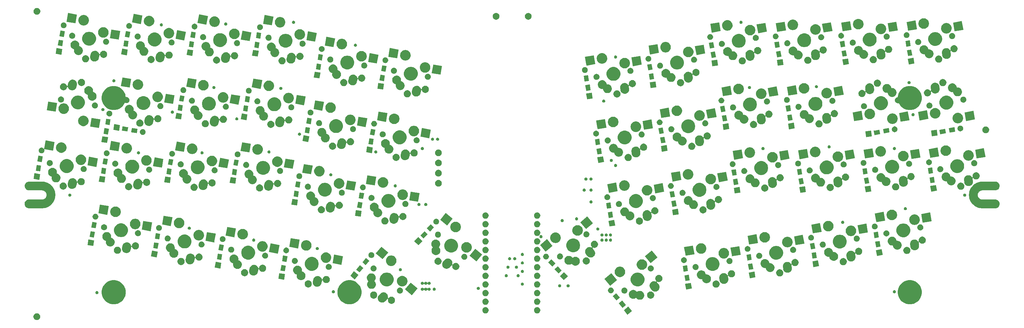
<source format=gts>
G04 #@! TF.GenerationSoftware,KiCad,Pcbnew,(5.1.5-0-10_14)*
G04 #@! TF.CreationDate,2021-08-24T10:05:46-04:00*
G04 #@! TF.ProjectId,Laptreus-v3,4c617074-7265-4757-932d-76332e6b6963,rev?*
G04 #@! TF.SameCoordinates,Original*
G04 #@! TF.FileFunction,Soldermask,Top*
G04 #@! TF.FilePolarity,Negative*
%FSLAX46Y46*%
G04 Gerber Fmt 4.6, Leading zero omitted, Abs format (unit mm)*
G04 Created by KiCad (PCBNEW (5.1.5-0-10_14)) date 2021-08-24 10:05:46*
%MOMM*%
%LPD*%
G04 APERTURE LIST*
%ADD10C,0.100000*%
G04 APERTURE END LIST*
D10*
G36*
X7569372Y-128540179D02*
G01*
X7633771Y-128552989D01*
X7815760Y-128628371D01*
X7979545Y-128737809D01*
X8118833Y-128877097D01*
X8228271Y-129040882D01*
X8303653Y-129222871D01*
X8342082Y-129416069D01*
X8342082Y-129613051D01*
X8303653Y-129806249D01*
X8228271Y-129988238D01*
X8118833Y-130152023D01*
X7979545Y-130291311D01*
X7815760Y-130400749D01*
X7633771Y-130476131D01*
X7569372Y-130488941D01*
X7440575Y-130514560D01*
X7243589Y-130514560D01*
X7114792Y-130488941D01*
X7050393Y-130476131D01*
X6868404Y-130400749D01*
X6704619Y-130291311D01*
X6565331Y-130152023D01*
X6455893Y-129988238D01*
X6380511Y-129806249D01*
X6342082Y-129613051D01*
X6342082Y-129416069D01*
X6380511Y-129222871D01*
X6455893Y-129040882D01*
X6565331Y-128877097D01*
X6704619Y-128737809D01*
X6868404Y-128628371D01*
X7050393Y-128552989D01*
X7114792Y-128540179D01*
X7243589Y-128514560D01*
X7440575Y-128514560D01*
X7569372Y-128540179D01*
G37*
G36*
X182906969Y-127853824D02*
G01*
X181603161Y-128947848D01*
X180509137Y-127644040D01*
X181812945Y-126550016D01*
X182906969Y-127853824D01*
G37*
G36*
X155220483Y-126738335D02*
G01*
X155389240Y-126808236D01*
X155541118Y-126909718D01*
X155670282Y-127038882D01*
X155771764Y-127190760D01*
X155841665Y-127359517D01*
X155877300Y-127538668D01*
X155877300Y-127721332D01*
X155841665Y-127900483D01*
X155771764Y-128069240D01*
X155670282Y-128221118D01*
X155541118Y-128350282D01*
X155389240Y-128451764D01*
X155220483Y-128521665D01*
X155041332Y-128557300D01*
X154858668Y-128557300D01*
X154679517Y-128521665D01*
X154510760Y-128451764D01*
X154358882Y-128350282D01*
X154229718Y-128221118D01*
X154128236Y-128069240D01*
X154058335Y-127900483D01*
X154022700Y-127721332D01*
X154022700Y-127538668D01*
X154058335Y-127359517D01*
X154128236Y-127190760D01*
X154229718Y-127038882D01*
X154358882Y-126909718D01*
X154510760Y-126808236D01*
X154679517Y-126738335D01*
X154858668Y-126702700D01*
X155041332Y-126702700D01*
X155220483Y-126738335D01*
G37*
G36*
X139980483Y-126738335D02*
G01*
X140149240Y-126808236D01*
X140301118Y-126909718D01*
X140430282Y-127038882D01*
X140531764Y-127190760D01*
X140601665Y-127359517D01*
X140637300Y-127538668D01*
X140637300Y-127721332D01*
X140601665Y-127900483D01*
X140531764Y-128069240D01*
X140430282Y-128221118D01*
X140301118Y-128350282D01*
X140149240Y-128451764D01*
X139980483Y-128521665D01*
X139801332Y-128557300D01*
X139618668Y-128557300D01*
X139439517Y-128521665D01*
X139270760Y-128451764D01*
X139118882Y-128350282D01*
X138989718Y-128221118D01*
X138888236Y-128069240D01*
X138818335Y-127900483D01*
X138782700Y-127721332D01*
X138782700Y-127538668D01*
X138818335Y-127359517D01*
X138888236Y-127190760D01*
X138989718Y-127038882D01*
X139118882Y-126909718D01*
X139270760Y-126808236D01*
X139439517Y-126738335D01*
X139618668Y-126702700D01*
X139801332Y-126702700D01*
X139980483Y-126738335D01*
G37*
G36*
X181146791Y-126067270D02*
G01*
X180149401Y-126904180D01*
X179055377Y-125600372D01*
X180052767Y-124763462D01*
X181146791Y-126067270D01*
G37*
G36*
X139980483Y-124198335D02*
G01*
X140149240Y-124268236D01*
X140301118Y-124369718D01*
X140430282Y-124498882D01*
X140531764Y-124650760D01*
X140601665Y-124819517D01*
X140637300Y-124998668D01*
X140637300Y-125181332D01*
X140601665Y-125360483D01*
X140531764Y-125529240D01*
X140430282Y-125681118D01*
X140301118Y-125810282D01*
X140149240Y-125911764D01*
X139980483Y-125981665D01*
X139801332Y-126017300D01*
X139618668Y-126017300D01*
X139439517Y-125981665D01*
X139270760Y-125911764D01*
X139118882Y-125810282D01*
X138989718Y-125681118D01*
X138888236Y-125529240D01*
X138818335Y-125360483D01*
X138782700Y-125181332D01*
X138782700Y-124998668D01*
X138818335Y-124819517D01*
X138888236Y-124650760D01*
X138989718Y-124498882D01*
X139118882Y-124369718D01*
X139270760Y-124268236D01*
X139439517Y-124198335D01*
X139618668Y-124162700D01*
X139801332Y-124162700D01*
X139980483Y-124198335D01*
G37*
G36*
X155220483Y-124198335D02*
G01*
X155389240Y-124268236D01*
X155541118Y-124369718D01*
X155670282Y-124498882D01*
X155771764Y-124650760D01*
X155841665Y-124819517D01*
X155877300Y-124998668D01*
X155877300Y-125181332D01*
X155841665Y-125360483D01*
X155771764Y-125529240D01*
X155670282Y-125681118D01*
X155541118Y-125810282D01*
X155389240Y-125911764D01*
X155220483Y-125981665D01*
X155041332Y-126017300D01*
X154858668Y-126017300D01*
X154679517Y-125981665D01*
X154510760Y-125911764D01*
X154358882Y-125810282D01*
X154229718Y-125681118D01*
X154128236Y-125529240D01*
X154058335Y-125360483D01*
X154022700Y-125181332D01*
X154022700Y-124998668D01*
X154058335Y-124819517D01*
X154128236Y-124650760D01*
X154229718Y-124498882D01*
X154358882Y-124369718D01*
X154510760Y-124268236D01*
X154679517Y-124198335D01*
X154858668Y-124162700D01*
X155041332Y-124162700D01*
X155220483Y-124198335D01*
G37*
G36*
X265915787Y-118895462D02*
G01*
X265984961Y-118924115D01*
X266562029Y-119163144D01*
X267143631Y-119551758D01*
X267638242Y-120046369D01*
X268026856Y-120627971D01*
X268189090Y-121019639D01*
X268294538Y-121274213D01*
X268431000Y-121960256D01*
X268431000Y-122659744D01*
X268294538Y-123345787D01*
X268294537Y-123345789D01*
X268026856Y-123992029D01*
X267638242Y-124573631D01*
X267143631Y-125068242D01*
X266562029Y-125456856D01*
X266105068Y-125646135D01*
X265915787Y-125724538D01*
X265229744Y-125861000D01*
X264530256Y-125861000D01*
X263844213Y-125724538D01*
X263654932Y-125646135D01*
X263197971Y-125456856D01*
X262616369Y-125068242D01*
X262121758Y-124573631D01*
X261733144Y-123992029D01*
X261465463Y-123345789D01*
X261465462Y-123345787D01*
X261329000Y-122659744D01*
X261329000Y-121960256D01*
X261465462Y-121274213D01*
X261570910Y-121019639D01*
X261733144Y-120627971D01*
X262121758Y-120046369D01*
X262616369Y-119551758D01*
X263197971Y-119163144D01*
X263775039Y-118924115D01*
X263844213Y-118895462D01*
X264530256Y-118759000D01*
X265229744Y-118759000D01*
X265915787Y-118895462D01*
G37*
G36*
X31065787Y-118895462D02*
G01*
X31134961Y-118924115D01*
X31712029Y-119163144D01*
X32293631Y-119551758D01*
X32788242Y-120046369D01*
X33176856Y-120627971D01*
X33339090Y-121019639D01*
X33444538Y-121274213D01*
X33581000Y-121960256D01*
X33581000Y-122659744D01*
X33444538Y-123345787D01*
X33444537Y-123345789D01*
X33176856Y-123992029D01*
X32788242Y-124573631D01*
X32293631Y-125068242D01*
X31712029Y-125456856D01*
X31255068Y-125646135D01*
X31065787Y-125724538D01*
X30379744Y-125861000D01*
X29680256Y-125861000D01*
X28994213Y-125724538D01*
X28804932Y-125646135D01*
X28347971Y-125456856D01*
X27766369Y-125068242D01*
X27271758Y-124573631D01*
X26883144Y-123992029D01*
X26615463Y-123345789D01*
X26615462Y-123345787D01*
X26479000Y-122659744D01*
X26479000Y-121960256D01*
X26615462Y-121274213D01*
X26720910Y-121019639D01*
X26883144Y-120627971D01*
X27271758Y-120046369D01*
X27766369Y-119551758D01*
X28347971Y-119163144D01*
X28925039Y-118924115D01*
X28994213Y-118895462D01*
X29680256Y-118759000D01*
X30379744Y-118759000D01*
X31065787Y-118895462D01*
G37*
G36*
X100615787Y-118895462D02*
G01*
X100684961Y-118924115D01*
X101262029Y-119163144D01*
X101843631Y-119551758D01*
X102338242Y-120046369D01*
X102726856Y-120627971D01*
X102889090Y-121019639D01*
X102994538Y-121274213D01*
X103131000Y-121960256D01*
X103131000Y-122659744D01*
X102994538Y-123345787D01*
X102994537Y-123345789D01*
X102726856Y-123992029D01*
X102338242Y-124573631D01*
X101843631Y-125068242D01*
X101262029Y-125456856D01*
X100805068Y-125646135D01*
X100615787Y-125724538D01*
X99929744Y-125861000D01*
X99230256Y-125861000D01*
X98544213Y-125724538D01*
X98354932Y-125646135D01*
X97897971Y-125456856D01*
X97316369Y-125068242D01*
X96821758Y-124573631D01*
X96433144Y-123992029D01*
X96165463Y-123345789D01*
X96165462Y-123345787D01*
X96029000Y-122659744D01*
X96029000Y-121960256D01*
X96165462Y-121274213D01*
X96270910Y-121019639D01*
X96433144Y-120627971D01*
X96821758Y-120046369D01*
X97316369Y-119551758D01*
X97897971Y-119163144D01*
X98475039Y-118924115D01*
X98544213Y-118895462D01*
X99230256Y-118759000D01*
X99929744Y-118759000D01*
X100615787Y-118895462D01*
G37*
G36*
X109842997Y-122340242D02*
G01*
X109859337Y-122341535D01*
X109972944Y-122373629D01*
X110105960Y-122411206D01*
X110177104Y-122447495D01*
X110334252Y-122527652D01*
X110527594Y-122680209D01*
X110535439Y-122686399D01*
X110544908Y-122697496D01*
X110701790Y-122881343D01*
X110826914Y-123104997D01*
X110826914Y-123104998D01*
X110906000Y-123348763D01*
X110936011Y-123603276D01*
X110915793Y-123858747D01*
X110890174Y-123949431D01*
X110885856Y-123973552D01*
X110886326Y-123998052D01*
X110891567Y-124021989D01*
X110901377Y-124044443D01*
X110915379Y-124064553D01*
X110933036Y-124081544D01*
X110953668Y-124094764D01*
X110976482Y-124103705D01*
X111000603Y-124108023D01*
X111025103Y-124107553D01*
X111049040Y-124102312D01*
X111071494Y-124092502D01*
X111091604Y-124078500D01*
X111114398Y-124052860D01*
X111147656Y-124003086D01*
X111294048Y-123856694D01*
X111417391Y-123774279D01*
X111466186Y-123741675D01*
X111466188Y-123741674D01*
X111657457Y-123662448D01*
X111860505Y-123622059D01*
X112067537Y-123622059D01*
X112270585Y-123662448D01*
X112461854Y-123741674D01*
X112461856Y-123741675D01*
X112633994Y-123856694D01*
X112780386Y-124003086D01*
X112887037Y-124162700D01*
X112895406Y-124175226D01*
X112974632Y-124366495D01*
X113015021Y-124569543D01*
X113015021Y-124776575D01*
X112974632Y-124979623D01*
X112916850Y-125119121D01*
X112895405Y-125170894D01*
X112780386Y-125343032D01*
X112633994Y-125489424D01*
X112461856Y-125604443D01*
X112461855Y-125604444D01*
X112461854Y-125604444D01*
X112270585Y-125683670D01*
X112067537Y-125724059D01*
X111860505Y-125724059D01*
X111657457Y-125683670D01*
X111466188Y-125604444D01*
X111466187Y-125604444D01*
X111466186Y-125604443D01*
X111294048Y-125489424D01*
X111147656Y-125343032D01*
X111032637Y-125170894D01*
X111011192Y-125119121D01*
X110953410Y-124979623D01*
X110913021Y-124776575D01*
X110913021Y-124569543D01*
X110936077Y-124453631D01*
X110938479Y-124429245D01*
X110936077Y-124404859D01*
X110928964Y-124381410D01*
X110917413Y-124359799D01*
X110901867Y-124340857D01*
X110882925Y-124325312D01*
X110861315Y-124313761D01*
X110837866Y-124306648D01*
X110813480Y-124304246D01*
X110789094Y-124306648D01*
X110765645Y-124313761D01*
X110744034Y-124325312D01*
X110725092Y-124340858D01*
X110715356Y-124351809D01*
X110610706Y-124484438D01*
X110119908Y-124994452D01*
X109973810Y-125119121D01*
X109848686Y-125189121D01*
X109750155Y-125244245D01*
X109506390Y-125323331D01*
X109251877Y-125353342D01*
X109012745Y-125334416D01*
X108996405Y-125333123D01*
X108873094Y-125298288D01*
X108749782Y-125263452D01*
X108588785Y-125181331D01*
X108521491Y-125147006D01*
X108320304Y-124988260D01*
X108153952Y-124793315D01*
X108028829Y-124569661D01*
X108028828Y-124569660D01*
X107949742Y-124325895D01*
X107919731Y-124071382D01*
X107939950Y-123815911D01*
X107960922Y-123741675D01*
X108009621Y-123569288D01*
X108009621Y-123569287D01*
X108126067Y-123340996D01*
X108181864Y-123270282D01*
X108245036Y-123190220D01*
X108735834Y-122680206D01*
X108881932Y-122555537D01*
X109105586Y-122430413D01*
X109349351Y-122351327D01*
X109603864Y-122321316D01*
X109842997Y-122340242D01*
G37*
G36*
X179346985Y-123922346D02*
G01*
X178349595Y-124759256D01*
X177255571Y-123455448D01*
X178252961Y-122618538D01*
X179346985Y-123922346D01*
G37*
G36*
X183669940Y-121693936D02*
G01*
X183830226Y-121760329D01*
X183906708Y-121792009D01*
X184053799Y-121890292D01*
X184119792Y-121934387D01*
X184301007Y-122115602D01*
X184307029Y-122124615D01*
X184322574Y-122143557D01*
X184341516Y-122159103D01*
X184363126Y-122170654D01*
X184386575Y-122177768D01*
X184410961Y-122180170D01*
X184435347Y-122177769D01*
X184458796Y-122170656D01*
X184480409Y-122159104D01*
X184527434Y-122127683D01*
X184616186Y-122068381D01*
X184616188Y-122068380D01*
X184852954Y-121970308D01*
X185104302Y-121920312D01*
X185360580Y-121920312D01*
X185611928Y-121970308D01*
X185848694Y-122068380D01*
X185848696Y-122068381D01*
X186061780Y-122210759D01*
X186242994Y-122391973D01*
X186382455Y-122600691D01*
X186385373Y-122605059D01*
X186483445Y-122841825D01*
X186533441Y-123093173D01*
X186533441Y-123349451D01*
X186483445Y-123600799D01*
X186425092Y-123741674D01*
X186385372Y-123837567D01*
X186242994Y-124050651D01*
X186061780Y-124231865D01*
X185848696Y-124374243D01*
X185848695Y-124374244D01*
X185848694Y-124374244D01*
X185611928Y-124472316D01*
X185360580Y-124522312D01*
X185104302Y-124522312D01*
X184852954Y-124472316D01*
X184616188Y-124374244D01*
X184616187Y-124374244D01*
X184616186Y-124374243D01*
X184403102Y-124231865D01*
X184221888Y-124050651D01*
X184215865Y-124041637D01*
X184200320Y-124022695D01*
X184181378Y-124007149D01*
X184159768Y-123995598D01*
X184136319Y-123988484D01*
X184111933Y-123986082D01*
X184087547Y-123988483D01*
X184064098Y-123995596D01*
X184042485Y-124007148D01*
X184020274Y-124021989D01*
X183906708Y-124097871D01*
X183906707Y-124097872D01*
X183906706Y-124097872D01*
X183669940Y-124195944D01*
X183418592Y-124245940D01*
X183162314Y-124245940D01*
X182910966Y-124195944D01*
X182674200Y-124097872D01*
X182674199Y-124097872D01*
X182674198Y-124097871D01*
X182461114Y-123955493D01*
X182279900Y-123774279D01*
X182137522Y-123561195D01*
X182137521Y-123561193D01*
X182039449Y-123324427D01*
X181989453Y-123073079D01*
X181989453Y-122816801D01*
X182039449Y-122565453D01*
X182137521Y-122328687D01*
X182137945Y-122328053D01*
X182279900Y-122115601D01*
X182461114Y-121934387D01*
X182674198Y-121792009D01*
X182750680Y-121760329D01*
X182910966Y-121693936D01*
X183162314Y-121643940D01*
X183418592Y-121643940D01*
X183669940Y-121693936D01*
G37*
G36*
X188739692Y-122135822D02*
G01*
X188930961Y-122215048D01*
X188930963Y-122215049D01*
X189103101Y-122330068D01*
X189249493Y-122476460D01*
X189363166Y-122646583D01*
X189364513Y-122648600D01*
X189443739Y-122839869D01*
X189484128Y-123042917D01*
X189484128Y-123249949D01*
X189443739Y-123452997D01*
X189365347Y-123642253D01*
X189364512Y-123644268D01*
X189249493Y-123816406D01*
X189103101Y-123962798D01*
X188930963Y-124077817D01*
X188930962Y-124077818D01*
X188930961Y-124077818D01*
X188739692Y-124157044D01*
X188536644Y-124197433D01*
X188329612Y-124197433D01*
X188126564Y-124157044D01*
X187935295Y-124077818D01*
X187935294Y-124077818D01*
X187935293Y-124077817D01*
X187763155Y-123962798D01*
X187616763Y-123816406D01*
X187501744Y-123644268D01*
X187500909Y-123642253D01*
X187422517Y-123452997D01*
X187382128Y-123249949D01*
X187382128Y-123042917D01*
X187422517Y-122839869D01*
X187501743Y-122648600D01*
X187503091Y-122646583D01*
X187616763Y-122476460D01*
X187763155Y-122330068D01*
X187935293Y-122215049D01*
X187935295Y-122215048D01*
X188126564Y-122135822D01*
X188329612Y-122095433D01*
X188536644Y-122095433D01*
X188739692Y-122135822D01*
G37*
G36*
X107026230Y-122133807D02*
G01*
X107212009Y-122210759D01*
X107217501Y-122213034D01*
X107389639Y-122328053D01*
X107536031Y-122474445D01*
X107647541Y-122641331D01*
X107651051Y-122646585D01*
X107730277Y-122837854D01*
X107770666Y-123040902D01*
X107770666Y-123247934D01*
X107730277Y-123450982D01*
X107667196Y-123603274D01*
X107651050Y-123642253D01*
X107536031Y-123814391D01*
X107389639Y-123960783D01*
X107217501Y-124075802D01*
X107217500Y-124075803D01*
X107217499Y-124075803D01*
X107026230Y-124155029D01*
X106823182Y-124195418D01*
X106616150Y-124195418D01*
X106413102Y-124155029D01*
X106221833Y-124075803D01*
X106221832Y-124075803D01*
X106221831Y-124075802D01*
X106049693Y-123960783D01*
X105903301Y-123814391D01*
X105788282Y-123642253D01*
X105772136Y-123603274D01*
X105709055Y-123450982D01*
X105668666Y-123247934D01*
X105668666Y-123040902D01*
X105709055Y-122837854D01*
X105788281Y-122646585D01*
X105791792Y-122641331D01*
X105903301Y-122474445D01*
X106049693Y-122328053D01*
X106221831Y-122213034D01*
X106227323Y-122210759D01*
X106413102Y-122133807D01*
X106616150Y-122093418D01*
X106823182Y-122093418D01*
X107026230Y-122133807D01*
G37*
G36*
X155220483Y-121658335D02*
G01*
X155389240Y-121728236D01*
X155541118Y-121829718D01*
X155670282Y-121958882D01*
X155771764Y-122110760D01*
X155841665Y-122279517D01*
X155877300Y-122458668D01*
X155877300Y-122641332D01*
X155841665Y-122820483D01*
X155771764Y-122989240D01*
X155670282Y-123141118D01*
X155541118Y-123270282D01*
X155389240Y-123371764D01*
X155220483Y-123441665D01*
X155041332Y-123477300D01*
X154858668Y-123477300D01*
X154679517Y-123441665D01*
X154510760Y-123371764D01*
X154358882Y-123270282D01*
X154229718Y-123141118D01*
X154128236Y-122989240D01*
X154058335Y-122820483D01*
X154022700Y-122641332D01*
X154022700Y-122458668D01*
X154058335Y-122279517D01*
X154128236Y-122110760D01*
X154229718Y-121958882D01*
X154358882Y-121829718D01*
X154510760Y-121728236D01*
X154679517Y-121658335D01*
X154858668Y-121622700D01*
X155041332Y-121622700D01*
X155220483Y-121658335D01*
G37*
G36*
X139980483Y-121658335D02*
G01*
X140149240Y-121728236D01*
X140301118Y-121829718D01*
X140430282Y-121958882D01*
X140531764Y-122110760D01*
X140601665Y-122279517D01*
X140637300Y-122458668D01*
X140637300Y-122641332D01*
X140601665Y-122820483D01*
X140531764Y-122989240D01*
X140430282Y-123141118D01*
X140301118Y-123270282D01*
X140149240Y-123371764D01*
X139980483Y-123441665D01*
X139801332Y-123477300D01*
X139618668Y-123477300D01*
X139439517Y-123441665D01*
X139270760Y-123371764D01*
X139118882Y-123270282D01*
X138989718Y-123141118D01*
X138888236Y-122989240D01*
X138818335Y-122820483D01*
X138782700Y-122641332D01*
X138782700Y-122458668D01*
X138818335Y-122279517D01*
X138888236Y-122110760D01*
X138989718Y-121958882D01*
X139118882Y-121829718D01*
X139270760Y-121728236D01*
X139439517Y-121658335D01*
X139618668Y-121622700D01*
X139801332Y-121622700D01*
X139980483Y-121658335D01*
G37*
G36*
X119691541Y-121182600D02*
G01*
X118019007Y-123175847D01*
X115987457Y-121471174D01*
X117659991Y-119477927D01*
X119691541Y-121182600D01*
G37*
G36*
X25211552Y-121976331D02*
G01*
X25293627Y-122010328D01*
X25293629Y-122010329D01*
X25367496Y-122059686D01*
X25430314Y-122122504D01*
X25462489Y-122170656D01*
X25479672Y-122196373D01*
X25513669Y-122278448D01*
X25531000Y-122365579D01*
X25531000Y-122454421D01*
X25513669Y-122541552D01*
X25479672Y-122623627D01*
X25479671Y-122623629D01*
X25430314Y-122697496D01*
X25367496Y-122760314D01*
X25293629Y-122809671D01*
X25293628Y-122809672D01*
X25293627Y-122809672D01*
X25211552Y-122843669D01*
X25124421Y-122861000D01*
X25035579Y-122861000D01*
X24948448Y-122843669D01*
X24866373Y-122809672D01*
X24866372Y-122809672D01*
X24866371Y-122809671D01*
X24792504Y-122760314D01*
X24729686Y-122697496D01*
X24680329Y-122623629D01*
X24680328Y-122623627D01*
X24646331Y-122541552D01*
X24629000Y-122454421D01*
X24629000Y-122365579D01*
X24646331Y-122278448D01*
X24680328Y-122196373D01*
X24697512Y-122170656D01*
X24729686Y-122122504D01*
X24792504Y-122059686D01*
X24866371Y-122010329D01*
X24866373Y-122010328D01*
X24948448Y-121976331D01*
X25035579Y-121959000D01*
X25124421Y-121959000D01*
X25211552Y-121976331D01*
G37*
G36*
X180859335Y-120946867D02*
G01*
X180943333Y-120963575D01*
X181010121Y-120991240D01*
X181104573Y-121030363D01*
X181104574Y-121030364D01*
X181249688Y-121127326D01*
X181373097Y-121250735D01*
X181388783Y-121274211D01*
X181470060Y-121395850D01*
X181491452Y-121447495D01*
X181536848Y-121557090D01*
X181540106Y-121573470D01*
X181570896Y-121728262D01*
X181570896Y-121902792D01*
X181557466Y-121970308D01*
X181536848Y-122073964D01*
X181511225Y-122135822D01*
X181470060Y-122235204D01*
X181470059Y-122235205D01*
X181373097Y-122380319D01*
X181249688Y-122503728D01*
X181213461Y-122527934D01*
X181104573Y-122600691D01*
X181046402Y-122624786D01*
X180943333Y-122667479D01*
X180886275Y-122678828D01*
X180772161Y-122701527D01*
X180597631Y-122701527D01*
X180483517Y-122678828D01*
X180426459Y-122667479D01*
X180323390Y-122624786D01*
X180265219Y-122600691D01*
X180156331Y-122527934D01*
X180120104Y-122503728D01*
X179996695Y-122380319D01*
X179899733Y-122235205D01*
X179899732Y-122235204D01*
X179858567Y-122135822D01*
X179832944Y-122073964D01*
X179812326Y-121970308D01*
X179798896Y-121902792D01*
X179798896Y-121728262D01*
X179829686Y-121573470D01*
X179832944Y-121557090D01*
X179878340Y-121447495D01*
X179899732Y-121395850D01*
X179981009Y-121274211D01*
X179996695Y-121250735D01*
X180120104Y-121127326D01*
X180265218Y-121030364D01*
X180265219Y-121030363D01*
X180359671Y-120991240D01*
X180426459Y-120963575D01*
X180510457Y-120946867D01*
X180597631Y-120929527D01*
X180772161Y-120929527D01*
X180859335Y-120946867D01*
G37*
G36*
X114652467Y-120946867D02*
G01*
X114726335Y-120961560D01*
X114761997Y-120976332D01*
X114887575Y-121028348D01*
X114890592Y-121030364D01*
X115032690Y-121125311D01*
X115156099Y-121248720D01*
X115184718Y-121291552D01*
X115253062Y-121393835D01*
X115275289Y-121447496D01*
X115319850Y-121555075D01*
X115327526Y-121593668D01*
X115353898Y-121726247D01*
X115353898Y-121900777D01*
X115344829Y-121946371D01*
X115319850Y-122071949D01*
X115301768Y-122115602D01*
X115253062Y-122233189D01*
X115251715Y-122235205D01*
X115156099Y-122378304D01*
X115032690Y-122501713D01*
X114993449Y-122527933D01*
X114887575Y-122598676D01*
X114793123Y-122637799D01*
X114726335Y-122665464D01*
X114669277Y-122676813D01*
X114555163Y-122699512D01*
X114380633Y-122699512D01*
X114266519Y-122676813D01*
X114209461Y-122665464D01*
X114142673Y-122637799D01*
X114048221Y-122598676D01*
X113942347Y-122527933D01*
X113903106Y-122501713D01*
X113779697Y-122378304D01*
X113684081Y-122235205D01*
X113682734Y-122233189D01*
X113634028Y-122115602D01*
X113615946Y-122071949D01*
X113590967Y-121946371D01*
X113581898Y-121900777D01*
X113581898Y-121726247D01*
X113608270Y-121593668D01*
X113615946Y-121555075D01*
X113660507Y-121447496D01*
X113682734Y-121393835D01*
X113751078Y-121291552D01*
X113779697Y-121248720D01*
X113903106Y-121125311D01*
X114045204Y-121030364D01*
X114048221Y-121028348D01*
X114173799Y-120976332D01*
X114209461Y-120961560D01*
X114283329Y-120946867D01*
X114380633Y-120927512D01*
X114555163Y-120927512D01*
X114652467Y-120946867D01*
G37*
G36*
X176942537Y-120955489D02*
G01*
X177097409Y-121019639D01*
X177236790Y-121112771D01*
X177355324Y-121231305D01*
X177448456Y-121370686D01*
X177512606Y-121525558D01*
X177545309Y-121689970D01*
X177545309Y-121857602D01*
X177512606Y-122022014D01*
X177448456Y-122176886D01*
X177355324Y-122316267D01*
X177236790Y-122434801D01*
X177097409Y-122527933D01*
X176942537Y-122592083D01*
X176778125Y-122624786D01*
X176610493Y-122624786D01*
X176446081Y-122592083D01*
X176291209Y-122527933D01*
X176151828Y-122434801D01*
X176033294Y-122316267D01*
X175940162Y-122176886D01*
X175876012Y-122022014D01*
X175843309Y-121857602D01*
X175843309Y-121689970D01*
X175876012Y-121525558D01*
X175940162Y-121370686D01*
X176033294Y-121231305D01*
X176151828Y-121112771D01*
X176291209Y-121019639D01*
X176446081Y-120955489D01*
X176610493Y-120922786D01*
X176778125Y-120922786D01*
X176942537Y-120955489D01*
G37*
G36*
X94961552Y-121726331D02*
G01*
X95043627Y-121760328D01*
X95043629Y-121760329D01*
X95080813Y-121785175D01*
X95117495Y-121809685D01*
X95180315Y-121872505D01*
X95229672Y-121946373D01*
X95263669Y-122028448D01*
X95281000Y-122115579D01*
X95281000Y-122204421D01*
X95263669Y-122291552D01*
X95233005Y-122365580D01*
X95229671Y-122373629D01*
X95180314Y-122447496D01*
X95117496Y-122510314D01*
X95043629Y-122559671D01*
X95043628Y-122559672D01*
X95043627Y-122559672D01*
X94961552Y-122593669D01*
X94874421Y-122611000D01*
X94785579Y-122611000D01*
X94698448Y-122593669D01*
X94616373Y-122559672D01*
X94616372Y-122559672D01*
X94616371Y-122559671D01*
X94542504Y-122510314D01*
X94479686Y-122447496D01*
X94430329Y-122373629D01*
X94426995Y-122365580D01*
X94396331Y-122291552D01*
X94379000Y-122204421D01*
X94379000Y-122115579D01*
X94396331Y-122028448D01*
X94430328Y-121946373D01*
X94479685Y-121872505D01*
X94542505Y-121809685D01*
X94579187Y-121785175D01*
X94616371Y-121760329D01*
X94616373Y-121760328D01*
X94698448Y-121726331D01*
X94785579Y-121709000D01*
X94874421Y-121709000D01*
X94961552Y-121726331D01*
G37*
G36*
X260461552Y-121726331D02*
G01*
X260543627Y-121760328D01*
X260543629Y-121760329D01*
X260580813Y-121785175D01*
X260617495Y-121809685D01*
X260680315Y-121872505D01*
X260729672Y-121946373D01*
X260763669Y-122028448D01*
X260781000Y-122115579D01*
X260781000Y-122204421D01*
X260763669Y-122291552D01*
X260733005Y-122365580D01*
X260729671Y-122373629D01*
X260680314Y-122447496D01*
X260617496Y-122510314D01*
X260543629Y-122559671D01*
X260543628Y-122559672D01*
X260543627Y-122559672D01*
X260461552Y-122593669D01*
X260374421Y-122611000D01*
X260285579Y-122611000D01*
X260198448Y-122593669D01*
X260116373Y-122559672D01*
X260116372Y-122559672D01*
X260116371Y-122559671D01*
X260042504Y-122510314D01*
X259979686Y-122447496D01*
X259930329Y-122373629D01*
X259926995Y-122365580D01*
X259896331Y-122291552D01*
X259879000Y-122204421D01*
X259879000Y-122115579D01*
X259896331Y-122028448D01*
X259930328Y-121946373D01*
X259979685Y-121872505D01*
X260042505Y-121809685D01*
X260079187Y-121785175D01*
X260116371Y-121760329D01*
X260116373Y-121760328D01*
X260198448Y-121726331D01*
X260285579Y-121709000D01*
X260374421Y-121709000D01*
X260461552Y-121726331D01*
G37*
G36*
X191155782Y-117236587D02*
G01*
X191347051Y-117315813D01*
X191347053Y-117315814D01*
X191519191Y-117430833D01*
X191665583Y-117577225D01*
X191777097Y-117744117D01*
X191780603Y-117749365D01*
X191859829Y-117940634D01*
X191900218Y-118143682D01*
X191900218Y-118350714D01*
X191859829Y-118553762D01*
X191799023Y-118700560D01*
X191780602Y-118745033D01*
X191665583Y-118917171D01*
X191519191Y-119063563D01*
X191347053Y-119178582D01*
X191347052Y-119178583D01*
X191347051Y-119178583D01*
X191155782Y-119257809D01*
X190952734Y-119298198D01*
X190745702Y-119298198D01*
X190542653Y-119257809D01*
X190457093Y-119222369D01*
X190433644Y-119215256D01*
X190409258Y-119212854D01*
X190384871Y-119215256D01*
X190361423Y-119222369D01*
X190339812Y-119233920D01*
X190320870Y-119249466D01*
X190305325Y-119268408D01*
X190293774Y-119290018D01*
X190286661Y-119313467D01*
X190284259Y-119337853D01*
X190286661Y-119362240D01*
X190293774Y-119385688D01*
X190305325Y-119407299D01*
X190315966Y-119421046D01*
X190428462Y-119547198D01*
X190845501Y-120119101D01*
X190942906Y-120284628D01*
X190942908Y-120284632D01*
X191027292Y-120526611D01*
X191051233Y-120697496D01*
X191062848Y-120780407D01*
X191048207Y-121036262D01*
X190983934Y-121284345D01*
X190905152Y-121447495D01*
X190872496Y-121515123D01*
X190734945Y-121697494D01*
X190718176Y-121719726D01*
X190526907Y-121890291D01*
X190306037Y-122020263D01*
X190064053Y-122104649D01*
X189810259Y-122140205D01*
X189810257Y-122140205D01*
X189554402Y-122125564D01*
X189306320Y-122061291D01*
X189075542Y-121949853D01*
X188996574Y-121890292D01*
X188870940Y-121795534D01*
X188867797Y-121792009D01*
X188793773Y-121709000D01*
X188743111Y-121652188D01*
X188326076Y-121080291D01*
X188326073Y-121080287D01*
X188228668Y-120914760D01*
X188228667Y-120914759D01*
X188228666Y-120914756D01*
X188144282Y-120672776D01*
X188108726Y-120418982D01*
X188123367Y-120163126D01*
X188131043Y-120133498D01*
X188187640Y-119915043D01*
X188299078Y-119684265D01*
X188388604Y-119565568D01*
X188453397Y-119479663D01*
X188496779Y-119440977D01*
X188644667Y-119309097D01*
X188865537Y-119179125D01*
X189107521Y-119094739D01*
X189198208Y-119082034D01*
X189361315Y-119059183D01*
X189361317Y-119059183D01*
X189617171Y-119073824D01*
X189865254Y-119138097D01*
X189951958Y-119179964D01*
X189974955Y-119188403D01*
X189999164Y-119192194D01*
X190023648Y-119191189D01*
X190047465Y-119185427D01*
X190069700Y-119175129D01*
X190089499Y-119160692D01*
X190106101Y-119142669D01*
X190118868Y-119121753D01*
X190127309Y-119098749D01*
X190131100Y-119074540D01*
X190130095Y-119050056D01*
X190124333Y-119026239D01*
X190114035Y-119004004D01*
X190094693Y-118979011D01*
X190032853Y-118917171D01*
X189979563Y-118837417D01*
X189917834Y-118745033D01*
X189899413Y-118700560D01*
X189838607Y-118553762D01*
X189798218Y-118350714D01*
X189798218Y-118143682D01*
X189838607Y-117940634D01*
X189917833Y-117749365D01*
X189921340Y-117744117D01*
X190032853Y-117577225D01*
X190179245Y-117430833D01*
X190351383Y-117315814D01*
X190351385Y-117315813D01*
X190542654Y-117236587D01*
X190745702Y-117196198D01*
X190952734Y-117196198D01*
X191155782Y-117236587D01*
G37*
G36*
X121211552Y-120976331D02*
G01*
X121293627Y-121010328D01*
X121293629Y-121010329D01*
X121307562Y-121019639D01*
X121367495Y-121059685D01*
X121430316Y-121122506D01*
X121476067Y-121190977D01*
X121491613Y-121209919D01*
X121510555Y-121225464D01*
X121532165Y-121237015D01*
X121555614Y-121244128D01*
X121580000Y-121246530D01*
X121604386Y-121244128D01*
X121627835Y-121237015D01*
X121649446Y-121225464D01*
X121668388Y-121209918D01*
X121683933Y-121190977D01*
X121729684Y-121122506D01*
X121792505Y-121059685D01*
X121852438Y-121019639D01*
X121866371Y-121010329D01*
X121866373Y-121010328D01*
X121948448Y-120976331D01*
X122035579Y-120959000D01*
X122124421Y-120959000D01*
X122211552Y-120976331D01*
X122293627Y-121010328D01*
X122293629Y-121010329D01*
X122307562Y-121019639D01*
X122367495Y-121059685D01*
X122430316Y-121122506D01*
X122476067Y-121190977D01*
X122491613Y-121209919D01*
X122510555Y-121225464D01*
X122532165Y-121237015D01*
X122555614Y-121244128D01*
X122580000Y-121246530D01*
X122604386Y-121244128D01*
X122627835Y-121237015D01*
X122649446Y-121225464D01*
X122668388Y-121209918D01*
X122683933Y-121190977D01*
X122729684Y-121122506D01*
X122792505Y-121059685D01*
X122852438Y-121019639D01*
X122866371Y-121010329D01*
X122866373Y-121010328D01*
X122948448Y-120976331D01*
X123035579Y-120959000D01*
X123124421Y-120959000D01*
X123211552Y-120976331D01*
X123293627Y-121010328D01*
X123293629Y-121010329D01*
X123307562Y-121019639D01*
X123367495Y-121059685D01*
X123430315Y-121122505D01*
X123479672Y-121196373D01*
X123513669Y-121278448D01*
X123531000Y-121365579D01*
X123531000Y-121454421D01*
X123513669Y-121541552D01*
X123479672Y-121623627D01*
X123430315Y-121697495D01*
X123367495Y-121760315D01*
X123367474Y-121760329D01*
X123293629Y-121809671D01*
X123293628Y-121809672D01*
X123293627Y-121809672D01*
X123211552Y-121843669D01*
X123124421Y-121861000D01*
X123035579Y-121861000D01*
X122948448Y-121843669D01*
X122866373Y-121809672D01*
X122866372Y-121809672D01*
X122866371Y-121809671D01*
X122792526Y-121760329D01*
X122792505Y-121760315D01*
X122729684Y-121697494D01*
X122683933Y-121629023D01*
X122668387Y-121610081D01*
X122649445Y-121594536D01*
X122627835Y-121582985D01*
X122604386Y-121575872D01*
X122580000Y-121573470D01*
X122555614Y-121575872D01*
X122532165Y-121582985D01*
X122510554Y-121594536D01*
X122491612Y-121610082D01*
X122476067Y-121629023D01*
X122430316Y-121697494D01*
X122367495Y-121760315D01*
X122367474Y-121760329D01*
X122293629Y-121809671D01*
X122293628Y-121809672D01*
X122293627Y-121809672D01*
X122211552Y-121843669D01*
X122124421Y-121861000D01*
X122035579Y-121861000D01*
X121948448Y-121843669D01*
X121866373Y-121809672D01*
X121866372Y-121809672D01*
X121866371Y-121809671D01*
X121792526Y-121760329D01*
X121792505Y-121760315D01*
X121729684Y-121697494D01*
X121683933Y-121629023D01*
X121668387Y-121610081D01*
X121649445Y-121594536D01*
X121627835Y-121582985D01*
X121604386Y-121575872D01*
X121580000Y-121573470D01*
X121555614Y-121575872D01*
X121532165Y-121582985D01*
X121510554Y-121594536D01*
X121491612Y-121610082D01*
X121476067Y-121629023D01*
X121430316Y-121697494D01*
X121367495Y-121760315D01*
X121367474Y-121760329D01*
X121293629Y-121809671D01*
X121293628Y-121809672D01*
X121293627Y-121809672D01*
X121211552Y-121843669D01*
X121124421Y-121861000D01*
X121035579Y-121861000D01*
X120948448Y-121843669D01*
X120866373Y-121809672D01*
X120866372Y-121809672D01*
X120866371Y-121809671D01*
X120792526Y-121760329D01*
X120792505Y-121760315D01*
X120729685Y-121697495D01*
X120680328Y-121623627D01*
X120646331Y-121541552D01*
X120629000Y-121454421D01*
X120629000Y-121365579D01*
X120646331Y-121278448D01*
X120680328Y-121196373D01*
X120729685Y-121122505D01*
X120792505Y-121059685D01*
X120852438Y-121019639D01*
X120866371Y-121010329D01*
X120866373Y-121010328D01*
X120948448Y-120976331D01*
X121035579Y-120959000D01*
X121124421Y-120959000D01*
X121211552Y-120976331D01*
G37*
G36*
X124711552Y-120976331D02*
G01*
X124793627Y-121010328D01*
X124793629Y-121010329D01*
X124807562Y-121019639D01*
X124867495Y-121059685D01*
X124930315Y-121122505D01*
X124979672Y-121196373D01*
X125013669Y-121278448D01*
X125031000Y-121365579D01*
X125031000Y-121454421D01*
X125013669Y-121541552D01*
X124979672Y-121623627D01*
X124930315Y-121697495D01*
X124867495Y-121760315D01*
X124867474Y-121760329D01*
X124793629Y-121809671D01*
X124793628Y-121809672D01*
X124793627Y-121809672D01*
X124711552Y-121843669D01*
X124624421Y-121861000D01*
X124535579Y-121861000D01*
X124448448Y-121843669D01*
X124366373Y-121809672D01*
X124366372Y-121809672D01*
X124366371Y-121809671D01*
X124292526Y-121760329D01*
X124292505Y-121760315D01*
X124229685Y-121697495D01*
X124180328Y-121623627D01*
X124146331Y-121541552D01*
X124129000Y-121454421D01*
X124129000Y-121365579D01*
X124146331Y-121278448D01*
X124180328Y-121196373D01*
X124229685Y-121122505D01*
X124292505Y-121059685D01*
X124352438Y-121019639D01*
X124366371Y-121010329D01*
X124366373Y-121010328D01*
X124448448Y-120976331D01*
X124535579Y-120959000D01*
X124624421Y-120959000D01*
X124711552Y-120976331D01*
G37*
G36*
X137711552Y-120726331D02*
G01*
X137793627Y-120760328D01*
X137793629Y-120760329D01*
X137823674Y-120780405D01*
X137867476Y-120809672D01*
X137867496Y-120809686D01*
X137930314Y-120872504D01*
X137967070Y-120927512D01*
X137979672Y-120946373D01*
X138013669Y-121028448D01*
X138031000Y-121115579D01*
X138031000Y-121204421D01*
X138013669Y-121291552D01*
X137983005Y-121365580D01*
X137979671Y-121373629D01*
X137930314Y-121447496D01*
X137867496Y-121510314D01*
X137793629Y-121559671D01*
X137793628Y-121559672D01*
X137793627Y-121559672D01*
X137711552Y-121593669D01*
X137624421Y-121611000D01*
X137535579Y-121611000D01*
X137448448Y-121593669D01*
X137366373Y-121559672D01*
X137366372Y-121559672D01*
X137366371Y-121559671D01*
X137292504Y-121510314D01*
X137229686Y-121447496D01*
X137180329Y-121373629D01*
X137176995Y-121365580D01*
X137146331Y-121291552D01*
X137129000Y-121204421D01*
X137129000Y-121115579D01*
X137146331Y-121028448D01*
X137180328Y-120946373D01*
X137192931Y-120927512D01*
X137229686Y-120872504D01*
X137292504Y-120809686D01*
X137292525Y-120809672D01*
X137336326Y-120780405D01*
X137366371Y-120760329D01*
X137366373Y-120760328D01*
X137448448Y-120726331D01*
X137535579Y-120709000D01*
X137624421Y-120709000D01*
X137711552Y-120726331D01*
G37*
G36*
X200595363Y-121216669D02*
G01*
X198919220Y-121512218D01*
X198623671Y-119836075D01*
X200299814Y-119540526D01*
X200595363Y-121216669D01*
G37*
G36*
X106404569Y-116793879D02*
G01*
X106641335Y-116891951D01*
X106641337Y-116891952D01*
X106854421Y-117034330D01*
X107035635Y-117215544D01*
X107144632Y-117378669D01*
X107178014Y-117428630D01*
X107276086Y-117665396D01*
X107326082Y-117916744D01*
X107326082Y-118173022D01*
X107276086Y-118424370D01*
X107178014Y-118661136D01*
X107178013Y-118661138D01*
X107083696Y-118802294D01*
X107035633Y-118874225D01*
X107005648Y-118904211D01*
X106990103Y-118923153D01*
X106978552Y-118944763D01*
X106971440Y-118968212D01*
X106969038Y-118992599D01*
X106971440Y-119016985D01*
X106978554Y-119040434D01*
X106990105Y-119062044D01*
X107005649Y-119080985D01*
X107100684Y-119176020D01*
X107240780Y-119385688D01*
X107243063Y-119389106D01*
X107341135Y-119625872D01*
X107391131Y-119877220D01*
X107391131Y-120133498D01*
X107341135Y-120384846D01*
X107243063Y-120621612D01*
X107243062Y-120621614D01*
X107100684Y-120834698D01*
X106919470Y-121015912D01*
X106706386Y-121158290D01*
X106706385Y-121158291D01*
X106706384Y-121158291D01*
X106469618Y-121256363D01*
X106218270Y-121306359D01*
X105961992Y-121306359D01*
X105710644Y-121256363D01*
X105473878Y-121158291D01*
X105473877Y-121158291D01*
X105473876Y-121158290D01*
X105260792Y-121015912D01*
X105079578Y-120834698D01*
X104937200Y-120621614D01*
X104937199Y-120621612D01*
X104839127Y-120384846D01*
X104789131Y-120133498D01*
X104789131Y-119877220D01*
X104839127Y-119625872D01*
X104937199Y-119389106D01*
X104939483Y-119385688D01*
X105030503Y-119249466D01*
X105079579Y-119176018D01*
X105109563Y-119146035D01*
X105125109Y-119127093D01*
X105136660Y-119105483D01*
X105143774Y-119082034D01*
X105146176Y-119057648D01*
X105143774Y-119033261D01*
X105136662Y-119009812D01*
X105125111Y-118988202D01*
X105109565Y-118969258D01*
X105014529Y-118874222D01*
X104966468Y-118802294D01*
X104872151Y-118661138D01*
X104872150Y-118661136D01*
X104774078Y-118424370D01*
X104724082Y-118173022D01*
X104724082Y-117916744D01*
X104774078Y-117665396D01*
X104872150Y-117428630D01*
X104905533Y-117378669D01*
X105014529Y-117215544D01*
X105195743Y-117034330D01*
X105408827Y-116891952D01*
X105408829Y-116891951D01*
X105645595Y-116793879D01*
X105896943Y-116743883D01*
X106153221Y-116743883D01*
X106404569Y-116793879D01*
G37*
G36*
X208044578Y-118885256D02*
G01*
X208235847Y-118964482D01*
X208235849Y-118964483D01*
X208407987Y-119079502D01*
X208554379Y-119225894D01*
X208665839Y-119392705D01*
X208669399Y-119398034D01*
X208748625Y-119589303D01*
X208789014Y-119792351D01*
X208789014Y-119999383D01*
X208748625Y-120202431D01*
X208673066Y-120384846D01*
X208669398Y-120393702D01*
X208554379Y-120565840D01*
X208407987Y-120712232D01*
X208235849Y-120827251D01*
X208235848Y-120827252D01*
X208235847Y-120827252D01*
X208044578Y-120906478D01*
X207841530Y-120946867D01*
X207634498Y-120946867D01*
X207431450Y-120906478D01*
X207240181Y-120827252D01*
X207240180Y-120827252D01*
X207240179Y-120827251D01*
X207068041Y-120712232D01*
X206921649Y-120565840D01*
X206806630Y-120393702D01*
X206802962Y-120384846D01*
X206727403Y-120202431D01*
X206687014Y-119999383D01*
X206687014Y-119792351D01*
X206727403Y-119589303D01*
X206806629Y-119398034D01*
X206810190Y-119392705D01*
X206921649Y-119225894D01*
X207068041Y-119079502D01*
X207240179Y-118964483D01*
X207240181Y-118964482D01*
X207431450Y-118885256D01*
X207634498Y-118844867D01*
X207841530Y-118844867D01*
X208044578Y-118885256D01*
G37*
G36*
X139980483Y-119118335D02*
G01*
X140149240Y-119188236D01*
X140301118Y-119289718D01*
X140430282Y-119418882D01*
X140531764Y-119570760D01*
X140601665Y-119739517D01*
X140637300Y-119918668D01*
X140637300Y-120101332D01*
X140601665Y-120280483D01*
X140531764Y-120449240D01*
X140430282Y-120601118D01*
X140301118Y-120730282D01*
X140149240Y-120831764D01*
X139980483Y-120901665D01*
X139801332Y-120937300D01*
X139618668Y-120937300D01*
X139439517Y-120901665D01*
X139270760Y-120831764D01*
X139118882Y-120730282D01*
X138989718Y-120601118D01*
X138888236Y-120449240D01*
X138818335Y-120280483D01*
X138782700Y-120101332D01*
X138782700Y-119918668D01*
X138818335Y-119739517D01*
X138888236Y-119570760D01*
X138989718Y-119418882D01*
X139118882Y-119289718D01*
X139270760Y-119188236D01*
X139439517Y-119118335D01*
X139618668Y-119082700D01*
X139801332Y-119082700D01*
X139980483Y-119118335D01*
G37*
G36*
X155220483Y-119118335D02*
G01*
X155389240Y-119188236D01*
X155541118Y-119289718D01*
X155670282Y-119418882D01*
X155771764Y-119570760D01*
X155841665Y-119739517D01*
X155877300Y-119918668D01*
X155877300Y-120101332D01*
X155841665Y-120280483D01*
X155771764Y-120449240D01*
X155670282Y-120601118D01*
X155541118Y-120730282D01*
X155389240Y-120831764D01*
X155220483Y-120901665D01*
X155041332Y-120937300D01*
X154858668Y-120937300D01*
X154679517Y-120901665D01*
X154510760Y-120831764D01*
X154358882Y-120730282D01*
X154229718Y-120601118D01*
X154128236Y-120449240D01*
X154058335Y-120280483D01*
X154022700Y-120101332D01*
X154022700Y-119918668D01*
X154058335Y-119739517D01*
X154128236Y-119570760D01*
X154229718Y-119418882D01*
X154358882Y-119289718D01*
X154510760Y-119188236D01*
X154679517Y-119118335D01*
X154858668Y-119082700D01*
X155041332Y-119082700D01*
X155220483Y-119118335D01*
G37*
G36*
X87721270Y-118842683D02*
G01*
X87878508Y-118907813D01*
X87912541Y-118921910D01*
X88084679Y-119036929D01*
X88231071Y-119183321D01*
X88339692Y-119345883D01*
X88346091Y-119355461D01*
X88425317Y-119546730D01*
X88465706Y-119749778D01*
X88465706Y-119956810D01*
X88425317Y-120159858D01*
X88349180Y-120343669D01*
X88346090Y-120351129D01*
X88231071Y-120523267D01*
X88084679Y-120669659D01*
X87912541Y-120784678D01*
X87912540Y-120784679D01*
X87912539Y-120784679D01*
X87721270Y-120863905D01*
X87518222Y-120904294D01*
X87311190Y-120904294D01*
X87108142Y-120863905D01*
X86916873Y-120784679D01*
X86916872Y-120784679D01*
X86916871Y-120784678D01*
X86744733Y-120669659D01*
X86598341Y-120523267D01*
X86483322Y-120351129D01*
X86480232Y-120343669D01*
X86404095Y-120159858D01*
X86363706Y-119956810D01*
X86363706Y-119749778D01*
X86404095Y-119546730D01*
X86483321Y-119355461D01*
X86489721Y-119345883D01*
X86598341Y-119183321D01*
X86744733Y-119036929D01*
X86916871Y-118921910D01*
X86950904Y-118907813D01*
X87108142Y-118842683D01*
X87311190Y-118802294D01*
X87518222Y-118802294D01*
X87721270Y-118842683D01*
G37*
G36*
X164211552Y-119976331D02*
G01*
X164293627Y-120010328D01*
X164293629Y-120010329D01*
X164330813Y-120035175D01*
X164367495Y-120059685D01*
X164430315Y-120122505D01*
X164479672Y-120196373D01*
X164513669Y-120278448D01*
X164531000Y-120365579D01*
X164531000Y-120454421D01*
X164513669Y-120541552D01*
X164480506Y-120621614D01*
X164479671Y-120623629D01*
X164454825Y-120660813D01*
X164430315Y-120697495D01*
X164367495Y-120760315D01*
X164367474Y-120760329D01*
X164293629Y-120809671D01*
X164293628Y-120809672D01*
X164293627Y-120809672D01*
X164211552Y-120843669D01*
X164124421Y-120861000D01*
X164035579Y-120861000D01*
X163948448Y-120843669D01*
X163866373Y-120809672D01*
X163866372Y-120809672D01*
X163866371Y-120809671D01*
X163792526Y-120760329D01*
X163792505Y-120760315D01*
X163729685Y-120697495D01*
X163705175Y-120660813D01*
X163680329Y-120623629D01*
X163679494Y-120621614D01*
X163646331Y-120541552D01*
X163629000Y-120454421D01*
X163629000Y-120365579D01*
X163646331Y-120278448D01*
X163680328Y-120196373D01*
X163729685Y-120122505D01*
X163792505Y-120059685D01*
X163829187Y-120035175D01*
X163866371Y-120010329D01*
X163866373Y-120010328D01*
X163948448Y-119976331D01*
X164035579Y-119959000D01*
X164124421Y-119959000D01*
X164211552Y-119976331D01*
G37*
G36*
X161711552Y-119976331D02*
G01*
X161793627Y-120010328D01*
X161793629Y-120010329D01*
X161830813Y-120035175D01*
X161867495Y-120059685D01*
X161930315Y-120122505D01*
X161979672Y-120196373D01*
X162013669Y-120278448D01*
X162031000Y-120365579D01*
X162031000Y-120454421D01*
X162013669Y-120541552D01*
X161980506Y-120621614D01*
X161979671Y-120623629D01*
X161954825Y-120660813D01*
X161930315Y-120697495D01*
X161867495Y-120760315D01*
X161867474Y-120760329D01*
X161793629Y-120809671D01*
X161793628Y-120809672D01*
X161793627Y-120809672D01*
X161711552Y-120843669D01*
X161624421Y-120861000D01*
X161535579Y-120861000D01*
X161448448Y-120843669D01*
X161366373Y-120809672D01*
X161366372Y-120809672D01*
X161366371Y-120809671D01*
X161292526Y-120760329D01*
X161292505Y-120760315D01*
X161229685Y-120697495D01*
X161205175Y-120660813D01*
X161180329Y-120623629D01*
X161179494Y-120621614D01*
X161146331Y-120541552D01*
X161129000Y-120454421D01*
X161129000Y-120365579D01*
X161146331Y-120278448D01*
X161180328Y-120196373D01*
X161229685Y-120122505D01*
X161292505Y-120059685D01*
X161329187Y-120035175D01*
X161366371Y-120010329D01*
X161366373Y-120010328D01*
X161448448Y-119976331D01*
X161535579Y-119959000D01*
X161624421Y-119959000D01*
X161711552Y-119976331D01*
G37*
G36*
X93027335Y-117544347D02*
G01*
X93218604Y-117623573D01*
X93218606Y-117623574D01*
X93390744Y-117738593D01*
X93537136Y-117884985D01*
X93582441Y-117952788D01*
X93652156Y-118057125D01*
X93731382Y-118248394D01*
X93771771Y-118451442D01*
X93771771Y-118658474D01*
X93731382Y-118861522D01*
X93658726Y-119036929D01*
X93652155Y-119052793D01*
X93537136Y-119224931D01*
X93390744Y-119371323D01*
X93218606Y-119486342D01*
X93218605Y-119486343D01*
X93218604Y-119486343D01*
X93027335Y-119565569D01*
X92824287Y-119605958D01*
X92617255Y-119605958D01*
X92414207Y-119565569D01*
X92222938Y-119486343D01*
X92222937Y-119486343D01*
X92222936Y-119486342D01*
X92050798Y-119371323D01*
X91904406Y-119224931D01*
X91873437Y-119178583D01*
X91789386Y-119052792D01*
X91716973Y-118877969D01*
X91705422Y-118856359D01*
X91689877Y-118837417D01*
X91670935Y-118821871D01*
X91649324Y-118810320D01*
X91625876Y-118803207D01*
X91601489Y-118800805D01*
X91577103Y-118803207D01*
X91553654Y-118810320D01*
X91532044Y-118821871D01*
X91513102Y-118837416D01*
X91497556Y-118856358D01*
X91486005Y-118877969D01*
X91477793Y-118907808D01*
X91462134Y-119015469D01*
X91454455Y-119068266D01*
X91431335Y-119161690D01*
X91284420Y-119755347D01*
X91251114Y-119849269D01*
X91220230Y-119936364D01*
X91158438Y-120040123D01*
X91089103Y-120156550D01*
X90917538Y-120346924D01*
X90904110Y-120356942D01*
X90712132Y-120500170D01*
X90574296Y-120565840D01*
X90480774Y-120610398D01*
X90480772Y-120610398D01*
X90480771Y-120610399D01*
X90325389Y-120649789D01*
X90232357Y-120673373D01*
X89976428Y-120686674D01*
X89722823Y-120649790D01*
X89585568Y-120601118D01*
X89481284Y-120564138D01*
X89370714Y-120498290D01*
X89261098Y-120433011D01*
X89070724Y-120261446D01*
X89026696Y-120202432D01*
X88917478Y-120056040D01*
X88819925Y-119851285D01*
X88807250Y-119824682D01*
X88803305Y-119809119D01*
X88744276Y-119576269D01*
X88744275Y-119576265D01*
X88730974Y-119320336D01*
X88758616Y-119130276D01*
X88928652Y-118443193D01*
X88992841Y-118262178D01*
X89123969Y-118041990D01*
X89295533Y-117851616D01*
X89295534Y-117851616D01*
X89295535Y-117851614D01*
X89500937Y-117698372D01*
X89688102Y-117609199D01*
X89732298Y-117588142D01*
X89732300Y-117588142D01*
X89732301Y-117588141D01*
X89980711Y-117525168D01*
X90185457Y-117514527D01*
X90236643Y-117511867D01*
X90236644Y-117511867D01*
X90490251Y-117548751D01*
X90731788Y-117634402D01*
X90837731Y-117697495D01*
X90951974Y-117765530D01*
X91037206Y-117842341D01*
X91142350Y-117937095D01*
X91295592Y-118142497D01*
X91360578Y-118278896D01*
X91405822Y-118373858D01*
X91412711Y-118401034D01*
X91426486Y-118455371D01*
X91434806Y-118478419D01*
X91447464Y-118499401D01*
X91463971Y-118517510D01*
X91483694Y-118532051D01*
X91505876Y-118542465D01*
X91529662Y-118548352D01*
X91554140Y-118549485D01*
X91578369Y-118545820D01*
X91601417Y-118537500D01*
X91622399Y-118524842D01*
X91640508Y-118508335D01*
X91655049Y-118488612D01*
X91665463Y-118466430D01*
X91670249Y-118449040D01*
X91710160Y-118248394D01*
X91789386Y-118057125D01*
X91859102Y-117952788D01*
X91904406Y-117884985D01*
X92050798Y-117738593D01*
X92222936Y-117623574D01*
X92222938Y-117623573D01*
X92414207Y-117544347D01*
X92617255Y-117503958D01*
X92824287Y-117503958D01*
X93027335Y-117544347D01*
G37*
G36*
X115375147Y-117519253D02*
G01*
X115580112Y-117560023D01*
X115862376Y-117676940D01*
X116116407Y-117846678D01*
X116332443Y-118062714D01*
X116502181Y-118316745D01*
X116619098Y-118599009D01*
X116639298Y-118700560D01*
X116678702Y-118898658D01*
X116678702Y-119204180D01*
X116657833Y-119309096D01*
X116619098Y-119503829D01*
X116502181Y-119786093D01*
X116332443Y-120040124D01*
X116116407Y-120256160D01*
X115862376Y-120425898D01*
X115580112Y-120542815D01*
X115472914Y-120564138D01*
X115280463Y-120602419D01*
X114974941Y-120602419D01*
X114782490Y-120564138D01*
X114675292Y-120542815D01*
X114393028Y-120425898D01*
X114138997Y-120256160D01*
X113922961Y-120040124D01*
X113753223Y-119786093D01*
X113636306Y-119503829D01*
X113597571Y-119309096D01*
X113576702Y-119204180D01*
X113576702Y-118898658D01*
X113616106Y-118700560D01*
X113636306Y-118599009D01*
X113753223Y-118316745D01*
X113922961Y-118062714D01*
X114138997Y-117846678D01*
X114393028Y-117676940D01*
X114675292Y-117560023D01*
X114880257Y-117519253D01*
X114974941Y-117500419D01*
X115280463Y-117500419D01*
X115375147Y-117519253D01*
G37*
G36*
X185171765Y-116587513D02*
G01*
X185318363Y-116648236D01*
X185543221Y-116741375D01*
X185877521Y-116964748D01*
X186161820Y-117249047D01*
X186385193Y-117583347D01*
X186458495Y-117760314D01*
X186539055Y-117954803D01*
X186617492Y-118349135D01*
X186617492Y-118751197D01*
X186539055Y-119145529D01*
X186479330Y-119289718D01*
X186385193Y-119516985D01*
X186161820Y-119851285D01*
X185877521Y-120135584D01*
X185543221Y-120358957D01*
X185325627Y-120449087D01*
X185171765Y-120512819D01*
X184777433Y-120591256D01*
X184375371Y-120591256D01*
X183981039Y-120512819D01*
X183827177Y-120449087D01*
X183609583Y-120358957D01*
X183275283Y-120135584D01*
X182990984Y-119851285D01*
X182767611Y-119516985D01*
X182673474Y-119289718D01*
X182613749Y-119145529D01*
X182535312Y-118751197D01*
X182535312Y-118349135D01*
X182613749Y-117954803D01*
X182694309Y-117760314D01*
X182767611Y-117583347D01*
X182990984Y-117249047D01*
X183275283Y-116964748D01*
X183609583Y-116741375D01*
X183834441Y-116648236D01*
X183981039Y-116587513D01*
X184375371Y-116509076D01*
X184777433Y-116509076D01*
X185171765Y-116587513D01*
G37*
G36*
X111171755Y-116585498D02*
G01*
X111275247Y-116628366D01*
X111543211Y-116739360D01*
X111877511Y-116962733D01*
X112161810Y-117247032D01*
X112385183Y-117581332D01*
X112466028Y-117776509D01*
X112539045Y-117952788D01*
X112617482Y-118347120D01*
X112617482Y-118749182D01*
X112539045Y-119143514D01*
X112501597Y-119233920D01*
X112385183Y-119514970D01*
X112161810Y-119849270D01*
X111877511Y-120133569D01*
X111543211Y-120356942D01*
X111359563Y-120433011D01*
X111171755Y-120510804D01*
X110777423Y-120589241D01*
X110375361Y-120589241D01*
X109981029Y-120510804D01*
X109793221Y-120433011D01*
X109609573Y-120356942D01*
X109275273Y-120133569D01*
X108990974Y-119849270D01*
X108767601Y-119514970D01*
X108651187Y-119233920D01*
X108613739Y-119143514D01*
X108535302Y-118749182D01*
X108535302Y-118347120D01*
X108613739Y-117952788D01*
X108686756Y-117776509D01*
X108767601Y-117581332D01*
X108990974Y-117247032D01*
X109275273Y-116962733D01*
X109609573Y-116739360D01*
X109877537Y-116628366D01*
X109981029Y-116585498D01*
X110375361Y-116507061D01*
X110777423Y-116507061D01*
X111171755Y-116585498D01*
G37*
G36*
X178497872Y-118717524D02*
G01*
X176466322Y-120422197D01*
X174793788Y-118428950D01*
X176825338Y-116724277D01*
X178497872Y-118717524D01*
G37*
G36*
X150711552Y-119476331D02*
G01*
X150793627Y-119510328D01*
X150793629Y-119510329D01*
X150820746Y-119528448D01*
X150867495Y-119559685D01*
X150930315Y-119622505D01*
X150979672Y-119696373D01*
X151013669Y-119778448D01*
X151031000Y-119865579D01*
X151031000Y-119954421D01*
X151013669Y-120041552D01*
X150992081Y-120093669D01*
X150979671Y-120123629D01*
X150973029Y-120133569D01*
X150930315Y-120197495D01*
X150867495Y-120260315D01*
X150840357Y-120278448D01*
X150793629Y-120309671D01*
X150793628Y-120309672D01*
X150793627Y-120309672D01*
X150711552Y-120343669D01*
X150624421Y-120361000D01*
X150535579Y-120361000D01*
X150448448Y-120343669D01*
X150366373Y-120309672D01*
X150366372Y-120309672D01*
X150366371Y-120309671D01*
X150319643Y-120278448D01*
X150292505Y-120260315D01*
X150229685Y-120197495D01*
X150186971Y-120133569D01*
X150180329Y-120123629D01*
X150167919Y-120093669D01*
X150146331Y-120041552D01*
X150129000Y-119954421D01*
X150129000Y-119865579D01*
X150146331Y-119778448D01*
X150180328Y-119696373D01*
X150229685Y-119622505D01*
X150292505Y-119559685D01*
X150339254Y-119528448D01*
X150366371Y-119510329D01*
X150366373Y-119510328D01*
X150448448Y-119476331D01*
X150535579Y-119459000D01*
X150624421Y-119459000D01*
X150711552Y-119476331D01*
G37*
G36*
X121211552Y-119226331D02*
G01*
X121293627Y-119260328D01*
X121293629Y-119260329D01*
X121305720Y-119268408D01*
X121367495Y-119309685D01*
X121430316Y-119372506D01*
X121476067Y-119440977D01*
X121491613Y-119459919D01*
X121510555Y-119475464D01*
X121532165Y-119487015D01*
X121555614Y-119494128D01*
X121580000Y-119496530D01*
X121604386Y-119494128D01*
X121627835Y-119487015D01*
X121649446Y-119475464D01*
X121668388Y-119459918D01*
X121683933Y-119440977D01*
X121729684Y-119372506D01*
X121792505Y-119309685D01*
X121854280Y-119268408D01*
X121866371Y-119260329D01*
X121866373Y-119260328D01*
X121948448Y-119226331D01*
X122035579Y-119209000D01*
X122124421Y-119209000D01*
X122211552Y-119226331D01*
X122293627Y-119260328D01*
X122293629Y-119260329D01*
X122305720Y-119268408D01*
X122367495Y-119309685D01*
X122430316Y-119372506D01*
X122476067Y-119440977D01*
X122491613Y-119459919D01*
X122510555Y-119475464D01*
X122532165Y-119487015D01*
X122555614Y-119494128D01*
X122580000Y-119496530D01*
X122604386Y-119494128D01*
X122627835Y-119487015D01*
X122649446Y-119475464D01*
X122668388Y-119459918D01*
X122683933Y-119440977D01*
X122729684Y-119372506D01*
X122792505Y-119309685D01*
X122854280Y-119268408D01*
X122866371Y-119260329D01*
X122866373Y-119260328D01*
X122948448Y-119226331D01*
X123035579Y-119209000D01*
X123124421Y-119209000D01*
X123211552Y-119226331D01*
X123293627Y-119260328D01*
X123293629Y-119260329D01*
X123305720Y-119268408D01*
X123367495Y-119309685D01*
X123430315Y-119372505D01*
X123447373Y-119398034D01*
X123461303Y-119418881D01*
X123479672Y-119446373D01*
X123513669Y-119528448D01*
X123531000Y-119615579D01*
X123531000Y-119704421D01*
X123513669Y-119791552D01*
X123483005Y-119865580D01*
X123479671Y-119873629D01*
X123477270Y-119877222D01*
X123430315Y-119947495D01*
X123367495Y-120010315D01*
X123367474Y-120010329D01*
X123293629Y-120059671D01*
X123293628Y-120059672D01*
X123293627Y-120059672D01*
X123211552Y-120093669D01*
X123124421Y-120111000D01*
X123035579Y-120111000D01*
X122948448Y-120093669D01*
X122866373Y-120059672D01*
X122866372Y-120059672D01*
X122866371Y-120059671D01*
X122792526Y-120010329D01*
X122792505Y-120010315D01*
X122729684Y-119947494D01*
X122683933Y-119879023D01*
X122668387Y-119860081D01*
X122649445Y-119844536D01*
X122627835Y-119832985D01*
X122604386Y-119825872D01*
X122580000Y-119823470D01*
X122555614Y-119825872D01*
X122532165Y-119832985D01*
X122510554Y-119844536D01*
X122491612Y-119860082D01*
X122476067Y-119879023D01*
X122430316Y-119947494D01*
X122367495Y-120010315D01*
X122367474Y-120010329D01*
X122293629Y-120059671D01*
X122293628Y-120059672D01*
X122293627Y-120059672D01*
X122211552Y-120093669D01*
X122124421Y-120111000D01*
X122035579Y-120111000D01*
X121948448Y-120093669D01*
X121866373Y-120059672D01*
X121866372Y-120059672D01*
X121866371Y-120059671D01*
X121792526Y-120010329D01*
X121792505Y-120010315D01*
X121729684Y-119947494D01*
X121683933Y-119879023D01*
X121668387Y-119860081D01*
X121649445Y-119844536D01*
X121627835Y-119832985D01*
X121604386Y-119825872D01*
X121580000Y-119823470D01*
X121555614Y-119825872D01*
X121532165Y-119832985D01*
X121510554Y-119844536D01*
X121491612Y-119860082D01*
X121476067Y-119879023D01*
X121430316Y-119947494D01*
X121367495Y-120010315D01*
X121367474Y-120010329D01*
X121293629Y-120059671D01*
X121293628Y-120059672D01*
X121293627Y-120059672D01*
X121211552Y-120093669D01*
X121124421Y-120111000D01*
X121035579Y-120111000D01*
X120948448Y-120093669D01*
X120866373Y-120059672D01*
X120866372Y-120059672D01*
X120866371Y-120059671D01*
X120792526Y-120010329D01*
X120792505Y-120010315D01*
X120729685Y-119947495D01*
X120682730Y-119877222D01*
X120680329Y-119873629D01*
X120676995Y-119865580D01*
X120646331Y-119791552D01*
X120629000Y-119704421D01*
X120629000Y-119615579D01*
X120646331Y-119528448D01*
X120680328Y-119446373D01*
X120698698Y-119418881D01*
X120712627Y-119398034D01*
X120729685Y-119372505D01*
X120792505Y-119309685D01*
X120854280Y-119268408D01*
X120866371Y-119260329D01*
X120866373Y-119260328D01*
X120948448Y-119226331D01*
X121035579Y-119209000D01*
X121124421Y-119209000D01*
X121211552Y-119226331D01*
G37*
G36*
X212586591Y-115850439D02*
G01*
X212777860Y-115929665D01*
X212777862Y-115929666D01*
X212950000Y-116044685D01*
X213096392Y-116191077D01*
X213208855Y-116359389D01*
X213211412Y-116363217D01*
X213290638Y-116554486D01*
X213331027Y-116757534D01*
X213331027Y-116964566D01*
X213290638Y-117167614D01*
X213219513Y-117339326D01*
X213211411Y-117358885D01*
X213096392Y-117531023D01*
X212950000Y-117677415D01*
X212777862Y-117792434D01*
X212777861Y-117792435D01*
X212777860Y-117792435D01*
X212586591Y-117871661D01*
X212383543Y-117912050D01*
X212176511Y-117912050D01*
X211973463Y-117871661D01*
X211782194Y-117792435D01*
X211782193Y-117792435D01*
X211782192Y-117792434D01*
X211610054Y-117677415D01*
X211463658Y-117531019D01*
X211459365Y-117524594D01*
X211443820Y-117505652D01*
X211424878Y-117490107D01*
X211403267Y-117478556D01*
X211379818Y-117471443D01*
X211355432Y-117469041D01*
X211331046Y-117471443D01*
X211307597Y-117478556D01*
X211285987Y-117490108D01*
X211267045Y-117505653D01*
X211251500Y-117524595D01*
X211239949Y-117546206D01*
X211232836Y-117569655D01*
X211230434Y-117594041D01*
X211233041Y-117619435D01*
X211249242Y-117697495D01*
X211265641Y-117776509D01*
X211340856Y-118480300D01*
X211340856Y-118480305D01*
X211342449Y-118672358D01*
X211327567Y-118750557D01*
X211294538Y-118924113D01*
X211278207Y-118964482D01*
X211198432Y-119161687D01*
X211198430Y-119161690D01*
X211057827Y-119375944D01*
X210878120Y-119558655D01*
X210666225Y-119702794D01*
X210555404Y-119749778D01*
X210430278Y-119802827D01*
X210179352Y-119854905D01*
X209923088Y-119857030D01*
X209923084Y-119857030D01*
X209671333Y-119809120D01*
X209595512Y-119778448D01*
X209433759Y-119713014D01*
X209389951Y-119684265D01*
X209219502Y-119572409D01*
X209036794Y-119392705D01*
X209036792Y-119392703D01*
X208892652Y-119180806D01*
X208891710Y-119178583D01*
X208838378Y-119052791D01*
X208792619Y-118944860D01*
X208753590Y-118756808D01*
X208753589Y-118756803D01*
X208678374Y-118053011D01*
X208677776Y-117980882D01*
X208676781Y-117860954D01*
X208711710Y-117677415D01*
X208724692Y-117609199D01*
X208750927Y-117544347D01*
X208820798Y-117371625D01*
X208833345Y-117352506D01*
X208961403Y-117157368D01*
X209141110Y-116974657D01*
X209353005Y-116830518D01*
X209494468Y-116770543D01*
X209588952Y-116730485D01*
X209839878Y-116678407D01*
X210096142Y-116676281D01*
X210166190Y-116689612D01*
X210347897Y-116724192D01*
X210347900Y-116724193D01*
X210347899Y-116724193D01*
X210585471Y-116820298D01*
X210585474Y-116820300D01*
X210799728Y-116960903D01*
X210902970Y-117062448D01*
X210982438Y-117140609D01*
X210985946Y-117145766D01*
X211034476Y-117217108D01*
X211050177Y-117235921D01*
X211069248Y-117251308D01*
X211090953Y-117262680D01*
X211114460Y-117269598D01*
X211138866Y-117271798D01*
X211163231Y-117269194D01*
X211186620Y-117261886D01*
X211208134Y-117250156D01*
X211226947Y-117234455D01*
X211242334Y-117215384D01*
X211253706Y-117193679D01*
X211260624Y-117170172D01*
X211262824Y-117145766D01*
X211260426Y-117122417D01*
X211229027Y-116964566D01*
X211229027Y-116757534D01*
X211269416Y-116554486D01*
X211348642Y-116363217D01*
X211351200Y-116359389D01*
X211463662Y-116191077D01*
X211610054Y-116044685D01*
X211782192Y-115929666D01*
X211782194Y-115929665D01*
X211973463Y-115850439D01*
X212176511Y-115810050D01*
X212383543Y-115810050D01*
X212586591Y-115850439D01*
G37*
G36*
X203764561Y-115899027D02*
G01*
X204001327Y-115997099D01*
X204001329Y-115997100D01*
X204214413Y-116139478D01*
X204395627Y-116320692D01*
X204520155Y-116507061D01*
X204538006Y-116533778D01*
X204636078Y-116770544D01*
X204673516Y-116958757D01*
X204680629Y-116982206D01*
X204692180Y-117003817D01*
X204707725Y-117022759D01*
X204726667Y-117038304D01*
X204748278Y-117049855D01*
X204771727Y-117056968D01*
X204796113Y-117059370D01*
X205056837Y-117059370D01*
X205308185Y-117109366D01*
X205525828Y-117199517D01*
X205544953Y-117207439D01*
X205758037Y-117349817D01*
X205939251Y-117531031D01*
X206051065Y-117698372D01*
X206081630Y-117744117D01*
X206179702Y-117980883D01*
X206229698Y-118232231D01*
X206229698Y-118488509D01*
X206179702Y-118739857D01*
X206085114Y-118968212D01*
X206081629Y-118976625D01*
X205939251Y-119189709D01*
X205758037Y-119370923D01*
X205544953Y-119513301D01*
X205544952Y-119513302D01*
X205544951Y-119513302D01*
X205308185Y-119611374D01*
X205056837Y-119661370D01*
X204800559Y-119661370D01*
X204549211Y-119611374D01*
X204312445Y-119513302D01*
X204312444Y-119513302D01*
X204312443Y-119513301D01*
X204099359Y-119370923D01*
X203918145Y-119189709D01*
X203775767Y-118976625D01*
X203772282Y-118968212D01*
X203677694Y-118739857D01*
X203640256Y-118551644D01*
X203633143Y-118528195D01*
X203621592Y-118506584D01*
X203606047Y-118487642D01*
X203587105Y-118472097D01*
X203565494Y-118460546D01*
X203542045Y-118453433D01*
X203517659Y-118451031D01*
X203256935Y-118451031D01*
X203005587Y-118401035D01*
X202768821Y-118302963D01*
X202768820Y-118302963D01*
X202768819Y-118302962D01*
X202555735Y-118160584D01*
X202374521Y-117979370D01*
X202232143Y-117766286D01*
X202204012Y-117698372D01*
X202134070Y-117529518D01*
X202084074Y-117278170D01*
X202084074Y-117021892D01*
X202134070Y-116770544D01*
X202232142Y-116533778D01*
X202249994Y-116507061D01*
X202374521Y-116320692D01*
X202555735Y-116139478D01*
X202768819Y-115997100D01*
X202768821Y-115997099D01*
X203005587Y-115899027D01*
X203256935Y-115849031D01*
X203513213Y-115849031D01*
X203764561Y-115899027D01*
G37*
G36*
X199958105Y-118754356D02*
G01*
X199964280Y-118789380D01*
X198682061Y-119015469D01*
X198645888Y-118810320D01*
X198386512Y-117339327D01*
X198386512Y-117339326D01*
X199668731Y-117113237D01*
X199958105Y-118754356D01*
G37*
G36*
X164038332Y-117614235D02*
G01*
X162783486Y-118764089D01*
X161633632Y-117509243D01*
X162888478Y-116359389D01*
X164038332Y-117614235D01*
G37*
G36*
X84642898Y-114533255D02*
G01*
X84879664Y-114631327D01*
X84879666Y-114631328D01*
X85092750Y-114773706D01*
X85273964Y-114954920D01*
X85413733Y-115164099D01*
X85416343Y-115168006D01*
X85514415Y-115404772D01*
X85564411Y-115656120D01*
X85564411Y-115912398D01*
X85538423Y-116043049D01*
X85536021Y-116067435D01*
X85538423Y-116091821D01*
X85545536Y-116115270D01*
X85557087Y-116136881D01*
X85572632Y-116155823D01*
X85591574Y-116171368D01*
X85613185Y-116182919D01*
X85636633Y-116190032D01*
X85679471Y-116198553D01*
X85916236Y-116296625D01*
X85916238Y-116296626D01*
X86129322Y-116439004D01*
X86310536Y-116620218D01*
X86451054Y-116830518D01*
X86452915Y-116833304D01*
X86550987Y-117070070D01*
X86600983Y-117321418D01*
X86600983Y-117577696D01*
X86550987Y-117829044D01*
X86456513Y-118057123D01*
X86452914Y-118065812D01*
X86310536Y-118278896D01*
X86129322Y-118460110D01*
X85916238Y-118602488D01*
X85916237Y-118602489D01*
X85916236Y-118602489D01*
X85679470Y-118700561D01*
X85428122Y-118750557D01*
X85171844Y-118750557D01*
X84920496Y-118700561D01*
X84683730Y-118602489D01*
X84683729Y-118602489D01*
X84683728Y-118602488D01*
X84470644Y-118460110D01*
X84289430Y-118278896D01*
X84147052Y-118065812D01*
X84143453Y-118057123D01*
X84048979Y-117829044D01*
X83998983Y-117577696D01*
X83998983Y-117321418D01*
X84024971Y-117190767D01*
X84027373Y-117166381D01*
X84024971Y-117141995D01*
X84017858Y-117118546D01*
X84006307Y-117096935D01*
X83990762Y-117077993D01*
X83971820Y-117062448D01*
X83950209Y-117050897D01*
X83926761Y-117043784D01*
X83883923Y-117035263D01*
X83647158Y-116937191D01*
X83647157Y-116937191D01*
X83647156Y-116937190D01*
X83434072Y-116794812D01*
X83252858Y-116613598D01*
X83110480Y-116400514D01*
X83110479Y-116400512D01*
X83012407Y-116163746D01*
X82962411Y-115912398D01*
X82962411Y-115656120D01*
X83012407Y-115404772D01*
X83110479Y-115168006D01*
X83113090Y-115164099D01*
X83252858Y-114954920D01*
X83434072Y-114773706D01*
X83647156Y-114631328D01*
X83647158Y-114631327D01*
X83883924Y-114533255D01*
X84135272Y-114483259D01*
X84391550Y-114483259D01*
X84642898Y-114533255D01*
G37*
G36*
X80559798Y-116961812D02*
G01*
X80264249Y-118637955D01*
X78588106Y-118342406D01*
X78883655Y-116666263D01*
X80559798Y-116961812D01*
G37*
G36*
X102218223Y-117219040D02*
G01*
X101124199Y-118522848D01*
X99820391Y-117428824D01*
X100914415Y-116125016D01*
X102218223Y-117219040D01*
G37*
G36*
X139980483Y-116578335D02*
G01*
X140149240Y-116648236D01*
X140301118Y-116749718D01*
X140430282Y-116878882D01*
X140531764Y-117030760D01*
X140601665Y-117199517D01*
X140637300Y-117378668D01*
X140637300Y-117561332D01*
X140601665Y-117740483D01*
X140531764Y-117909240D01*
X140430282Y-118061118D01*
X140301118Y-118190282D01*
X140149240Y-118291764D01*
X139980483Y-118361665D01*
X139801332Y-118397300D01*
X139618668Y-118397300D01*
X139439517Y-118361665D01*
X139270760Y-118291764D01*
X139118882Y-118190282D01*
X138989718Y-118061118D01*
X138888236Y-117909240D01*
X138818335Y-117740483D01*
X138782700Y-117561332D01*
X138782700Y-117378668D01*
X138818335Y-117199517D01*
X138888236Y-117030760D01*
X138989718Y-116878882D01*
X139118882Y-116749718D01*
X139270760Y-116648236D01*
X139439517Y-116578335D01*
X139618668Y-116542700D01*
X139801332Y-116542700D01*
X139980483Y-116578335D01*
G37*
G36*
X155220483Y-116578335D02*
G01*
X155389240Y-116648236D01*
X155541118Y-116749718D01*
X155670282Y-116878882D01*
X155771764Y-117030760D01*
X155841665Y-117199517D01*
X155877300Y-117378668D01*
X155877300Y-117561332D01*
X155841665Y-117740483D01*
X155771764Y-117909240D01*
X155670282Y-118061118D01*
X155541118Y-118190282D01*
X155389240Y-118291764D01*
X155220483Y-118361665D01*
X155041332Y-118397300D01*
X154858668Y-118397300D01*
X154679517Y-118361665D01*
X154510760Y-118291764D01*
X154358882Y-118190282D01*
X154229718Y-118061118D01*
X154128236Y-117909240D01*
X154058335Y-117740483D01*
X154022700Y-117561332D01*
X154022700Y-117378668D01*
X154058335Y-117199517D01*
X154128236Y-117030760D01*
X154229718Y-116878882D01*
X154358882Y-116749718D01*
X154510760Y-116648236D01*
X154679517Y-116578335D01*
X154858668Y-116542700D01*
X155041332Y-116542700D01*
X155220483Y-116578335D01*
G37*
G36*
X219355951Y-117908671D02*
G01*
X217679808Y-118204220D01*
X217384259Y-116528077D01*
X219060402Y-116232528D01*
X219355951Y-117908671D01*
G37*
G36*
X149461552Y-116976331D02*
G01*
X149543627Y-117010328D01*
X149543629Y-117010329D01*
X149567101Y-117026013D01*
X149617495Y-117059685D01*
X149680315Y-117122505D01*
X149729672Y-117196373D01*
X149763669Y-117278448D01*
X149781000Y-117365579D01*
X149781000Y-117454421D01*
X149763669Y-117541552D01*
X149729694Y-117623573D01*
X149729671Y-117623629D01*
X149719488Y-117638869D01*
X149680315Y-117697495D01*
X149617495Y-117760315D01*
X149593266Y-117776504D01*
X149543629Y-117809671D01*
X149543628Y-117809672D01*
X149543627Y-117809672D01*
X149461552Y-117843669D01*
X149374421Y-117861000D01*
X149285579Y-117861000D01*
X149198448Y-117843669D01*
X149116373Y-117809672D01*
X149116372Y-117809672D01*
X149116371Y-117809671D01*
X149066734Y-117776504D01*
X149042505Y-117760315D01*
X148979685Y-117697495D01*
X148940512Y-117638869D01*
X148930329Y-117623629D01*
X148930306Y-117623573D01*
X148896331Y-117541552D01*
X148879000Y-117454421D01*
X148879000Y-117365579D01*
X148896331Y-117278448D01*
X148930328Y-117196373D01*
X148979685Y-117122505D01*
X149042505Y-117059685D01*
X149092899Y-117026013D01*
X149116371Y-117010329D01*
X149116373Y-117010328D01*
X149198448Y-116976331D01*
X149285579Y-116959000D01*
X149374421Y-116959000D01*
X149461552Y-116976331D01*
G37*
G36*
X145961552Y-116976331D02*
G01*
X146043627Y-117010328D01*
X146043629Y-117010329D01*
X146067101Y-117026013D01*
X146117495Y-117059685D01*
X146180315Y-117122505D01*
X146229672Y-117196373D01*
X146263669Y-117278448D01*
X146281000Y-117365579D01*
X146281000Y-117454421D01*
X146263669Y-117541552D01*
X146229694Y-117623573D01*
X146229671Y-117623629D01*
X146219488Y-117638869D01*
X146180315Y-117697495D01*
X146117495Y-117760315D01*
X146093266Y-117776504D01*
X146043629Y-117809671D01*
X146043628Y-117809672D01*
X146043627Y-117809672D01*
X145961552Y-117843669D01*
X145874421Y-117861000D01*
X145785579Y-117861000D01*
X145698448Y-117843669D01*
X145616373Y-117809672D01*
X145616372Y-117809672D01*
X145616371Y-117809671D01*
X145566734Y-117776504D01*
X145542505Y-117760315D01*
X145479685Y-117697495D01*
X145440512Y-117638869D01*
X145430329Y-117623629D01*
X145430306Y-117623573D01*
X145396331Y-117541552D01*
X145379000Y-117454421D01*
X145379000Y-117365579D01*
X145396331Y-117278448D01*
X145430328Y-117196373D01*
X145479685Y-117122505D01*
X145542505Y-117059685D01*
X145592899Y-117026013D01*
X145616371Y-117010329D01*
X145616373Y-117010328D01*
X145698448Y-116976331D01*
X145785579Y-116959000D01*
X145874421Y-116959000D01*
X145961552Y-116976331D01*
G37*
G36*
X179605886Y-114757813D02*
G01*
X179817698Y-114799945D01*
X180099962Y-114916862D01*
X180353993Y-115086600D01*
X180570029Y-115302636D01*
X180739767Y-115556667D01*
X180856684Y-115838931D01*
X180878279Y-115947495D01*
X180916288Y-116138580D01*
X180916288Y-116444102D01*
X180895839Y-116546907D01*
X180856684Y-116743751D01*
X180739767Y-117026015D01*
X180570029Y-117280046D01*
X180353993Y-117496082D01*
X180099962Y-117665820D01*
X179817698Y-117782737D01*
X179682291Y-117809671D01*
X179518049Y-117842341D01*
X179212527Y-117842341D01*
X179048285Y-117809671D01*
X178912878Y-117782737D01*
X178630614Y-117665820D01*
X178376583Y-117496082D01*
X178160547Y-117280046D01*
X177990809Y-117026015D01*
X177873892Y-116743751D01*
X177834737Y-116546907D01*
X177814288Y-116444102D01*
X177814288Y-116138580D01*
X177852297Y-115947495D01*
X177873892Y-115838931D01*
X177990809Y-115556667D01*
X178160547Y-115302636D01*
X178376583Y-115086600D01*
X178630614Y-114916862D01*
X178912878Y-114799945D01*
X179124690Y-114757813D01*
X179212527Y-114740341D01*
X179518049Y-114740341D01*
X179605886Y-114757813D01*
G37*
G36*
X226805162Y-115577258D02*
G01*
X226981458Y-115650282D01*
X226996433Y-115656485D01*
X227168571Y-115771504D01*
X227314963Y-115917896D01*
X227426423Y-116084707D01*
X227429983Y-116090036D01*
X227509209Y-116281305D01*
X227549598Y-116484353D01*
X227549598Y-116691385D01*
X227509209Y-116894433D01*
X227440759Y-117059686D01*
X227429982Y-117085704D01*
X227314963Y-117257842D01*
X227168571Y-117404234D01*
X226996433Y-117519253D01*
X226996432Y-117519254D01*
X226996431Y-117519254D01*
X226805162Y-117598480D01*
X226602114Y-117638869D01*
X226395082Y-117638869D01*
X226192034Y-117598480D01*
X226000765Y-117519254D01*
X226000764Y-117519254D01*
X226000763Y-117519253D01*
X225828625Y-117404234D01*
X225682233Y-117257842D01*
X225567214Y-117085704D01*
X225556437Y-117059686D01*
X225487987Y-116894433D01*
X225447598Y-116691385D01*
X225447598Y-116484353D01*
X225487987Y-116281305D01*
X225567213Y-116090036D01*
X225570774Y-116084707D01*
X225682233Y-115917896D01*
X225828625Y-115771504D01*
X226000763Y-115656485D01*
X226015738Y-115650282D01*
X226192034Y-115577258D01*
X226395082Y-115536869D01*
X226602114Y-115536869D01*
X226805162Y-115577258D01*
G37*
G36*
X68960682Y-115534686D02*
G01*
X69146717Y-115611744D01*
X69151953Y-115613913D01*
X69324091Y-115728932D01*
X69470483Y-115875324D01*
X69562034Y-116012339D01*
X69585503Y-116047464D01*
X69664729Y-116238733D01*
X69705118Y-116441781D01*
X69705118Y-116648813D01*
X69664729Y-116851861D01*
X69587502Y-117038304D01*
X69585502Y-117043132D01*
X69470483Y-117215270D01*
X69324091Y-117361662D01*
X69151953Y-117476681D01*
X69151952Y-117476682D01*
X69151951Y-117476682D01*
X68960682Y-117555908D01*
X68757634Y-117596297D01*
X68550602Y-117596297D01*
X68347554Y-117555908D01*
X68156285Y-117476682D01*
X68156284Y-117476682D01*
X68156283Y-117476681D01*
X67984145Y-117361662D01*
X67837753Y-117215270D01*
X67722734Y-117043132D01*
X67720734Y-117038304D01*
X67643507Y-116851861D01*
X67603118Y-116648813D01*
X67603118Y-116441781D01*
X67643507Y-116238733D01*
X67722733Y-116047464D01*
X67746203Y-116012339D01*
X67837753Y-115875324D01*
X67984145Y-115728932D01*
X68156283Y-115613913D01*
X68161519Y-115611744D01*
X68347554Y-115534686D01*
X68550602Y-115494297D01*
X68757634Y-115494297D01*
X68960682Y-115534686D01*
G37*
G36*
X74266747Y-114236350D02*
G01*
X74448040Y-114311444D01*
X74458018Y-114315577D01*
X74630156Y-114430596D01*
X74776548Y-114576988D01*
X74888819Y-114745013D01*
X74891568Y-114749128D01*
X74970794Y-114940397D01*
X75011183Y-115143445D01*
X75011183Y-115350477D01*
X74970794Y-115553525D01*
X74899215Y-115726332D01*
X74891567Y-115744796D01*
X74776548Y-115916934D01*
X74630156Y-116063326D01*
X74458018Y-116178345D01*
X74458017Y-116178346D01*
X74458016Y-116178346D01*
X74266747Y-116257572D01*
X74063699Y-116297961D01*
X73856667Y-116297961D01*
X73653619Y-116257572D01*
X73462350Y-116178346D01*
X73462349Y-116178346D01*
X73462348Y-116178345D01*
X73290210Y-116063326D01*
X73143818Y-115916934D01*
X73116015Y-115875324D01*
X73028798Y-115744795D01*
X72956385Y-115569972D01*
X72944834Y-115548362D01*
X72929289Y-115529420D01*
X72910347Y-115513874D01*
X72888736Y-115502323D01*
X72865288Y-115495210D01*
X72840901Y-115492808D01*
X72816515Y-115495210D01*
X72793066Y-115502323D01*
X72771456Y-115513874D01*
X72752514Y-115529419D01*
X72736968Y-115548361D01*
X72725417Y-115569972D01*
X72717205Y-115599811D01*
X72700803Y-115712580D01*
X72693867Y-115760269D01*
X72671761Y-115849595D01*
X72523832Y-116447350D01*
X72477383Y-116578335D01*
X72459642Y-116628367D01*
X72422114Y-116691383D01*
X72328515Y-116848553D01*
X72173902Y-117020117D01*
X72157512Y-117038304D01*
X72156950Y-117038927D01*
X72132768Y-117056968D01*
X71951544Y-117192173D01*
X71784418Y-117271798D01*
X71720186Y-117302401D01*
X71720184Y-117302401D01*
X71720183Y-117302402D01*
X71522537Y-117352506D01*
X71471769Y-117365376D01*
X71215840Y-117378677D01*
X70962235Y-117341793D01*
X70851150Y-117302401D01*
X70720696Y-117256141D01*
X70572045Y-117167615D01*
X70500510Y-117125014D01*
X70318407Y-116960903D01*
X70310137Y-116953450D01*
X70156890Y-116748043D01*
X70067143Y-116559672D01*
X70046662Y-116516685D01*
X70042717Y-116501122D01*
X69983688Y-116268272D01*
X69983687Y-116268268D01*
X69970386Y-116012339D01*
X69998028Y-115822279D01*
X70168064Y-115135196D01*
X70232253Y-114954181D01*
X70363381Y-114733993D01*
X70534945Y-114543619D01*
X70534946Y-114543619D01*
X70534947Y-114543617D01*
X70740349Y-114390375D01*
X70912927Y-114308152D01*
X70971710Y-114280145D01*
X70971712Y-114280145D01*
X70971713Y-114280144D01*
X71220123Y-114217171D01*
X71424869Y-114206530D01*
X71476055Y-114203870D01*
X71476056Y-114203870D01*
X71729663Y-114240754D01*
X71971200Y-114326405D01*
X72070410Y-114385488D01*
X72191386Y-114457533D01*
X72275410Y-114533255D01*
X72381762Y-114629098D01*
X72535004Y-114834500D01*
X72593089Y-114956416D01*
X72645234Y-115065861D01*
X72652123Y-115093036D01*
X72665898Y-115147374D01*
X72674218Y-115170422D01*
X72686876Y-115191404D01*
X72703383Y-115209513D01*
X72723106Y-115224054D01*
X72745288Y-115234468D01*
X72769074Y-115240355D01*
X72793552Y-115241488D01*
X72817781Y-115237823D01*
X72840829Y-115229503D01*
X72861811Y-115216845D01*
X72879920Y-115200338D01*
X72894461Y-115180615D01*
X72904875Y-115158433D01*
X72909661Y-115141043D01*
X72949572Y-114940397D01*
X73028798Y-114749128D01*
X73031548Y-114745013D01*
X73143818Y-114576988D01*
X73290210Y-114430596D01*
X73462348Y-114315577D01*
X73472326Y-114311444D01*
X73653619Y-114236350D01*
X73856667Y-114195961D01*
X74063699Y-114195961D01*
X74266747Y-114236350D01*
G37*
G36*
X162201901Y-115906159D02*
G01*
X161241966Y-116785777D01*
X160092111Y-115530931D01*
X161052046Y-114651313D01*
X162201901Y-115906159D01*
G37*
G36*
X150711552Y-115726331D02*
G01*
X150793627Y-115760328D01*
X150793629Y-115760329D01*
X150810353Y-115771504D01*
X150867495Y-115809685D01*
X150930315Y-115872505D01*
X150936466Y-115881711D01*
X150960002Y-115916934D01*
X150979672Y-115946373D01*
X151013669Y-116028448D01*
X151031000Y-116115579D01*
X151031000Y-116204421D01*
X151013669Y-116291552D01*
X150979672Y-116373627D01*
X150930315Y-116447495D01*
X150867495Y-116510315D01*
X150840912Y-116528077D01*
X150793629Y-116559671D01*
X150793628Y-116559672D01*
X150793627Y-116559672D01*
X150711552Y-116593669D01*
X150624421Y-116611000D01*
X150535579Y-116611000D01*
X150448448Y-116593669D01*
X150366373Y-116559672D01*
X150366372Y-116559672D01*
X150366371Y-116559671D01*
X150319088Y-116528077D01*
X150292505Y-116510315D01*
X150229685Y-116447495D01*
X150180328Y-116373627D01*
X150146331Y-116291552D01*
X150129000Y-116204421D01*
X150129000Y-116115579D01*
X150146331Y-116028448D01*
X150180328Y-115946373D01*
X150199999Y-115916934D01*
X150223534Y-115881711D01*
X150229685Y-115872505D01*
X150292505Y-115809685D01*
X150349647Y-115771504D01*
X150366371Y-115760329D01*
X150366373Y-115760328D01*
X150448448Y-115726331D01*
X150535579Y-115709000D01*
X150624421Y-115709000D01*
X150711552Y-115726331D01*
G37*
G36*
X231347175Y-112542441D02*
G01*
X231538444Y-112621667D01*
X231538446Y-112621668D01*
X231710584Y-112736687D01*
X231856976Y-112883079D01*
X231954056Y-113028369D01*
X231971996Y-113055219D01*
X232051222Y-113246488D01*
X232091611Y-113449536D01*
X232091611Y-113656568D01*
X232051222Y-113859616D01*
X231977194Y-114038335D01*
X231971995Y-114050887D01*
X231856976Y-114223025D01*
X231710584Y-114369417D01*
X231538446Y-114484436D01*
X231538445Y-114484437D01*
X231538444Y-114484437D01*
X231347175Y-114563663D01*
X231144127Y-114604052D01*
X230937095Y-114604052D01*
X230734047Y-114563663D01*
X230542778Y-114484437D01*
X230542777Y-114484437D01*
X230542776Y-114484436D01*
X230370638Y-114369417D01*
X230224242Y-114223021D01*
X230219949Y-114216596D01*
X230204404Y-114197654D01*
X230185462Y-114182109D01*
X230163851Y-114170558D01*
X230140402Y-114163445D01*
X230116016Y-114161043D01*
X230091630Y-114163445D01*
X230068181Y-114170558D01*
X230046571Y-114182110D01*
X230027629Y-114197655D01*
X230012084Y-114216597D01*
X230000533Y-114238208D01*
X229993420Y-114261657D01*
X229991018Y-114286043D01*
X229993625Y-114311437D01*
X230015136Y-114415082D01*
X230026225Y-114468511D01*
X230101440Y-115172302D01*
X230101440Y-115172307D01*
X230103033Y-115364360D01*
X230089790Y-115433945D01*
X230055122Y-115616115D01*
X230046222Y-115638115D01*
X229959016Y-115853689D01*
X229959014Y-115853692D01*
X229818411Y-116067946D01*
X229638704Y-116250657D01*
X229426809Y-116394796D01*
X229289422Y-116453043D01*
X229190862Y-116494829D01*
X228939936Y-116546907D01*
X228683672Y-116549032D01*
X228683668Y-116549032D01*
X228431917Y-116501122D01*
X228377674Y-116479179D01*
X228194343Y-116405016D01*
X228146512Y-116373627D01*
X227980086Y-116264411D01*
X227797378Y-116084707D01*
X227797376Y-116084705D01*
X227653236Y-115872808D01*
X227653108Y-115872505D01*
X227566670Y-115668627D01*
X227553203Y-115636862D01*
X227514174Y-115448810D01*
X227514173Y-115448805D01*
X227438958Y-114745013D01*
X227438360Y-114672884D01*
X227437365Y-114552956D01*
X227465160Y-114406903D01*
X227485276Y-114301201D01*
X227514603Y-114228705D01*
X227581382Y-114063627D01*
X227593929Y-114044508D01*
X227721987Y-113849370D01*
X227901694Y-113666659D01*
X228113589Y-113522520D01*
X228255052Y-113462545D01*
X228349536Y-113422487D01*
X228600462Y-113370409D01*
X228856726Y-113368283D01*
X228890276Y-113374668D01*
X229108481Y-113416194D01*
X229108484Y-113416195D01*
X229108483Y-113416195D01*
X229346055Y-113512300D01*
X229346058Y-113512302D01*
X229560312Y-113652905D01*
X229652335Y-113743416D01*
X229743022Y-113832611D01*
X229743023Y-113832613D01*
X229795060Y-113909110D01*
X229810761Y-113927923D01*
X229829832Y-113943310D01*
X229851537Y-113954682D01*
X229875044Y-113961600D01*
X229899450Y-113963800D01*
X229923815Y-113961196D01*
X229947204Y-113953888D01*
X229968718Y-113942158D01*
X229987531Y-113926457D01*
X230002918Y-113907386D01*
X230014290Y-113885681D01*
X230021208Y-113862174D01*
X230023408Y-113837768D01*
X230021010Y-113814419D01*
X229989611Y-113656568D01*
X229989611Y-113449536D01*
X230030000Y-113246488D01*
X230109226Y-113055219D01*
X230127167Y-113028369D01*
X230224246Y-112883079D01*
X230370638Y-112736687D01*
X230542776Y-112621668D01*
X230542778Y-112621667D01*
X230734047Y-112542441D01*
X230937095Y-112502052D01*
X231144127Y-112502052D01*
X231347175Y-112542441D01*
G37*
G36*
X103671983Y-115175372D02*
G01*
X102577959Y-116479180D01*
X101580569Y-115642270D01*
X102674593Y-114338462D01*
X103671983Y-115175372D01*
G37*
G36*
X222525145Y-112591029D02*
G01*
X222754188Y-112685902D01*
X222761913Y-112689102D01*
X222974997Y-112831480D01*
X223156211Y-113012694D01*
X223297329Y-113223892D01*
X223298590Y-113225780D01*
X223396662Y-113462546D01*
X223434100Y-113650759D01*
X223441213Y-113674208D01*
X223452764Y-113695819D01*
X223468309Y-113714761D01*
X223487251Y-113730306D01*
X223508862Y-113741857D01*
X223532311Y-113748970D01*
X223556697Y-113751372D01*
X223817421Y-113751372D01*
X224068769Y-113801368D01*
X224302039Y-113897992D01*
X224305537Y-113899441D01*
X224518621Y-114041819D01*
X224699835Y-114223033D01*
X224838686Y-114430838D01*
X224842214Y-114436119D01*
X224940286Y-114672885D01*
X224990282Y-114924233D01*
X224990282Y-115180511D01*
X224940286Y-115431859D01*
X224842214Y-115668625D01*
X224842213Y-115668627D01*
X224699835Y-115881711D01*
X224518621Y-116062925D01*
X224305537Y-116205303D01*
X224305536Y-116205304D01*
X224305535Y-116205304D01*
X224068769Y-116303376D01*
X223817421Y-116353372D01*
X223561143Y-116353372D01*
X223309795Y-116303376D01*
X223073029Y-116205304D01*
X223073028Y-116205304D01*
X223073027Y-116205303D01*
X222859943Y-116062925D01*
X222678729Y-115881711D01*
X222536351Y-115668627D01*
X222536350Y-115668625D01*
X222438278Y-115431859D01*
X222400840Y-115243646D01*
X222393727Y-115220197D01*
X222382176Y-115198586D01*
X222366631Y-115179644D01*
X222347689Y-115164099D01*
X222326078Y-115152548D01*
X222302629Y-115145435D01*
X222278243Y-115143033D01*
X222017519Y-115143033D01*
X221766171Y-115093037D01*
X221529405Y-114994965D01*
X221529404Y-114994965D01*
X221529403Y-114994964D01*
X221316319Y-114852586D01*
X221135105Y-114671372D01*
X220992727Y-114458288D01*
X220989077Y-114449476D01*
X220894654Y-114221520D01*
X220844658Y-113970172D01*
X220844658Y-113713894D01*
X220894654Y-113462546D01*
X220992726Y-113225780D01*
X220993988Y-113223892D01*
X221135105Y-113012694D01*
X221316319Y-112831480D01*
X221529403Y-112689102D01*
X221537128Y-112685902D01*
X221766171Y-112591029D01*
X222017519Y-112541033D01*
X222273797Y-112541033D01*
X222525145Y-112591029D01*
G37*
G36*
X199471927Y-115997099D02*
G01*
X199478066Y-116031918D01*
X198195847Y-116258007D01*
X197900298Y-114581865D01*
X197900298Y-114581864D01*
X199182517Y-114355775D01*
X199471927Y-115997099D01*
G37*
G36*
X188637003Y-114415082D02*
G01*
X188726345Y-114432853D01*
X188766476Y-114449476D01*
X188887585Y-114499641D01*
X188937893Y-114533256D01*
X189032700Y-114596604D01*
X189156109Y-114720013D01*
X189197454Y-114781890D01*
X189253072Y-114865128D01*
X189265952Y-114896224D01*
X189319860Y-115026368D01*
X189327716Y-115065863D01*
X189353908Y-115197540D01*
X189353908Y-115372070D01*
X189331209Y-115486184D01*
X189319860Y-115543242D01*
X189296426Y-115599816D01*
X189253072Y-115704482D01*
X189217492Y-115757731D01*
X189156109Y-115849597D01*
X189032700Y-115973006D01*
X188976863Y-116010315D01*
X188887585Y-116069969D01*
X188793133Y-116109092D01*
X188726345Y-116136757D01*
X188669287Y-116148106D01*
X188555173Y-116170805D01*
X188380643Y-116170805D01*
X188266529Y-116148106D01*
X188209471Y-116136757D01*
X188142683Y-116109092D01*
X188048231Y-116069969D01*
X187958953Y-116010315D01*
X187903116Y-115973006D01*
X187779707Y-115849597D01*
X187718324Y-115757731D01*
X187682744Y-115704482D01*
X187639390Y-115599816D01*
X187615956Y-115543242D01*
X187604607Y-115486184D01*
X187581908Y-115372070D01*
X187581908Y-115197540D01*
X187608100Y-115065863D01*
X187615956Y-115026368D01*
X187669864Y-114896224D01*
X187682744Y-114865128D01*
X187738362Y-114781890D01*
X187779707Y-114720013D01*
X187903116Y-114596604D01*
X187997923Y-114533256D01*
X188048231Y-114499641D01*
X188169340Y-114449476D01*
X188209471Y-114432853D01*
X188298813Y-114415082D01*
X188380643Y-114398805D01*
X188555173Y-114398805D01*
X188637003Y-114415082D01*
G37*
G36*
X106864111Y-114415082D02*
G01*
X106943323Y-114430838D01*
X107007704Y-114457506D01*
X107104563Y-114497626D01*
X107123574Y-114510329D01*
X107249678Y-114594589D01*
X107373087Y-114717998D01*
X107399692Y-114757815D01*
X107470050Y-114863113D01*
X107502062Y-114940397D01*
X107535835Y-115021931D01*
X107536838Y-115024354D01*
X107570886Y-115195525D01*
X107570886Y-115370055D01*
X107563980Y-115404772D01*
X107536838Y-115541227D01*
X107523910Y-115572438D01*
X107470050Y-115702467D01*
X107431428Y-115760268D01*
X107373087Y-115847582D01*
X107249678Y-115970991D01*
X107210603Y-115997100D01*
X107104563Y-116067954D01*
X107042481Y-116093669D01*
X106943323Y-116134742D01*
X106886265Y-116146091D01*
X106772151Y-116168790D01*
X106597621Y-116168790D01*
X106483507Y-116146091D01*
X106426449Y-116134742D01*
X106327291Y-116093669D01*
X106265209Y-116067954D01*
X106159169Y-115997100D01*
X106120094Y-115970991D01*
X105996685Y-115847582D01*
X105938344Y-115760268D01*
X105899722Y-115702467D01*
X105845862Y-115572438D01*
X105832934Y-115541227D01*
X105805792Y-115404772D01*
X105798886Y-115370055D01*
X105798886Y-115195525D01*
X105832934Y-115024354D01*
X105833938Y-115021931D01*
X105867710Y-114940397D01*
X105899722Y-114863113D01*
X105970080Y-114757815D01*
X105996685Y-114717998D01*
X106120094Y-114594589D01*
X106246198Y-114510329D01*
X106265209Y-114497626D01*
X106362068Y-114457506D01*
X106426449Y-114430838D01*
X106505661Y-114415082D01*
X106597621Y-114396790D01*
X106772151Y-114396790D01*
X106864111Y-114415082D01*
G37*
G36*
X80796957Y-114465063D02*
G01*
X80796957Y-114465064D01*
X80542853Y-115906159D01*
X80501408Y-116141206D01*
X79219189Y-115915117D01*
X79220603Y-115907100D01*
X79514738Y-114238974D01*
X80796957Y-114465063D01*
G37*
G36*
X114711552Y-115226331D02*
G01*
X114793627Y-115260328D01*
X114793629Y-115260329D01*
X114819949Y-115277916D01*
X114867495Y-115309685D01*
X114930315Y-115372505D01*
X114943717Y-115392563D01*
X114977125Y-115442560D01*
X114979672Y-115446373D01*
X115013669Y-115528448D01*
X115031000Y-115615579D01*
X115031000Y-115704421D01*
X115013669Y-115791552D01*
X114987929Y-115853692D01*
X114979671Y-115873629D01*
X114962700Y-115899027D01*
X114930315Y-115947495D01*
X114867495Y-116010315D01*
X114840863Y-116028110D01*
X114793629Y-116059671D01*
X114793628Y-116059672D01*
X114793627Y-116059672D01*
X114711552Y-116093669D01*
X114624421Y-116111000D01*
X114535579Y-116111000D01*
X114448448Y-116093669D01*
X114366373Y-116059672D01*
X114366372Y-116059672D01*
X114366371Y-116059671D01*
X114319137Y-116028110D01*
X114292505Y-116010315D01*
X114229685Y-115947495D01*
X114197300Y-115899027D01*
X114180329Y-115873629D01*
X114172071Y-115853692D01*
X114146331Y-115791552D01*
X114129000Y-115704421D01*
X114129000Y-115615579D01*
X114146331Y-115528448D01*
X114180328Y-115446373D01*
X114182876Y-115442560D01*
X114216283Y-115392563D01*
X114229685Y-115372505D01*
X114292505Y-115309685D01*
X114340051Y-115277916D01*
X114366371Y-115260329D01*
X114366373Y-115260328D01*
X114448448Y-115226331D01*
X114535579Y-115209000D01*
X114624421Y-115209000D01*
X114711552Y-115226331D01*
G37*
G36*
X207291488Y-112024367D02*
G01*
X207422782Y-112078751D01*
X207662944Y-112178229D01*
X207997244Y-112401602D01*
X208281543Y-112685901D01*
X208504916Y-113020201D01*
X208569750Y-113176725D01*
X208658778Y-113391657D01*
X208737215Y-113785989D01*
X208737215Y-114188051D01*
X208658778Y-114582383D01*
X208601769Y-114720015D01*
X208504916Y-114953839D01*
X208281543Y-115288139D01*
X207997244Y-115572438D01*
X207662944Y-115795811D01*
X207475074Y-115873629D01*
X207291488Y-115949673D01*
X206897156Y-116028110D01*
X206495094Y-116028110D01*
X206100762Y-115949673D01*
X205917176Y-115873629D01*
X205729306Y-115795811D01*
X205395006Y-115572438D01*
X205110707Y-115288139D01*
X204887334Y-114953839D01*
X204790481Y-114720015D01*
X204733472Y-114582383D01*
X204655035Y-114188051D01*
X204655035Y-113785989D01*
X204733472Y-113391657D01*
X204822500Y-113176725D01*
X204887334Y-113020201D01*
X205110707Y-112685901D01*
X205395006Y-112401602D01*
X205729306Y-112178229D01*
X205969468Y-112078751D01*
X206100762Y-112024367D01*
X206495094Y-111945930D01*
X206897156Y-111945930D01*
X207291488Y-112024367D01*
G37*
G36*
X89051958Y-111981794D02*
G01*
X89181036Y-112035260D01*
X89423414Y-112135656D01*
X89757714Y-112359029D01*
X90042013Y-112643328D01*
X90265386Y-112977628D01*
X90332375Y-113139354D01*
X90419248Y-113349084D01*
X90497685Y-113743416D01*
X90497685Y-114145478D01*
X90419248Y-114539810D01*
X90364753Y-114671372D01*
X90265386Y-114911266D01*
X90042013Y-115245566D01*
X89757714Y-115529865D01*
X89423414Y-115753238D01*
X89216532Y-115838931D01*
X89051958Y-115907100D01*
X88657626Y-115985537D01*
X88255564Y-115985537D01*
X87861232Y-115907100D01*
X87696658Y-115838931D01*
X87489776Y-115753238D01*
X87155476Y-115529865D01*
X86871177Y-115245566D01*
X86647804Y-114911266D01*
X86548437Y-114671372D01*
X86493942Y-114539810D01*
X86415505Y-114145478D01*
X86415505Y-113743416D01*
X86493942Y-113349084D01*
X86580815Y-113139354D01*
X86647804Y-112977628D01*
X86871177Y-112643328D01*
X87155476Y-112359029D01*
X87489776Y-112135656D01*
X87732154Y-112035260D01*
X87861232Y-111981794D01*
X88255564Y-111903357D01*
X88657626Y-111903357D01*
X89051958Y-111981794D01*
G37*
G36*
X139980483Y-114038335D02*
G01*
X140149240Y-114108236D01*
X140301118Y-114209718D01*
X140430282Y-114338882D01*
X140531764Y-114490760D01*
X140601665Y-114659517D01*
X140637300Y-114838668D01*
X140637300Y-115021332D01*
X140601665Y-115200483D01*
X140531764Y-115369240D01*
X140430282Y-115521118D01*
X140301118Y-115650282D01*
X140149240Y-115751764D01*
X139980483Y-115821665D01*
X139801332Y-115857300D01*
X139618668Y-115857300D01*
X139439517Y-115821665D01*
X139270760Y-115751764D01*
X139118882Y-115650282D01*
X138989718Y-115521118D01*
X138888236Y-115369240D01*
X138818335Y-115200483D01*
X138782700Y-115021332D01*
X138782700Y-114838668D01*
X138818335Y-114659517D01*
X138888236Y-114490760D01*
X138989718Y-114338882D01*
X139118882Y-114209718D01*
X139270760Y-114108236D01*
X139439517Y-114038335D01*
X139618668Y-114002700D01*
X139801332Y-114002700D01*
X139980483Y-114038335D01*
G37*
G36*
X155220483Y-114038335D02*
G01*
X155389240Y-114108236D01*
X155541118Y-114209718D01*
X155670282Y-114338882D01*
X155771764Y-114490760D01*
X155841665Y-114659517D01*
X155877300Y-114838668D01*
X155877300Y-115021332D01*
X155841665Y-115200483D01*
X155771764Y-115369240D01*
X155670282Y-115521118D01*
X155541118Y-115650282D01*
X155389240Y-115751764D01*
X155220483Y-115821665D01*
X155041332Y-115857300D01*
X154858668Y-115857300D01*
X154679517Y-115821665D01*
X154510760Y-115751764D01*
X154358882Y-115650282D01*
X154229718Y-115521118D01*
X154128236Y-115369240D01*
X154058335Y-115200483D01*
X154022700Y-115021332D01*
X154022700Y-114838668D01*
X154058335Y-114659517D01*
X154128236Y-114490760D01*
X154229718Y-114338882D01*
X154358882Y-114209718D01*
X154510760Y-114108236D01*
X154679517Y-114038335D01*
X154858668Y-114002700D01*
X155041332Y-114002700D01*
X155220483Y-114038335D01*
G37*
G36*
X128843042Y-112373914D02*
G01*
X128859382Y-112375207D01*
X128945286Y-112399475D01*
X129106005Y-112444878D01*
X129177470Y-112481331D01*
X129334297Y-112561324D01*
X129527639Y-112713881D01*
X129535484Y-112720071D01*
X129570458Y-112761057D01*
X129701835Y-112915015D01*
X129826959Y-113138669D01*
X129881117Y-113305601D01*
X129906045Y-113382435D01*
X129936056Y-113636948D01*
X129915838Y-113892419D01*
X129890219Y-113983103D01*
X129885901Y-114007224D01*
X129886371Y-114031724D01*
X129891612Y-114055661D01*
X129901422Y-114078115D01*
X129915424Y-114098225D01*
X129933081Y-114115216D01*
X129953713Y-114128436D01*
X129976527Y-114137377D01*
X130000648Y-114141695D01*
X130025148Y-114141225D01*
X130049085Y-114135984D01*
X130071539Y-114126174D01*
X130091649Y-114112172D01*
X130114443Y-114086532D01*
X130147701Y-114036758D01*
X130294093Y-113890366D01*
X130303360Y-113884174D01*
X130466231Y-113775347D01*
X130478350Y-113770327D01*
X130657502Y-113696120D01*
X130860550Y-113655731D01*
X131067582Y-113655731D01*
X131270630Y-113696120D01*
X131449782Y-113770327D01*
X131461901Y-113775347D01*
X131634039Y-113890366D01*
X131780431Y-114036758D01*
X131892092Y-114203870D01*
X131895451Y-114208898D01*
X131974677Y-114400167D01*
X132015066Y-114603215D01*
X132015066Y-114810247D01*
X131974677Y-115013295D01*
X131897927Y-115198586D01*
X131895450Y-115204566D01*
X131780431Y-115376704D01*
X131634039Y-115523096D01*
X131461901Y-115638115D01*
X131461900Y-115638116D01*
X131461899Y-115638116D01*
X131270630Y-115717342D01*
X131067582Y-115757731D01*
X130860550Y-115757731D01*
X130657502Y-115717342D01*
X130466233Y-115638116D01*
X130466232Y-115638116D01*
X130466231Y-115638115D01*
X130294093Y-115523096D01*
X130147701Y-115376704D01*
X130032682Y-115204566D01*
X130030205Y-115198586D01*
X129953455Y-115013295D01*
X129913066Y-114810247D01*
X129913066Y-114603215D01*
X129936122Y-114487303D01*
X129938524Y-114462917D01*
X129936122Y-114438531D01*
X129929009Y-114415082D01*
X129917458Y-114393471D01*
X129901912Y-114374529D01*
X129882970Y-114358984D01*
X129861360Y-114347433D01*
X129837911Y-114340320D01*
X129813525Y-114337918D01*
X129789139Y-114340320D01*
X129765690Y-114347433D01*
X129744079Y-114358984D01*
X129725137Y-114374530D01*
X129715401Y-114385481D01*
X129635447Y-114486812D01*
X129616892Y-114510328D01*
X129610751Y-114518110D01*
X129119953Y-115028124D01*
X128973855Y-115152793D01*
X128859364Y-115216845D01*
X128750200Y-115277917D01*
X128506435Y-115357003D01*
X128251922Y-115387014D01*
X128012790Y-115368088D01*
X127996450Y-115366795D01*
X127873139Y-115331960D01*
X127749827Y-115297124D01*
X127599013Y-115220197D01*
X127521536Y-115180678D01*
X127320349Y-115021932D01*
X127315372Y-115016099D01*
X127250772Y-114940396D01*
X127153997Y-114826987D01*
X127055716Y-114651313D01*
X127028873Y-114603332D01*
X126949787Y-114359567D01*
X126919776Y-114105054D01*
X126939995Y-113849583D01*
X126940590Y-113847478D01*
X126997662Y-113645451D01*
X127009666Y-113602959D01*
X127126112Y-113374668D01*
X127127819Y-113372505D01*
X127245081Y-113223892D01*
X127735879Y-112713878D01*
X127881977Y-112589209D01*
X128105631Y-112464085D01*
X128349396Y-112384999D01*
X128603909Y-112354988D01*
X128843042Y-112373914D01*
G37*
G36*
X201878836Y-114002700D02*
G01*
X201951739Y-114017201D01*
X201998953Y-114036758D01*
X202112979Y-114083989D01*
X202159713Y-114115216D01*
X202258094Y-114180952D01*
X202381503Y-114304361D01*
X202404569Y-114338882D01*
X202478466Y-114449476D01*
X202508112Y-114521048D01*
X202544047Y-114607801D01*
X202545254Y-114610717D01*
X202579302Y-114781888D01*
X202579302Y-114956418D01*
X202566270Y-115021932D01*
X202545254Y-115127590D01*
X202538417Y-115144096D01*
X202478466Y-115288830D01*
X202432914Y-115357003D01*
X202381503Y-115433945D01*
X202258094Y-115557354D01*
X202228304Y-115577259D01*
X202112979Y-115654317D01*
X202018527Y-115693440D01*
X201951739Y-115721105D01*
X201912389Y-115728932D01*
X201780567Y-115755153D01*
X201606037Y-115755153D01*
X201474215Y-115728932D01*
X201434865Y-115721105D01*
X201368077Y-115693440D01*
X201273625Y-115654317D01*
X201158300Y-115577259D01*
X201128510Y-115557354D01*
X201005101Y-115433945D01*
X200953690Y-115357003D01*
X200908138Y-115288830D01*
X200848187Y-115144096D01*
X200841350Y-115127590D01*
X200820334Y-115021932D01*
X200807302Y-114956418D01*
X200807302Y-114781888D01*
X200841350Y-114610717D01*
X200842558Y-114607801D01*
X200878492Y-114521048D01*
X200908138Y-114449476D01*
X200982035Y-114338882D01*
X201005101Y-114304361D01*
X201128510Y-114180952D01*
X201226891Y-114115216D01*
X201273625Y-114083989D01*
X201387651Y-114036758D01*
X201434865Y-114017201D01*
X201507768Y-114002700D01*
X201606037Y-113983153D01*
X201780567Y-113983153D01*
X201878836Y-114002700D01*
G37*
G36*
X93633701Y-113957889D02*
G01*
X93717855Y-113974628D01*
X93765721Y-113994455D01*
X93879095Y-114041416D01*
X93942810Y-114083989D01*
X94024210Y-114138379D01*
X94147619Y-114261788D01*
X94173954Y-114301201D01*
X94244582Y-114406903D01*
X94277885Y-114487303D01*
X94311370Y-114568143D01*
X94319838Y-114610716D01*
X94345418Y-114739315D01*
X94345418Y-114913845D01*
X94334069Y-114970899D01*
X94311370Y-115085017D01*
X94308048Y-115093036D01*
X94244582Y-115246257D01*
X94202200Y-115309686D01*
X94147619Y-115391372D01*
X94024210Y-115514781D01*
X93981615Y-115543242D01*
X93879095Y-115611744D01*
X93815427Y-115638116D01*
X93717855Y-115678532D01*
X93660797Y-115689881D01*
X93546683Y-115712580D01*
X93372153Y-115712580D01*
X93258039Y-115689881D01*
X93200981Y-115678532D01*
X93103409Y-115638116D01*
X93039741Y-115611744D01*
X92937221Y-115543242D01*
X92894626Y-115514781D01*
X92771217Y-115391372D01*
X92716636Y-115309686D01*
X92674254Y-115246257D01*
X92610788Y-115093036D01*
X92607466Y-115085017D01*
X92584767Y-114970899D01*
X92573418Y-114913845D01*
X92573418Y-114739315D01*
X92598998Y-114610716D01*
X92607466Y-114568143D01*
X92640951Y-114487303D01*
X92674254Y-114406903D01*
X92744882Y-114301201D01*
X92771217Y-114261788D01*
X92894626Y-114138379D01*
X92976026Y-114083989D01*
X93039741Y-114041416D01*
X93153115Y-113994455D01*
X93200981Y-113974628D01*
X93285135Y-113957889D01*
X93372153Y-113940580D01*
X93546683Y-113940580D01*
X93633701Y-113957889D01*
G37*
G36*
X218711360Y-115404771D02*
G01*
X218724868Y-115481382D01*
X217442649Y-115707471D01*
X217384326Y-115376704D01*
X217147100Y-114031329D01*
X217147100Y-114031328D01*
X218429319Y-113805239D01*
X218711360Y-115404771D01*
G37*
G36*
X186155656Y-112632348D02*
G01*
X186314761Y-112663996D01*
X186597025Y-112780913D01*
X186851056Y-112950651D01*
X187067092Y-113166687D01*
X187236830Y-113420718D01*
X187353747Y-113702982D01*
X187379532Y-113832611D01*
X187413351Y-114002631D01*
X187413351Y-114308153D01*
X187387897Y-114436117D01*
X187353747Y-114607802D01*
X187236830Y-114890066D01*
X187067092Y-115144097D01*
X186851056Y-115360133D01*
X186597025Y-115529871D01*
X186314761Y-115646788D01*
X186164936Y-115676590D01*
X186015112Y-115706392D01*
X185709590Y-115706392D01*
X185559766Y-115676590D01*
X185409941Y-115646788D01*
X185127677Y-115529871D01*
X184873646Y-115360133D01*
X184657610Y-115144097D01*
X184487872Y-114890066D01*
X184370955Y-114607802D01*
X184336805Y-114436117D01*
X184311351Y-114308153D01*
X184311351Y-114002631D01*
X184345170Y-113832611D01*
X184370955Y-113702982D01*
X184487872Y-113420718D01*
X184657610Y-113166687D01*
X184873646Y-112950651D01*
X185127677Y-112780913D01*
X185409941Y-112663996D01*
X185569046Y-112632348D01*
X185709590Y-112604392D01*
X186015112Y-112604392D01*
X186155656Y-112632348D01*
G37*
G36*
X65882310Y-111225258D02*
G01*
X66119076Y-111323330D01*
X66119078Y-111323331D01*
X66332162Y-111465709D01*
X66513376Y-111646923D01*
X66652747Y-111855506D01*
X66655755Y-111860009D01*
X66753827Y-112096775D01*
X66803823Y-112348123D01*
X66803823Y-112604401D01*
X66777835Y-112735052D01*
X66775433Y-112759438D01*
X66777835Y-112783824D01*
X66784948Y-112807273D01*
X66796499Y-112828884D01*
X66812044Y-112847826D01*
X66830986Y-112863371D01*
X66852597Y-112874922D01*
X66876045Y-112882035D01*
X66918883Y-112890556D01*
X67155648Y-112988628D01*
X67155650Y-112988629D01*
X67368734Y-113131007D01*
X67549948Y-113312221D01*
X67691832Y-113524565D01*
X67692327Y-113525307D01*
X67790399Y-113762073D01*
X67840395Y-114013421D01*
X67840395Y-114269699D01*
X67790399Y-114521047D01*
X67702193Y-114733994D01*
X67692326Y-114757815D01*
X67549948Y-114970899D01*
X67368734Y-115152113D01*
X67155650Y-115294491D01*
X67155649Y-115294492D01*
X67155648Y-115294492D01*
X66918882Y-115392564D01*
X66667534Y-115442560D01*
X66411256Y-115442560D01*
X66159908Y-115392564D01*
X65923142Y-115294492D01*
X65923141Y-115294492D01*
X65923140Y-115294491D01*
X65710056Y-115152113D01*
X65528842Y-114970899D01*
X65386464Y-114757815D01*
X65376597Y-114733994D01*
X65288391Y-114521047D01*
X65238395Y-114269699D01*
X65238395Y-114013421D01*
X65264383Y-113882770D01*
X65266785Y-113858384D01*
X65264383Y-113833998D01*
X65257270Y-113810549D01*
X65245719Y-113788938D01*
X65230174Y-113769996D01*
X65211232Y-113754451D01*
X65189621Y-113742900D01*
X65166173Y-113735787D01*
X65123335Y-113727266D01*
X64886570Y-113629194D01*
X64886569Y-113629194D01*
X64886568Y-113629193D01*
X64673484Y-113486815D01*
X64492270Y-113305601D01*
X64349892Y-113092517D01*
X64347523Y-113086798D01*
X64251819Y-112855749D01*
X64201823Y-112604401D01*
X64201823Y-112348123D01*
X64251819Y-112096775D01*
X64349891Y-111860009D01*
X64352900Y-111855506D01*
X64492270Y-111646923D01*
X64673484Y-111465709D01*
X64886568Y-111323331D01*
X64886570Y-111323330D01*
X65123336Y-111225258D01*
X65374684Y-111175262D01*
X65630962Y-111175262D01*
X65882310Y-111225258D01*
G37*
G36*
X146461552Y-114476331D02*
G01*
X146543627Y-114510328D01*
X146543629Y-114510329D01*
X146555272Y-114518109D01*
X146617495Y-114559685D01*
X146680315Y-114622505D01*
X146729672Y-114696373D01*
X146763669Y-114778448D01*
X146781000Y-114865579D01*
X146781000Y-114954421D01*
X146763669Y-115041552D01*
X146729672Y-115123627D01*
X146729671Y-115123629D01*
X146713805Y-115147374D01*
X146680315Y-115197495D01*
X146617495Y-115260315D01*
X146617474Y-115260329D01*
X146543629Y-115309671D01*
X146543628Y-115309672D01*
X146543627Y-115309672D01*
X146461552Y-115343669D01*
X146374421Y-115361000D01*
X146285579Y-115361000D01*
X146198448Y-115343669D01*
X146116373Y-115309672D01*
X146116372Y-115309672D01*
X146116371Y-115309671D01*
X146042526Y-115260329D01*
X146042505Y-115260315D01*
X145979685Y-115197495D01*
X145946195Y-115147374D01*
X145930329Y-115123629D01*
X145930328Y-115123627D01*
X145896331Y-115041552D01*
X145879000Y-114954421D01*
X145879000Y-114865579D01*
X145896331Y-114778448D01*
X145930328Y-114696373D01*
X145979685Y-114622505D01*
X146042505Y-114559685D01*
X146104728Y-114518109D01*
X146116371Y-114510329D01*
X146116373Y-114510328D01*
X146198448Y-114476331D01*
X146285579Y-114459000D01*
X146374421Y-114459000D01*
X146461552Y-114476331D01*
G37*
G36*
X148961552Y-114476331D02*
G01*
X149043627Y-114510328D01*
X149043629Y-114510329D01*
X149055272Y-114518109D01*
X149117495Y-114559685D01*
X149180315Y-114622505D01*
X149229672Y-114696373D01*
X149263669Y-114778448D01*
X149281000Y-114865579D01*
X149281000Y-114954421D01*
X149263669Y-115041552D01*
X149229672Y-115123627D01*
X149229671Y-115123629D01*
X149213805Y-115147374D01*
X149180315Y-115197495D01*
X149117495Y-115260315D01*
X149117474Y-115260329D01*
X149043629Y-115309671D01*
X149043628Y-115309672D01*
X149043627Y-115309672D01*
X148961552Y-115343669D01*
X148874421Y-115361000D01*
X148785579Y-115361000D01*
X148698448Y-115343669D01*
X148616373Y-115309672D01*
X148616372Y-115309672D01*
X148616371Y-115309671D01*
X148542526Y-115260329D01*
X148542505Y-115260315D01*
X148479685Y-115197495D01*
X148446195Y-115147374D01*
X148430329Y-115123629D01*
X148430328Y-115123627D01*
X148396331Y-115041552D01*
X148379000Y-114954421D01*
X148379000Y-114865579D01*
X148396331Y-114778448D01*
X148430328Y-114696373D01*
X148479685Y-114622505D01*
X148542505Y-114559685D01*
X148604728Y-114518109D01*
X148616371Y-114510329D01*
X148616373Y-114510328D01*
X148698448Y-114476331D01*
X148785579Y-114459000D01*
X148874421Y-114459000D01*
X148961552Y-114476331D01*
G37*
G36*
X61788461Y-113635505D02*
G01*
X61492912Y-115311648D01*
X59816769Y-115016099D01*
X60112318Y-113339956D01*
X61788461Y-113635505D01*
G37*
G36*
X238116539Y-114600675D02*
G01*
X236440396Y-114896224D01*
X236144847Y-113220081D01*
X237820990Y-112924532D01*
X238116539Y-114600675D01*
G37*
G36*
X160310249Y-113841783D02*
G01*
X159350314Y-114721401D01*
X158200459Y-113466555D01*
X159160394Y-112586937D01*
X160310249Y-113841783D01*
G37*
G36*
X112176304Y-111498335D02*
G01*
X112348410Y-111532569D01*
X112630674Y-111649486D01*
X112884705Y-111819224D01*
X113100741Y-112035260D01*
X113270479Y-112289291D01*
X113387396Y-112571555D01*
X113412447Y-112697495D01*
X113447000Y-112871204D01*
X113447000Y-113176726D01*
X113433123Y-113246488D01*
X113387396Y-113476375D01*
X113270479Y-113758639D01*
X113100741Y-114012670D01*
X112884705Y-114228706D01*
X112630674Y-114398444D01*
X112348410Y-114515361D01*
X112225496Y-114539810D01*
X112048761Y-114574965D01*
X111743239Y-114574965D01*
X111566504Y-114539810D01*
X111443590Y-114515361D01*
X111161326Y-114398444D01*
X110907295Y-114228706D01*
X110691259Y-114012670D01*
X110521521Y-113758639D01*
X110404604Y-113476375D01*
X110358877Y-113246488D01*
X110345000Y-113176726D01*
X110345000Y-112871204D01*
X110379553Y-112697495D01*
X110404604Y-112571555D01*
X110521521Y-112289291D01*
X110691259Y-112035260D01*
X110907295Y-111819224D01*
X111161326Y-111649486D01*
X111443590Y-111532569D01*
X111615696Y-111498335D01*
X111743239Y-111472965D01*
X112048761Y-111472965D01*
X112176304Y-111498335D01*
G37*
G36*
X164669533Y-111629130D02*
G01*
X164906299Y-111727202D01*
X164906301Y-111727203D01*
X165053392Y-111825486D01*
X165119385Y-111869581D01*
X165300600Y-112050796D01*
X165306622Y-112059809D01*
X165322167Y-112078751D01*
X165341109Y-112094297D01*
X165362719Y-112105848D01*
X165386168Y-112112962D01*
X165410554Y-112115364D01*
X165434940Y-112112963D01*
X165458389Y-112105850D01*
X165480002Y-112094298D01*
X165527027Y-112062877D01*
X165615779Y-112003575D01*
X165615781Y-112003574D01*
X165852547Y-111905502D01*
X166103895Y-111855506D01*
X166360173Y-111855506D01*
X166611521Y-111905502D01*
X166848287Y-112003574D01*
X166848289Y-112003575D01*
X167061373Y-112145953D01*
X167242587Y-112327167D01*
X167384861Y-112540095D01*
X167384966Y-112540253D01*
X167483038Y-112777019D01*
X167533034Y-113028367D01*
X167533034Y-113284645D01*
X167483038Y-113535993D01*
X167390815Y-113758639D01*
X167384965Y-113772761D01*
X167242587Y-113985845D01*
X167061373Y-114167059D01*
X166848289Y-114309437D01*
X166848288Y-114309438D01*
X166848287Y-114309438D01*
X166611521Y-114407510D01*
X166360173Y-114457506D01*
X166103895Y-114457506D01*
X165852547Y-114407510D01*
X165615781Y-114309438D01*
X165615780Y-114309438D01*
X165615779Y-114309437D01*
X165402695Y-114167059D01*
X165221481Y-113985845D01*
X165215458Y-113976831D01*
X165199913Y-113957889D01*
X165180971Y-113942343D01*
X165159361Y-113930792D01*
X165135912Y-113923678D01*
X165111526Y-113921276D01*
X165087140Y-113923677D01*
X165063691Y-113930790D01*
X165042078Y-113942342D01*
X165018810Y-113957889D01*
X164906301Y-114033065D01*
X164906300Y-114033066D01*
X164906299Y-114033066D01*
X164669533Y-114131138D01*
X164418185Y-114181134D01*
X164161907Y-114181134D01*
X163910559Y-114131138D01*
X163673793Y-114033066D01*
X163673792Y-114033066D01*
X163673791Y-114033065D01*
X163460707Y-113890687D01*
X163279493Y-113709473D01*
X163137115Y-113496389D01*
X163133149Y-113486815D01*
X163039042Y-113259621D01*
X162989046Y-113008273D01*
X162989046Y-112751995D01*
X163039042Y-112500647D01*
X163137114Y-112263881D01*
X163141448Y-112257395D01*
X163279493Y-112050795D01*
X163460707Y-111869581D01*
X163673791Y-111727203D01*
X163673793Y-111727202D01*
X163910559Y-111629130D01*
X164161907Y-111579134D01*
X164418185Y-111579134D01*
X164669533Y-111629130D01*
G37*
G36*
X105471789Y-113030448D02*
G01*
X104377765Y-114334256D01*
X103380375Y-113497346D01*
X104474399Y-112193538D01*
X105471789Y-113030448D01*
G37*
G36*
X245565752Y-112269260D02*
G01*
X245756149Y-112348125D01*
X245757023Y-112348487D01*
X245929161Y-112463506D01*
X246075553Y-112609898D01*
X246189822Y-112780913D01*
X246190573Y-112782038D01*
X246269799Y-112973307D01*
X246310188Y-113176355D01*
X246310188Y-113383387D01*
X246269799Y-113586435D01*
X246192621Y-113772759D01*
X246190572Y-113777706D01*
X246075553Y-113949844D01*
X245929161Y-114096236D01*
X245757023Y-114211255D01*
X245757022Y-114211256D01*
X245757021Y-114211256D01*
X245565752Y-114290482D01*
X245362704Y-114330871D01*
X245155672Y-114330871D01*
X244952624Y-114290482D01*
X244761355Y-114211256D01*
X244761354Y-114211256D01*
X244761353Y-114211255D01*
X244589215Y-114096236D01*
X244442823Y-113949844D01*
X244327804Y-113777706D01*
X244325755Y-113772759D01*
X244248577Y-113586435D01*
X244208188Y-113383387D01*
X244208188Y-113176355D01*
X244248577Y-112973307D01*
X244327803Y-112782038D01*
X244328555Y-112780913D01*
X244442823Y-112609898D01*
X244589215Y-112463506D01*
X244761353Y-112348487D01*
X244762227Y-112348125D01*
X244952624Y-112269260D01*
X245155672Y-112228871D01*
X245362704Y-112228871D01*
X245565752Y-112269260D01*
G37*
G36*
X50200093Y-112226687D02*
G01*
X50391362Y-112305913D01*
X50391364Y-112305914D01*
X50563502Y-112420933D01*
X50709894Y-112567325D01*
X50821966Y-112735052D01*
X50824914Y-112739465D01*
X50904140Y-112930734D01*
X50944529Y-113133782D01*
X50944529Y-113340814D01*
X50904140Y-113543862D01*
X50826655Y-113730927D01*
X50824913Y-113735133D01*
X50709894Y-113907271D01*
X50563502Y-114053663D01*
X50391364Y-114168682D01*
X50391363Y-114168683D01*
X50391362Y-114168683D01*
X50200093Y-114247909D01*
X49997045Y-114288298D01*
X49790013Y-114288298D01*
X49586965Y-114247909D01*
X49395696Y-114168683D01*
X49395695Y-114168683D01*
X49395694Y-114168682D01*
X49223556Y-114053663D01*
X49077164Y-113907271D01*
X48962145Y-113735133D01*
X48960403Y-113730927D01*
X48882918Y-113543862D01*
X48842529Y-113340814D01*
X48842529Y-113133782D01*
X48882918Y-112930734D01*
X48962144Y-112739465D01*
X48965093Y-112735052D01*
X49077164Y-112567325D01*
X49223556Y-112420933D01*
X49395694Y-112305914D01*
X49395696Y-112305913D01*
X49586965Y-112226687D01*
X49790013Y-112186298D01*
X49997045Y-112186298D01*
X50200093Y-112226687D01*
G37*
G36*
X97667769Y-111668371D02*
G01*
X97667769Y-111668372D01*
X97247668Y-114050885D01*
X97215937Y-114230841D01*
X94604227Y-113770327D01*
X94605683Y-113762072D01*
X95056059Y-111207857D01*
X97667769Y-111668371D01*
G37*
G36*
X126026275Y-112167479D02*
G01*
X126214700Y-112245527D01*
X126217546Y-112246706D01*
X126389684Y-112361725D01*
X126536076Y-112508117D01*
X126638881Y-112661975D01*
X126651096Y-112680257D01*
X126730322Y-112871526D01*
X126770711Y-113074574D01*
X126770711Y-113281606D01*
X126730322Y-113484654D01*
X126656379Y-113663169D01*
X126651095Y-113675925D01*
X126536076Y-113848063D01*
X126389684Y-113994455D01*
X126217546Y-114109474D01*
X126217545Y-114109475D01*
X126217544Y-114109475D01*
X126026275Y-114188701D01*
X125823227Y-114229090D01*
X125616195Y-114229090D01*
X125413147Y-114188701D01*
X125221878Y-114109475D01*
X125221877Y-114109475D01*
X125221876Y-114109474D01*
X125049738Y-113994455D01*
X124903346Y-113848063D01*
X124788327Y-113675925D01*
X124783043Y-113663169D01*
X124709100Y-113484654D01*
X124668711Y-113281606D01*
X124668711Y-113074574D01*
X124709100Y-112871526D01*
X124788326Y-112680257D01*
X124800542Y-112661975D01*
X124903346Y-112508117D01*
X125049738Y-112361725D01*
X125221876Y-112246706D01*
X125224722Y-112245527D01*
X125413147Y-112167479D01*
X125616195Y-112127090D01*
X125823227Y-112127090D01*
X126026275Y-112167479D01*
G37*
G36*
X169739285Y-112071016D02*
G01*
X169920199Y-112145953D01*
X169930556Y-112150243D01*
X170102694Y-112265262D01*
X170249086Y-112411654D01*
X170351631Y-112565123D01*
X170364106Y-112583794D01*
X170443332Y-112775063D01*
X170483721Y-112978111D01*
X170483721Y-113185143D01*
X170443332Y-113388191D01*
X170364106Y-113579460D01*
X170364105Y-113579462D01*
X170249086Y-113751600D01*
X170102694Y-113897992D01*
X169930556Y-114013011D01*
X169930555Y-114013012D01*
X169930554Y-114013012D01*
X169739285Y-114092238D01*
X169536237Y-114132627D01*
X169329205Y-114132627D01*
X169126157Y-114092238D01*
X168934888Y-114013012D01*
X168934887Y-114013012D01*
X168934886Y-114013011D01*
X168762748Y-113897992D01*
X168616356Y-113751600D01*
X168501337Y-113579462D01*
X168501336Y-113579460D01*
X168422110Y-113388191D01*
X168381721Y-113185143D01*
X168381721Y-112978111D01*
X168422110Y-112775063D01*
X168501336Y-112583794D01*
X168513812Y-112565123D01*
X168616356Y-112411654D01*
X168762748Y-112265262D01*
X168934886Y-112150243D01*
X168945243Y-112145953D01*
X169126157Y-112071016D01*
X169329205Y-112030627D01*
X169536237Y-112030627D01*
X169739285Y-112071016D01*
G37*
G36*
X150711552Y-113226331D02*
G01*
X150793627Y-113260328D01*
X150793629Y-113260329D01*
X150825469Y-113281604D01*
X150867495Y-113309685D01*
X150930315Y-113372505D01*
X150940235Y-113387352D01*
X150975443Y-113440043D01*
X150979672Y-113446373D01*
X151013669Y-113528448D01*
X151031000Y-113615579D01*
X151031000Y-113704421D01*
X151013669Y-113791552D01*
X150985475Y-113859617D01*
X150979671Y-113873629D01*
X150968273Y-113890687D01*
X150930315Y-113947495D01*
X150867495Y-114010315D01*
X150857189Y-114017201D01*
X150793629Y-114059671D01*
X150793628Y-114059672D01*
X150793627Y-114059672D01*
X150711552Y-114093669D01*
X150624421Y-114111000D01*
X150535579Y-114111000D01*
X150448448Y-114093669D01*
X150366373Y-114059672D01*
X150366372Y-114059672D01*
X150366371Y-114059671D01*
X150302811Y-114017201D01*
X150292505Y-114010315D01*
X150229685Y-113947495D01*
X150191727Y-113890687D01*
X150180329Y-113873629D01*
X150174525Y-113859617D01*
X150146331Y-113791552D01*
X150129000Y-113704421D01*
X150129000Y-113615579D01*
X150146331Y-113528448D01*
X150180328Y-113446373D01*
X150184558Y-113440043D01*
X150219765Y-113387352D01*
X150229685Y-113372505D01*
X150292505Y-113309685D01*
X150334531Y-113281604D01*
X150366371Y-113260329D01*
X150366373Y-113260328D01*
X150448448Y-113226331D01*
X150535579Y-113209000D01*
X150624421Y-113209000D01*
X150711552Y-113226331D01*
G37*
G36*
X55506158Y-110928351D02*
G01*
X55697427Y-111007577D01*
X55697429Y-111007578D01*
X55869567Y-111122597D01*
X56015959Y-111268989D01*
X56125282Y-111432602D01*
X56130979Y-111441129D01*
X56210205Y-111632398D01*
X56250594Y-111835446D01*
X56250594Y-112042478D01*
X56210205Y-112245526D01*
X56141260Y-112411974D01*
X56130978Y-112436797D01*
X56015959Y-112608935D01*
X55869567Y-112755327D01*
X55697429Y-112870346D01*
X55697428Y-112870347D01*
X55697427Y-112870347D01*
X55506158Y-112949573D01*
X55303110Y-112989962D01*
X55096078Y-112989962D01*
X54893030Y-112949573D01*
X54701761Y-112870347D01*
X54701760Y-112870347D01*
X54701759Y-112870346D01*
X54529621Y-112755327D01*
X54383229Y-112608935D01*
X54371265Y-112591029D01*
X54268209Y-112436796D01*
X54195796Y-112261973D01*
X54184245Y-112240363D01*
X54168700Y-112221421D01*
X54149758Y-112205875D01*
X54128147Y-112194324D01*
X54104699Y-112187211D01*
X54080312Y-112184809D01*
X54055926Y-112187211D01*
X54032477Y-112194324D01*
X54010867Y-112205875D01*
X53991925Y-112221420D01*
X53976379Y-112240362D01*
X53964828Y-112261973D01*
X53956616Y-112291812D01*
X53940647Y-112401602D01*
X53933278Y-112452270D01*
X53910158Y-112545694D01*
X53763243Y-113139351D01*
X53725251Y-113246488D01*
X53699053Y-113320368D01*
X53656599Y-113391656D01*
X53567926Y-113540554D01*
X53396361Y-113730928D01*
X53389848Y-113735787D01*
X53190955Y-113884174D01*
X53023827Y-113963800D01*
X52959597Y-113994402D01*
X52959595Y-113994402D01*
X52959594Y-113994403D01*
X52772552Y-114041819D01*
X52711180Y-114057377D01*
X52455251Y-114070678D01*
X52201646Y-114033794D01*
X52090561Y-113994402D01*
X51960107Y-113948142D01*
X51834983Y-113873627D01*
X51739921Y-113817015D01*
X51560849Y-113655635D01*
X51549548Y-113645451D01*
X51542128Y-113635505D01*
X51517846Y-113602959D01*
X51396301Y-113440044D01*
X51300473Y-113238909D01*
X51286073Y-113208686D01*
X51282128Y-113193123D01*
X51223099Y-112960273D01*
X51223098Y-112960269D01*
X51209797Y-112704340D01*
X51237439Y-112514280D01*
X51407475Y-111827197D01*
X51471664Y-111646182D01*
X51602792Y-111425994D01*
X51774356Y-111235620D01*
X51774357Y-111235620D01*
X51774358Y-111235618D01*
X51979760Y-111082376D01*
X52145426Y-111003446D01*
X52211121Y-110972146D01*
X52211123Y-110972146D01*
X52211124Y-110972145D01*
X52459534Y-110909172D01*
X52664280Y-110898531D01*
X52715466Y-110895871D01*
X52715467Y-110895871D01*
X52969074Y-110932755D01*
X53210611Y-111018406D01*
X53318025Y-111082375D01*
X53430797Y-111149534D01*
X53504852Y-111216272D01*
X53621173Y-111321099D01*
X53774415Y-111526501D01*
X53832501Y-111648418D01*
X53884645Y-111757862D01*
X53891534Y-111785038D01*
X53905309Y-111839375D01*
X53913629Y-111862423D01*
X53926287Y-111883405D01*
X53942794Y-111901514D01*
X53962517Y-111916055D01*
X53984699Y-111926469D01*
X54008485Y-111932356D01*
X54032963Y-111933489D01*
X54057192Y-111929824D01*
X54080240Y-111921504D01*
X54101222Y-111908846D01*
X54119331Y-111892339D01*
X54133872Y-111872616D01*
X54144286Y-111850434D01*
X54149072Y-111833044D01*
X54188983Y-111632398D01*
X54268209Y-111441129D01*
X54273907Y-111432602D01*
X54383229Y-111268989D01*
X54529621Y-111122597D01*
X54701759Y-111007578D01*
X54701761Y-111007577D01*
X54893030Y-110928351D01*
X55096078Y-110887962D01*
X55303110Y-110887962D01*
X55506158Y-110928351D01*
G37*
G36*
X211894175Y-112240362D02*
G01*
X211957385Y-112252935D01*
X211996799Y-112269261D01*
X212118625Y-112319723D01*
X212161673Y-112348487D01*
X212263740Y-112416686D01*
X212387149Y-112540095D01*
X212430117Y-112604401D01*
X212484112Y-112685210D01*
X212513155Y-112755327D01*
X212550900Y-112846450D01*
X212561016Y-112897306D01*
X212584948Y-113017622D01*
X212584948Y-113192152D01*
X212567143Y-113281665D01*
X212550900Y-113363324D01*
X212526394Y-113422487D01*
X212484112Y-113524564D01*
X212447431Y-113579460D01*
X212387149Y-113669679D01*
X212263740Y-113793088D01*
X212204590Y-113832611D01*
X212118625Y-113890051D01*
X212043241Y-113921276D01*
X211957385Y-113956839D01*
X211935480Y-113961196D01*
X211786213Y-113990887D01*
X211611683Y-113990887D01*
X211462416Y-113961196D01*
X211440511Y-113956839D01*
X211354655Y-113921276D01*
X211279271Y-113890051D01*
X211193306Y-113832611D01*
X211134156Y-113793088D01*
X211010747Y-113669679D01*
X210950465Y-113579460D01*
X210913784Y-113524564D01*
X210871502Y-113422487D01*
X210846996Y-113363324D01*
X210830753Y-113281665D01*
X210812948Y-113192152D01*
X210812948Y-113017622D01*
X210836880Y-112897306D01*
X210846996Y-112846450D01*
X210884741Y-112755327D01*
X210913784Y-112685210D01*
X210967779Y-112604401D01*
X211010747Y-112540095D01*
X211134156Y-112416686D01*
X211236223Y-112348487D01*
X211279271Y-112319723D01*
X211401097Y-112269261D01*
X211440511Y-112252935D01*
X211503721Y-112240362D01*
X211611683Y-112218887D01*
X211786213Y-112218887D01*
X211894175Y-112240362D01*
G37*
G36*
X83627633Y-112193539D02*
G01*
X83712209Y-112210362D01*
X83751623Y-112226688D01*
X83873449Y-112277150D01*
X83916497Y-112305914D01*
X84018564Y-112374113D01*
X84141973Y-112497522D01*
X84188614Y-112567325D01*
X84238936Y-112642637D01*
X84264494Y-112704340D01*
X84305724Y-112803877D01*
X84313639Y-112843668D01*
X84339772Y-112975049D01*
X84339772Y-113149579D01*
X84325748Y-113220081D01*
X84305724Y-113320751D01*
X84283391Y-113374668D01*
X84238936Y-113481991D01*
X84228676Y-113497346D01*
X84141973Y-113627106D01*
X84018564Y-113750515D01*
X83988913Y-113770327D01*
X83873449Y-113847478D01*
X83778997Y-113886601D01*
X83712209Y-113914266D01*
X83664896Y-113923677D01*
X83541037Y-113948314D01*
X83366507Y-113948314D01*
X83242648Y-113923677D01*
X83195335Y-113914266D01*
X83128547Y-113886601D01*
X83034095Y-113847478D01*
X82918631Y-113770327D01*
X82888980Y-113750515D01*
X82765571Y-113627106D01*
X82678868Y-113497346D01*
X82668608Y-113481991D01*
X82624153Y-113374668D01*
X82601820Y-113320751D01*
X82581796Y-113220081D01*
X82567772Y-113149579D01*
X82567772Y-112975049D01*
X82593905Y-112843668D01*
X82601820Y-112803877D01*
X82643050Y-112704340D01*
X82668608Y-112642637D01*
X82718930Y-112567325D01*
X82765571Y-112497522D01*
X82888980Y-112374113D01*
X82991047Y-112305914D01*
X83034095Y-112277150D01*
X83155921Y-112226688D01*
X83195335Y-112210362D01*
X83279911Y-112193539D01*
X83366507Y-112176314D01*
X83541037Y-112176314D01*
X83627633Y-112193539D01*
G37*
G36*
X190426190Y-112024211D02*
G01*
X188394640Y-113728884D01*
X186722106Y-111735637D01*
X188753656Y-110030964D01*
X190426190Y-112024211D01*
G37*
G36*
X198503289Y-112026575D02*
G01*
X198658161Y-112090725D01*
X198797542Y-112183857D01*
X198916076Y-112302391D01*
X199009208Y-112441772D01*
X199073358Y-112596644D01*
X199106061Y-112761056D01*
X199106061Y-112928688D01*
X199073358Y-113093100D01*
X199009208Y-113247972D01*
X198916076Y-113387353D01*
X198797542Y-113505887D01*
X198658161Y-113599019D01*
X198503289Y-113663169D01*
X198338877Y-113695872D01*
X198171245Y-113695872D01*
X198006833Y-113663169D01*
X197851961Y-113599019D01*
X197712580Y-113505887D01*
X197594046Y-113387353D01*
X197500914Y-113247972D01*
X197436764Y-113093100D01*
X197404061Y-112928688D01*
X197404061Y-112761056D01*
X197436764Y-112596644D01*
X197500914Y-112441772D01*
X197594046Y-112302391D01*
X197712580Y-112183857D01*
X197851961Y-112090725D01*
X198006833Y-112026575D01*
X198171245Y-111993872D01*
X198338877Y-111993872D01*
X198503289Y-112026575D01*
G37*
G36*
X92917424Y-110576487D02*
G01*
X93102189Y-110613239D01*
X93384453Y-110730156D01*
X93638484Y-110899894D01*
X93854520Y-111115930D01*
X94024258Y-111369961D01*
X94141175Y-111652225D01*
X94152190Y-111707601D01*
X94200779Y-111951874D01*
X94200779Y-112257396D01*
X94189240Y-112315405D01*
X94141175Y-112557045D01*
X94024258Y-112839309D01*
X93854520Y-113093340D01*
X93638484Y-113309376D01*
X93384453Y-113479114D01*
X93102189Y-113596031D01*
X93003914Y-113615579D01*
X92802540Y-113655635D01*
X92497018Y-113655635D01*
X92295644Y-113615579D01*
X92197369Y-113596031D01*
X91915105Y-113479114D01*
X91661074Y-113309376D01*
X91445038Y-113093340D01*
X91275300Y-112839309D01*
X91158383Y-112557045D01*
X91110318Y-112315405D01*
X91098779Y-112257396D01*
X91098779Y-111951874D01*
X91147368Y-111707601D01*
X91158383Y-111652225D01*
X91275300Y-111369961D01*
X91445038Y-111115930D01*
X91661074Y-110899894D01*
X91915105Y-110730156D01*
X92197369Y-110613239D01*
X92382134Y-110576487D01*
X92497018Y-110553635D01*
X92802540Y-110553635D01*
X92917424Y-110576487D01*
G37*
G36*
X81283171Y-111707601D02*
G01*
X81283171Y-111707602D01*
X81035841Y-113110281D01*
X80987622Y-113383744D01*
X79705403Y-113157655D01*
X79708751Y-113138670D01*
X80000952Y-111481512D01*
X81283171Y-111707601D01*
G37*
G36*
X139980483Y-111498335D02*
G01*
X140149240Y-111568236D01*
X140301118Y-111669718D01*
X140430282Y-111798882D01*
X140531764Y-111950760D01*
X140601665Y-112119517D01*
X140637300Y-112298668D01*
X140637300Y-112481332D01*
X140601665Y-112660483D01*
X140531764Y-112829240D01*
X140430282Y-112981118D01*
X140301118Y-113110282D01*
X140149240Y-113211764D01*
X139980483Y-113281665D01*
X139801332Y-113317300D01*
X139618668Y-113317300D01*
X139439517Y-113281665D01*
X139270760Y-113211764D01*
X139118882Y-113110282D01*
X138989718Y-112981118D01*
X138888236Y-112829240D01*
X138818335Y-112660483D01*
X138782700Y-112481332D01*
X138782700Y-112298668D01*
X138818335Y-112119517D01*
X138888236Y-111950760D01*
X138989718Y-111798882D01*
X139118882Y-111669718D01*
X139270760Y-111568236D01*
X139439517Y-111498335D01*
X139618668Y-111462700D01*
X139801332Y-111462700D01*
X139980483Y-111498335D01*
G37*
G36*
X155220483Y-111498335D02*
G01*
X155389240Y-111568236D01*
X155541118Y-111669718D01*
X155670282Y-111798882D01*
X155771764Y-111950760D01*
X155841665Y-112119517D01*
X155877300Y-112298668D01*
X155877300Y-112481332D01*
X155841665Y-112660483D01*
X155771764Y-112829240D01*
X155670282Y-112981118D01*
X155541118Y-113110282D01*
X155389240Y-113211764D01*
X155220483Y-113281665D01*
X155041332Y-113317300D01*
X154858668Y-113317300D01*
X154679517Y-113281665D01*
X154510760Y-113211764D01*
X154358882Y-113110282D01*
X154229718Y-112981118D01*
X154128236Y-112829240D01*
X154058335Y-112660483D01*
X154022700Y-112481332D01*
X154022700Y-112298668D01*
X154058335Y-112119517D01*
X154128236Y-111950760D01*
X154229718Y-111798882D01*
X154358882Y-111669718D01*
X154510760Y-111568236D01*
X154679517Y-111498335D01*
X154858668Y-111462700D01*
X155041332Y-111462700D01*
X155220483Y-111498335D01*
G37*
G36*
X250107765Y-109234443D02*
G01*
X250270628Y-109301903D01*
X250299036Y-109313670D01*
X250471174Y-109428689D01*
X250617566Y-109575081D01*
X250715989Y-109722381D01*
X250732586Y-109747221D01*
X250811812Y-109938490D01*
X250852201Y-110141538D01*
X250852201Y-110348570D01*
X250811812Y-110551618D01*
X250739443Y-110726332D01*
X250732585Y-110742889D01*
X250617566Y-110915027D01*
X250471174Y-111061419D01*
X250299036Y-111176438D01*
X250299035Y-111176439D01*
X250299034Y-111176439D01*
X250107765Y-111255665D01*
X249904717Y-111296054D01*
X249697685Y-111296054D01*
X249494637Y-111255665D01*
X249303368Y-111176439D01*
X249303367Y-111176439D01*
X249303366Y-111176438D01*
X249131228Y-111061419D01*
X248984832Y-110915023D01*
X248980539Y-110908598D01*
X248964994Y-110889656D01*
X248946052Y-110874111D01*
X248924441Y-110862560D01*
X248900992Y-110855447D01*
X248876606Y-110853045D01*
X248852220Y-110855447D01*
X248828771Y-110862560D01*
X248807161Y-110874112D01*
X248788219Y-110889657D01*
X248772674Y-110908599D01*
X248761123Y-110930210D01*
X248754010Y-110953659D01*
X248751608Y-110978045D01*
X248754215Y-111003439D01*
X248782300Y-111138757D01*
X248786815Y-111160513D01*
X248862030Y-111864304D01*
X248862030Y-111864309D01*
X248863623Y-112056362D01*
X248847552Y-112140807D01*
X248815712Y-112308117D01*
X248800258Y-112346318D01*
X248719606Y-112545691D01*
X248719604Y-112545694D01*
X248579001Y-112759948D01*
X248399294Y-112942659D01*
X248187399Y-113086798D01*
X248063442Y-113139351D01*
X247951452Y-113186831D01*
X247700526Y-113238909D01*
X247444262Y-113241034D01*
X247444258Y-113241034D01*
X247192507Y-113193124D01*
X247104828Y-113157655D01*
X246954933Y-113097018D01*
X246939360Y-113086798D01*
X246740676Y-112956413D01*
X246557968Y-112776709D01*
X246557966Y-112776707D01*
X246413826Y-112564810D01*
X246404343Y-112542442D01*
X246345895Y-112404583D01*
X246313793Y-112328864D01*
X246274764Y-112140812D01*
X246274213Y-112135656D01*
X246199548Y-111437015D01*
X246199306Y-111407875D01*
X246197955Y-111244958D01*
X246232675Y-111062519D01*
X246245866Y-110993203D01*
X246276831Y-110916659D01*
X246341972Y-110755629D01*
X246354519Y-110736510D01*
X246482577Y-110541372D01*
X246662284Y-110358661D01*
X246874179Y-110214522D01*
X247015642Y-110154547D01*
X247110126Y-110114489D01*
X247361052Y-110062411D01*
X247617316Y-110060285D01*
X247672452Y-110070778D01*
X247869071Y-110108196D01*
X247869074Y-110108197D01*
X247869073Y-110108197D01*
X248106645Y-110204302D01*
X248106648Y-110204304D01*
X248320902Y-110344907D01*
X248420144Y-110442518D01*
X248503612Y-110524613D01*
X248521143Y-110550385D01*
X248555650Y-110601112D01*
X248571351Y-110619925D01*
X248590422Y-110635312D01*
X248612127Y-110646684D01*
X248635634Y-110653602D01*
X248660040Y-110655802D01*
X248684405Y-110653198D01*
X248707794Y-110645890D01*
X248729308Y-110634160D01*
X248748121Y-110618459D01*
X248763508Y-110599388D01*
X248774880Y-110577683D01*
X248781798Y-110554176D01*
X248783998Y-110529770D01*
X248781600Y-110506421D01*
X248750201Y-110348570D01*
X248750201Y-110141538D01*
X248790590Y-109938490D01*
X248869816Y-109747221D01*
X248886414Y-109722381D01*
X248984836Y-109575081D01*
X249131228Y-109428689D01*
X249303366Y-109313670D01*
X249331774Y-109301903D01*
X249494637Y-109234443D01*
X249697685Y-109194054D01*
X249904717Y-109194054D01*
X250107765Y-109234443D01*
G37*
G36*
X138691586Y-111216272D02*
G01*
X137019052Y-113209519D01*
X134987502Y-111504846D01*
X136660036Y-109511599D01*
X138691586Y-111216272D01*
G37*
G36*
X241285735Y-109283031D02*
G01*
X241522501Y-109381103D01*
X241522503Y-109381104D01*
X241735587Y-109523482D01*
X241916801Y-109704696D01*
X242054577Y-109910892D01*
X242059180Y-109917782D01*
X242157252Y-110154548D01*
X242194690Y-110342761D01*
X242201803Y-110366210D01*
X242213354Y-110387821D01*
X242228899Y-110406763D01*
X242247841Y-110422308D01*
X242269452Y-110433859D01*
X242292901Y-110440972D01*
X242317287Y-110443374D01*
X242578011Y-110443374D01*
X242829359Y-110493370D01*
X243043458Y-110582053D01*
X243066127Y-110591443D01*
X243279211Y-110733821D01*
X243460425Y-110915035D01*
X243594659Y-111115930D01*
X243602804Y-111128121D01*
X243700876Y-111364887D01*
X243750872Y-111616235D01*
X243750872Y-111872513D01*
X243700876Y-112123861D01*
X243605775Y-112353455D01*
X243602803Y-112360629D01*
X243460425Y-112573713D01*
X243279211Y-112754927D01*
X243066127Y-112897305D01*
X243066126Y-112897306D01*
X243066125Y-112897306D01*
X242829359Y-112995378D01*
X242578011Y-113045374D01*
X242321733Y-113045374D01*
X242070385Y-112995378D01*
X241833619Y-112897306D01*
X241833618Y-112897306D01*
X241833617Y-112897305D01*
X241620533Y-112754927D01*
X241439319Y-112573713D01*
X241296941Y-112360629D01*
X241293969Y-112353455D01*
X241198868Y-112123861D01*
X241161430Y-111935648D01*
X241154317Y-111912199D01*
X241142766Y-111890588D01*
X241127221Y-111871646D01*
X241108279Y-111856101D01*
X241086668Y-111844550D01*
X241063219Y-111837437D01*
X241038833Y-111835035D01*
X240778109Y-111835035D01*
X240526761Y-111785039D01*
X240289995Y-111686967D01*
X240289994Y-111686967D01*
X240289993Y-111686966D01*
X240076909Y-111544588D01*
X239895695Y-111363374D01*
X239753317Y-111150290D01*
X239749667Y-111141478D01*
X239655244Y-110913522D01*
X239605248Y-110662174D01*
X239605248Y-110405896D01*
X239655244Y-110154548D01*
X239753316Y-109917782D01*
X239757920Y-109910892D01*
X239895695Y-109704696D01*
X240076909Y-109523482D01*
X240289993Y-109381104D01*
X240289995Y-109381103D01*
X240526761Y-109283031D01*
X240778109Y-109233035D01*
X241034387Y-109233035D01*
X241285735Y-109283031D01*
G37*
G36*
X218236884Y-112713878D02*
G01*
X218238654Y-112723920D01*
X216956435Y-112950009D01*
X216923118Y-112761057D01*
X216660886Y-111273867D01*
X216660886Y-111273866D01*
X217943105Y-111047777D01*
X218236884Y-112713878D01*
G37*
G36*
X146961552Y-111976331D02*
G01*
X147043627Y-112010328D01*
X147043629Y-112010329D01*
X147074007Y-112030627D01*
X147117495Y-112059685D01*
X147180315Y-112122505D01*
X147189102Y-112135656D01*
X147227779Y-112193539D01*
X147229672Y-112196373D01*
X147263669Y-112278448D01*
X147281000Y-112365579D01*
X147281000Y-112454421D01*
X147263669Y-112541552D01*
X147230484Y-112621667D01*
X147229671Y-112623629D01*
X147217613Y-112641675D01*
X147180315Y-112697495D01*
X147117495Y-112760315D01*
X147092497Y-112777018D01*
X147043629Y-112809671D01*
X147043628Y-112809672D01*
X147043627Y-112809672D01*
X146961552Y-112843669D01*
X146874421Y-112861000D01*
X146785579Y-112861000D01*
X146698448Y-112843669D01*
X146616373Y-112809672D01*
X146616372Y-112809672D01*
X146616371Y-112809671D01*
X146567503Y-112777018D01*
X146542505Y-112760315D01*
X146479685Y-112697495D01*
X146442387Y-112641675D01*
X146430329Y-112623629D01*
X146429516Y-112621667D01*
X146396331Y-112541552D01*
X146379000Y-112454421D01*
X146379000Y-112365579D01*
X146396331Y-112278448D01*
X146430328Y-112196373D01*
X146432222Y-112193539D01*
X146470898Y-112135656D01*
X146479685Y-112122505D01*
X146542505Y-112059685D01*
X146585993Y-112030627D01*
X146616371Y-112010329D01*
X146616373Y-112010328D01*
X146698448Y-111976331D01*
X146785579Y-111959000D01*
X146874421Y-111959000D01*
X146961552Y-111976331D01*
G37*
G36*
X148461552Y-111976331D02*
G01*
X148543627Y-112010328D01*
X148543629Y-112010329D01*
X148574007Y-112030627D01*
X148617495Y-112059685D01*
X148680315Y-112122505D01*
X148689102Y-112135656D01*
X148727779Y-112193539D01*
X148729672Y-112196373D01*
X148763669Y-112278448D01*
X148781000Y-112365579D01*
X148781000Y-112454421D01*
X148763669Y-112541552D01*
X148730484Y-112621667D01*
X148729671Y-112623629D01*
X148717613Y-112641675D01*
X148680315Y-112697495D01*
X148617495Y-112760315D01*
X148592497Y-112777018D01*
X148543629Y-112809671D01*
X148543628Y-112809672D01*
X148543627Y-112809672D01*
X148461552Y-112843669D01*
X148374421Y-112861000D01*
X148285579Y-112861000D01*
X148198448Y-112843669D01*
X148116373Y-112809672D01*
X148116372Y-112809672D01*
X148116371Y-112809671D01*
X148067503Y-112777018D01*
X148042505Y-112760315D01*
X147979685Y-112697495D01*
X147942387Y-112641675D01*
X147930329Y-112623629D01*
X147929516Y-112621667D01*
X147896331Y-112541552D01*
X147879000Y-112454421D01*
X147879000Y-112365579D01*
X147896331Y-112278448D01*
X147930328Y-112196373D01*
X147932222Y-112193539D01*
X147970898Y-112135656D01*
X147979685Y-112122505D01*
X148042505Y-112059685D01*
X148085993Y-112030627D01*
X148116371Y-112010329D01*
X148116373Y-112010328D01*
X148198448Y-111976331D01*
X148285579Y-111959000D01*
X148374421Y-111959000D01*
X148461552Y-111976331D01*
G37*
G36*
X62025620Y-111138756D02*
G01*
X62025620Y-111138757D01*
X61730071Y-112814899D01*
X60447852Y-112588810D01*
X60450895Y-112571555D01*
X60743401Y-110912667D01*
X62025620Y-111138756D01*
G37*
G36*
X133669322Y-110983883D02*
G01*
X133726380Y-110995232D01*
X133775265Y-111015481D01*
X133887620Y-111062020D01*
X133942822Y-111098905D01*
X134032735Y-111158983D01*
X134156144Y-111282392D01*
X134188652Y-111331044D01*
X134253107Y-111427507D01*
X134279938Y-111492284D01*
X134319895Y-111588747D01*
X134327928Y-111629131D01*
X134353943Y-111759919D01*
X134353943Y-111934449D01*
X134336088Y-112024211D01*
X134319895Y-112105621D01*
X134307454Y-112135656D01*
X134253107Y-112266861D01*
X134217785Y-112319724D01*
X134156144Y-112411976D01*
X134032735Y-112535385D01*
X133988703Y-112564806D01*
X133887620Y-112632348D01*
X133793168Y-112671471D01*
X133726380Y-112699136D01*
X133700217Y-112704340D01*
X133555208Y-112733184D01*
X133380678Y-112733184D01*
X133235669Y-112704340D01*
X133209506Y-112699136D01*
X133142718Y-112671471D01*
X133048266Y-112632348D01*
X132947183Y-112564806D01*
X132903151Y-112535385D01*
X132779742Y-112411976D01*
X132718101Y-112319724D01*
X132682779Y-112266861D01*
X132628432Y-112135656D01*
X132615991Y-112105621D01*
X132599798Y-112024211D01*
X132581943Y-111934449D01*
X132581943Y-111759919D01*
X132607958Y-111629131D01*
X132615991Y-111588747D01*
X132655948Y-111492284D01*
X132682779Y-111427507D01*
X132747234Y-111331044D01*
X132779742Y-111282392D01*
X132903151Y-111158983D01*
X132993064Y-111098905D01*
X133048266Y-111062020D01*
X133160621Y-111015481D01*
X133209506Y-110995232D01*
X133266564Y-110983883D01*
X133380678Y-110961184D01*
X133555208Y-110961184D01*
X133669322Y-110983883D01*
G37*
G36*
X226052072Y-108716369D02*
G01*
X226194522Y-108775374D01*
X226423528Y-108870231D01*
X226757828Y-109093604D01*
X227042127Y-109377903D01*
X227265500Y-109712203D01*
X227343571Y-109900684D01*
X227419362Y-110083659D01*
X227497799Y-110477991D01*
X227497799Y-110880053D01*
X227419362Y-111274385D01*
X227364068Y-111407875D01*
X227265500Y-111645841D01*
X227042127Y-111980141D01*
X226757828Y-112264440D01*
X226423528Y-112487813D01*
X226216146Y-112573713D01*
X226052072Y-112641675D01*
X225657740Y-112720112D01*
X225255678Y-112720112D01*
X224861346Y-112641675D01*
X224697272Y-112573713D01*
X224489890Y-112487813D01*
X224155590Y-112264440D01*
X223871291Y-111980141D01*
X223647918Y-111645841D01*
X223549350Y-111407875D01*
X223494056Y-111274385D01*
X223415619Y-110880053D01*
X223415619Y-110477991D01*
X223494056Y-110083659D01*
X223569847Y-109900684D01*
X223647918Y-109712203D01*
X223871291Y-109377903D01*
X224155590Y-109093604D01*
X224489890Y-108870231D01*
X224718896Y-108775374D01*
X224861346Y-108716369D01*
X225255678Y-108637932D01*
X225657740Y-108637932D01*
X226052072Y-108716369D01*
G37*
G36*
X70291370Y-108673797D02*
G01*
X70437864Y-108734477D01*
X70662826Y-108827659D01*
X70997126Y-109051032D01*
X71281425Y-109335331D01*
X71504798Y-109669631D01*
X71579607Y-109850236D01*
X71658660Y-110041087D01*
X71737097Y-110435419D01*
X71737097Y-110837481D01*
X71658660Y-111231813D01*
X71621677Y-111321098D01*
X71504798Y-111603269D01*
X71281425Y-111937569D01*
X70997126Y-112221868D01*
X70662826Y-112445241D01*
X70529063Y-112500647D01*
X70291370Y-112599103D01*
X69897038Y-112677540D01*
X69494976Y-112677540D01*
X69100644Y-112599103D01*
X68862951Y-112500647D01*
X68729188Y-112445241D01*
X68394888Y-112221868D01*
X68110589Y-111937569D01*
X67887216Y-111603269D01*
X67770337Y-111321098D01*
X67733354Y-111231813D01*
X67654917Y-110837481D01*
X67654917Y-110435419D01*
X67733354Y-110041087D01*
X67812407Y-109850236D01*
X67887216Y-109669631D01*
X68110589Y-109335331D01*
X68394888Y-109051032D01*
X68729188Y-108827659D01*
X68954150Y-108734477D01*
X69100644Y-108673797D01*
X69494976Y-108595360D01*
X69897038Y-108595360D01*
X70291370Y-108673797D01*
G37*
G36*
X157814606Y-110992678D02*
G01*
X157969478Y-111056828D01*
X158108859Y-111149960D01*
X158227393Y-111268494D01*
X158320525Y-111407875D01*
X158384675Y-111562747D01*
X158417378Y-111727159D01*
X158417378Y-111894791D01*
X158384675Y-112059203D01*
X158320525Y-112214075D01*
X158227393Y-112353456D01*
X158108859Y-112471990D01*
X157969478Y-112565122D01*
X157814606Y-112629272D01*
X157650194Y-112661975D01*
X157482562Y-112661975D01*
X157318150Y-112629272D01*
X157163278Y-112565122D01*
X157023897Y-112471990D01*
X156905363Y-112353456D01*
X156812231Y-112214075D01*
X156748081Y-112059203D01*
X156715378Y-111894791D01*
X156715378Y-111727159D01*
X156748081Y-111562747D01*
X156812231Y-111407875D01*
X156905363Y-111268494D01*
X157023897Y-111149960D01*
X157163278Y-111056828D01*
X157318150Y-110992678D01*
X157482562Y-110959975D01*
X157650194Y-110959975D01*
X157814606Y-110992678D01*
G37*
G36*
X161885868Y-110887420D02*
G01*
X161942926Y-110898769D01*
X162009714Y-110926434D01*
X162104166Y-110965557D01*
X162167053Y-111007577D01*
X162249281Y-111062520D01*
X162372690Y-111185929D01*
X162395147Y-111219539D01*
X162469653Y-111331044D01*
X162508776Y-111425496D01*
X162536441Y-111492284D01*
X162543247Y-111526501D01*
X162570489Y-111663456D01*
X162570489Y-111837986D01*
X162557486Y-111903357D01*
X162536441Y-112009158D01*
X162522640Y-112042476D01*
X162469653Y-112170398D01*
X162445340Y-112206785D01*
X162372690Y-112315513D01*
X162249281Y-112438922D01*
X162226085Y-112454421D01*
X162104166Y-112535885D01*
X162033581Y-112565122D01*
X161942926Y-112602673D01*
X161885868Y-112614022D01*
X161771754Y-112636721D01*
X161597224Y-112636721D01*
X161483110Y-112614022D01*
X161426052Y-112602673D01*
X161335397Y-112565122D01*
X161264812Y-112535885D01*
X161142893Y-112454421D01*
X161119697Y-112438922D01*
X160996288Y-112315513D01*
X160923638Y-112206785D01*
X160899325Y-112170398D01*
X160846338Y-112042476D01*
X160832537Y-112009158D01*
X160811492Y-111903357D01*
X160798489Y-111837986D01*
X160798489Y-111663456D01*
X160825731Y-111526501D01*
X160832537Y-111492284D01*
X160860202Y-111425496D01*
X160899325Y-111331044D01*
X160973831Y-111219539D01*
X160996288Y-111185929D01*
X161119697Y-111062520D01*
X161201925Y-111007577D01*
X161264812Y-110965557D01*
X161359264Y-110926434D01*
X161426052Y-110898769D01*
X161483110Y-110887420D01*
X161597224Y-110864721D01*
X161771754Y-110864721D01*
X161885868Y-110887420D01*
G37*
G36*
X111028584Y-110597782D02*
G01*
X109356050Y-112591029D01*
X107324500Y-110886356D01*
X108997034Y-108893109D01*
X111028584Y-110597782D01*
G37*
G36*
X220655265Y-110697854D02*
G01*
X220712323Y-110709203D01*
X220762907Y-110730156D01*
X220873563Y-110775991D01*
X220918931Y-110806305D01*
X221018678Y-110872954D01*
X221142087Y-110996363D01*
X221159802Y-111022876D01*
X221239050Y-111141478D01*
X221271384Y-111219539D01*
X221303078Y-111296054D01*
X221305838Y-111302719D01*
X221339886Y-111473890D01*
X221339886Y-111648420D01*
X221324224Y-111727159D01*
X221305838Y-111819592D01*
X221287317Y-111864304D01*
X221239050Y-111980832D01*
X221197859Y-112042478D01*
X221142087Y-112125947D01*
X221018678Y-112249356D01*
X220988888Y-112269261D01*
X220873563Y-112346319D01*
X220806462Y-112374113D01*
X220712323Y-112413107D01*
X220672978Y-112420933D01*
X220541151Y-112447155D01*
X220366621Y-112447155D01*
X220234794Y-112420933D01*
X220195449Y-112413107D01*
X220101310Y-112374113D01*
X220034209Y-112346319D01*
X219918884Y-112269261D01*
X219889094Y-112249356D01*
X219765685Y-112125947D01*
X219709913Y-112042478D01*
X219668722Y-111980832D01*
X219620455Y-111864304D01*
X219601934Y-111819592D01*
X219583548Y-111727159D01*
X219567886Y-111648420D01*
X219567886Y-111473890D01*
X219601934Y-111302719D01*
X219604695Y-111296054D01*
X219636388Y-111219539D01*
X219668722Y-111141478D01*
X219747970Y-111022876D01*
X219765685Y-110996363D01*
X219889094Y-110872954D01*
X219988841Y-110806305D01*
X220034209Y-110775991D01*
X220144865Y-110730156D01*
X220195449Y-110709203D01*
X220252507Y-110697854D01*
X220366621Y-110675155D01*
X220541151Y-110675155D01*
X220655265Y-110697854D01*
G37*
G36*
X74889734Y-110653198D02*
G01*
X74957267Y-110666631D01*
X75008303Y-110687771D01*
X75118507Y-110733419D01*
X75142391Y-110749378D01*
X75263622Y-110830382D01*
X75387031Y-110953791D01*
X75402046Y-110976263D01*
X75483994Y-111098906D01*
X75516109Y-111176438D01*
X75550782Y-111260146D01*
X75551742Y-111264971D01*
X75584830Y-111431318D01*
X75584830Y-111605848D01*
X75572393Y-111668371D01*
X75550782Y-111777020D01*
X75541726Y-111798882D01*
X75483994Y-111938260D01*
X75446835Y-111993872D01*
X75387031Y-112083375D01*
X75263622Y-112206784D01*
X75230566Y-112228871D01*
X75118507Y-112303747D01*
X75057869Y-112328864D01*
X74957267Y-112370535D01*
X74900209Y-112381884D01*
X74786095Y-112404583D01*
X74611565Y-112404583D01*
X74497451Y-112381884D01*
X74440393Y-112370535D01*
X74339791Y-112328864D01*
X74279153Y-112303747D01*
X74167094Y-112228871D01*
X74134038Y-112206784D01*
X74010629Y-112083375D01*
X73950825Y-111993872D01*
X73913666Y-111938260D01*
X73855934Y-111798882D01*
X73846878Y-111777020D01*
X73825267Y-111668371D01*
X73812830Y-111605848D01*
X73812830Y-111431318D01*
X73845918Y-111264971D01*
X73846878Y-111260146D01*
X73881551Y-111176438D01*
X73913666Y-111098906D01*
X73995614Y-110976263D01*
X74010629Y-110953791D01*
X74134038Y-110830382D01*
X74255269Y-110749378D01*
X74279153Y-110733419D01*
X74389357Y-110687771D01*
X74440393Y-110666631D01*
X74507926Y-110653198D01*
X74611565Y-110632583D01*
X74786095Y-110632583D01*
X74889734Y-110653198D01*
G37*
G36*
X237484415Y-112167479D02*
G01*
X237485456Y-112173386D01*
X236203237Y-112399475D01*
X235907688Y-110723333D01*
X235907688Y-110723332D01*
X237189907Y-110497243D01*
X237484415Y-112167479D01*
G37*
G36*
X210238544Y-109288645D02*
G01*
X210459586Y-109332613D01*
X210741850Y-109449530D01*
X210995881Y-109619268D01*
X211211917Y-109835304D01*
X211381655Y-110089335D01*
X211498572Y-110371599D01*
X211518087Y-110469709D01*
X211558176Y-110671248D01*
X211558176Y-110976770D01*
X211533553Y-111100557D01*
X211498572Y-111276419D01*
X211381655Y-111558683D01*
X211211917Y-111812714D01*
X210995881Y-112028750D01*
X210741850Y-112198488D01*
X210459586Y-112315405D01*
X210309761Y-112345207D01*
X210159937Y-112375009D01*
X209854415Y-112375009D01*
X209704591Y-112345207D01*
X209554766Y-112315405D01*
X209272502Y-112198488D01*
X209018471Y-112028750D01*
X208802435Y-111812714D01*
X208632697Y-111558683D01*
X208515780Y-111276419D01*
X208480799Y-111100557D01*
X208456176Y-110976770D01*
X208456176Y-110671248D01*
X208496265Y-110469709D01*
X208515780Y-110371599D01*
X208632697Y-110089335D01*
X208802435Y-109835304D01*
X209018471Y-109619268D01*
X209272502Y-109449530D01*
X209554766Y-109332613D01*
X209775808Y-109288645D01*
X209854415Y-109273009D01*
X210159937Y-109273009D01*
X210238544Y-109288645D01*
G37*
G36*
X106281279Y-110530489D02*
G01*
X106436151Y-110594639D01*
X106575532Y-110687771D01*
X106694066Y-110806305D01*
X106787198Y-110945686D01*
X106851348Y-111100558D01*
X106884051Y-111264970D01*
X106884051Y-111432602D01*
X106851348Y-111597014D01*
X106787198Y-111751886D01*
X106694066Y-111891267D01*
X106575532Y-112009801D01*
X106436151Y-112102933D01*
X106281279Y-112167083D01*
X106116867Y-112199786D01*
X105949235Y-112199786D01*
X105784823Y-112167083D01*
X105629951Y-112102933D01*
X105490570Y-112009801D01*
X105372036Y-111891267D01*
X105278904Y-111751886D01*
X105214754Y-111597014D01*
X105182051Y-111432602D01*
X105182051Y-111264970D01*
X105214754Y-111100558D01*
X105278904Y-110945686D01*
X105372036Y-110806305D01*
X105490570Y-110687771D01*
X105629951Y-110594639D01*
X105784823Y-110530489D01*
X105949235Y-110497786D01*
X106116867Y-110497786D01*
X106281279Y-110530489D01*
G37*
G36*
X47121721Y-107917259D02*
G01*
X47358487Y-108015331D01*
X47358489Y-108015332D01*
X47571573Y-108157710D01*
X47752787Y-108338924D01*
X47892558Y-108548106D01*
X47895166Y-108552010D01*
X47993238Y-108788776D01*
X48043234Y-109040124D01*
X48043234Y-109296402D01*
X48017246Y-109427053D01*
X48014844Y-109451439D01*
X48017246Y-109475825D01*
X48024359Y-109499274D01*
X48035910Y-109520885D01*
X48051455Y-109539827D01*
X48070397Y-109555372D01*
X48092008Y-109566923D01*
X48115456Y-109574036D01*
X48158294Y-109582557D01*
X48395059Y-109680629D01*
X48395061Y-109680630D01*
X48608145Y-109823008D01*
X48789359Y-110004222D01*
X48931243Y-110216566D01*
X48931738Y-110217308D01*
X49029810Y-110454074D01*
X49079806Y-110705422D01*
X49079806Y-110961700D01*
X49029810Y-111213048D01*
X48932698Y-111447496D01*
X48931737Y-111449816D01*
X48789359Y-111662900D01*
X48608145Y-111844114D01*
X48395061Y-111986492D01*
X48395060Y-111986493D01*
X48395059Y-111986493D01*
X48158293Y-112084565D01*
X47906945Y-112134561D01*
X47650667Y-112134561D01*
X47399319Y-112084565D01*
X47162553Y-111986493D01*
X47162552Y-111986493D01*
X47162551Y-111986492D01*
X46949467Y-111844114D01*
X46768253Y-111662900D01*
X46625875Y-111449816D01*
X46624914Y-111447496D01*
X46527802Y-111213048D01*
X46477806Y-110961700D01*
X46477806Y-110705422D01*
X46503794Y-110574771D01*
X46506196Y-110550385D01*
X46503794Y-110525999D01*
X46496681Y-110502550D01*
X46485130Y-110480939D01*
X46469585Y-110461997D01*
X46450643Y-110446452D01*
X46429032Y-110434901D01*
X46405584Y-110427788D01*
X46362746Y-110419267D01*
X46125981Y-110321195D01*
X46125980Y-110321195D01*
X46125979Y-110321194D01*
X45912895Y-110178816D01*
X45731681Y-109997602D01*
X45589303Y-109784518D01*
X45578596Y-109758669D01*
X45491230Y-109547750D01*
X45441234Y-109296402D01*
X45441234Y-109040124D01*
X45491230Y-108788776D01*
X45589302Y-108552010D01*
X45591911Y-108548106D01*
X45731681Y-108338924D01*
X45912895Y-108157710D01*
X46125979Y-108015332D01*
X46125981Y-108015331D01*
X46362747Y-107917259D01*
X46614095Y-107867263D01*
X46870373Y-107867263D01*
X47121721Y-107917259D01*
G37*
G36*
X172155375Y-107171781D02*
G01*
X172342320Y-107249216D01*
X172346646Y-107251008D01*
X172518784Y-107366027D01*
X172665176Y-107512419D01*
X172770502Y-107670050D01*
X172780196Y-107684559D01*
X172859422Y-107875828D01*
X172899811Y-108078876D01*
X172899811Y-108285908D01*
X172859422Y-108488956D01*
X172782858Y-108673798D01*
X172780195Y-108680227D01*
X172665176Y-108852365D01*
X172518784Y-108998757D01*
X172346646Y-109113776D01*
X172346645Y-109113777D01*
X172346644Y-109113777D01*
X172155375Y-109193003D01*
X171952327Y-109233392D01*
X171745295Y-109233392D01*
X171542246Y-109193003D01*
X171456686Y-109157563D01*
X171433237Y-109150450D01*
X171408851Y-109148048D01*
X171384464Y-109150450D01*
X171361016Y-109157563D01*
X171339405Y-109169114D01*
X171320463Y-109184660D01*
X171304918Y-109203602D01*
X171293367Y-109225212D01*
X171286254Y-109248661D01*
X171283852Y-109273047D01*
X171286254Y-109297434D01*
X171293367Y-109320882D01*
X171304918Y-109342493D01*
X171315559Y-109356240D01*
X171428055Y-109482392D01*
X171845094Y-110054295D01*
X171941919Y-110218837D01*
X171942501Y-110219826D01*
X172026885Y-110461805D01*
X172061016Y-110705424D01*
X172062441Y-110715601D01*
X172047800Y-110971456D01*
X171983527Y-111219539D01*
X171925344Y-111340031D01*
X171872089Y-111450317D01*
X171724361Y-111646181D01*
X171717769Y-111654920D01*
X171526500Y-111825485D01*
X171341330Y-111934449D01*
X171305630Y-111955457D01*
X171063646Y-112039843D01*
X170809852Y-112075399D01*
X170809850Y-112075399D01*
X170553995Y-112060758D01*
X170305913Y-111996485D01*
X170075135Y-111885047D01*
X170021443Y-111844550D01*
X169870533Y-111730728D01*
X169867390Y-111727203D01*
X169779933Y-111629130D01*
X169742704Y-111587382D01*
X169325669Y-111015485D01*
X169325666Y-111015481D01*
X169228261Y-110849954D01*
X169228260Y-110849953D01*
X169228259Y-110849950D01*
X169143875Y-110607970D01*
X169108319Y-110354176D01*
X169116064Y-110218838D01*
X169122960Y-110098320D01*
X169187233Y-109850237D01*
X169298671Y-109619459D01*
X169365155Y-109531312D01*
X169452990Y-109414857D01*
X169457585Y-109410759D01*
X169644260Y-109244291D01*
X169865130Y-109114319D01*
X170107114Y-109029933D01*
X170133253Y-109026271D01*
X170360908Y-108994377D01*
X170360910Y-108994377D01*
X170616764Y-109009018D01*
X170864847Y-109073291D01*
X170951551Y-109115158D01*
X170974548Y-109123597D01*
X170998757Y-109127388D01*
X171023241Y-109126383D01*
X171047058Y-109120621D01*
X171069293Y-109110323D01*
X171089092Y-109095886D01*
X171105694Y-109077863D01*
X171118461Y-109056947D01*
X171126902Y-109033943D01*
X171130693Y-109009734D01*
X171129688Y-108985250D01*
X171123926Y-108961433D01*
X171113628Y-108939198D01*
X171094286Y-108914205D01*
X171032446Y-108852365D01*
X170989957Y-108788776D01*
X170917427Y-108680227D01*
X170914764Y-108673798D01*
X170838200Y-108488956D01*
X170797811Y-108285908D01*
X170797811Y-108078876D01*
X170838200Y-107875828D01*
X170917426Y-107684559D01*
X170927121Y-107670050D01*
X171032446Y-107512419D01*
X171178838Y-107366027D01*
X171350976Y-107251008D01*
X171355302Y-107249216D01*
X171542247Y-107171781D01*
X171745295Y-107131392D01*
X171952327Y-107131392D01*
X172155375Y-107171781D01*
G37*
G36*
X43027872Y-110327507D02*
G01*
X42732323Y-112003650D01*
X41056180Y-111708101D01*
X41351729Y-110031958D01*
X43027872Y-110327507D01*
G37*
G36*
X215024355Y-111255664D02*
G01*
X215025167Y-111260272D01*
X212413457Y-111720786D01*
X212352244Y-111373627D01*
X211961625Y-109158317D01*
X211961625Y-109158316D01*
X214573335Y-108697802D01*
X215024355Y-111255664D01*
G37*
G36*
X150711552Y-110726331D02*
G01*
X150793627Y-110760328D01*
X150793629Y-110760329D01*
X150830813Y-110785175D01*
X150867495Y-110809685D01*
X150930315Y-110872505D01*
X150945928Y-110895871D01*
X150963951Y-110922844D01*
X150979672Y-110946373D01*
X151013669Y-111028448D01*
X151031000Y-111115579D01*
X151031000Y-111204421D01*
X151013669Y-111291552D01*
X150979672Y-111373627D01*
X150930315Y-111447495D01*
X150867495Y-111510315D01*
X150830813Y-111534825D01*
X150793629Y-111559671D01*
X150793628Y-111559672D01*
X150793627Y-111559672D01*
X150711552Y-111593669D01*
X150624421Y-111611000D01*
X150535579Y-111611000D01*
X150448448Y-111593669D01*
X150366373Y-111559672D01*
X150366372Y-111559672D01*
X150366371Y-111559671D01*
X150329187Y-111534825D01*
X150292505Y-111510315D01*
X150229685Y-111447495D01*
X150180328Y-111373627D01*
X150146331Y-111291552D01*
X150129000Y-111204421D01*
X150129000Y-111115579D01*
X150146331Y-111028448D01*
X150180328Y-110946373D01*
X150196050Y-110922844D01*
X150214072Y-110895871D01*
X150229685Y-110872505D01*
X150292505Y-110809685D01*
X150329187Y-110785175D01*
X150366371Y-110760329D01*
X150366373Y-110760328D01*
X150448448Y-110726331D01*
X150535579Y-110709000D01*
X150624421Y-110709000D01*
X150711552Y-110726331D01*
G37*
G36*
X256877126Y-111292677D02*
G01*
X255200983Y-111588226D01*
X254905434Y-109912083D01*
X256581577Y-109616534D01*
X256877126Y-111292677D01*
G37*
G36*
X201335186Y-111018406D02*
G01*
X201348284Y-111092692D01*
X198736574Y-111553206D01*
X198634933Y-110976769D01*
X198284742Y-108990737D01*
X198284742Y-108990736D01*
X200896452Y-108530222D01*
X201335186Y-111018406D01*
G37*
G36*
X125404614Y-106827551D02*
G01*
X125641380Y-106925623D01*
X125641382Y-106925624D01*
X125854466Y-107068002D01*
X126035680Y-107249216D01*
X126168259Y-107447634D01*
X126178059Y-107462302D01*
X126276131Y-107699068D01*
X126326127Y-107950416D01*
X126326127Y-108206694D01*
X126276131Y-108458042D01*
X126179806Y-108690591D01*
X126178058Y-108694810D01*
X126095779Y-108817949D01*
X126035678Y-108907897D01*
X126005693Y-108937883D01*
X125990148Y-108956825D01*
X125978597Y-108978435D01*
X125971485Y-109001884D01*
X125969083Y-109026271D01*
X125971485Y-109050657D01*
X125978599Y-109074106D01*
X125990150Y-109095716D01*
X126005694Y-109114657D01*
X126100729Y-109209692D01*
X126238529Y-109415924D01*
X126243108Y-109422778D01*
X126341180Y-109659544D01*
X126391176Y-109910892D01*
X126391176Y-110167170D01*
X126341180Y-110418518D01*
X126248673Y-110641849D01*
X126243107Y-110655286D01*
X126100729Y-110868370D01*
X125919515Y-111049584D01*
X125706431Y-111191962D01*
X125706430Y-111191963D01*
X125706429Y-111191963D01*
X125469663Y-111290035D01*
X125218315Y-111340031D01*
X124962037Y-111340031D01*
X124710689Y-111290035D01*
X124473923Y-111191963D01*
X124473922Y-111191963D01*
X124473921Y-111191962D01*
X124260837Y-111049584D01*
X124079623Y-110868370D01*
X123937245Y-110655286D01*
X123931679Y-110641849D01*
X123839172Y-110418518D01*
X123789176Y-110167170D01*
X123789176Y-109910892D01*
X123839172Y-109659544D01*
X123937244Y-109422778D01*
X123941824Y-109415924D01*
X124030619Y-109283032D01*
X124079624Y-109209690D01*
X124109608Y-109179707D01*
X124125154Y-109160765D01*
X124136705Y-109139155D01*
X124143819Y-109115706D01*
X124146221Y-109091320D01*
X124143819Y-109066933D01*
X124136707Y-109043484D01*
X124125156Y-109021874D01*
X124109610Y-109002930D01*
X124014574Y-108907894D01*
X123988130Y-108868317D01*
X123872196Y-108694810D01*
X123870448Y-108690591D01*
X123774123Y-108458042D01*
X123724127Y-108206694D01*
X123724127Y-107950416D01*
X123774123Y-107699068D01*
X123872195Y-107462302D01*
X123881996Y-107447634D01*
X124014574Y-107249216D01*
X124195788Y-107068002D01*
X124408872Y-106925624D01*
X124408874Y-106925623D01*
X124645640Y-106827551D01*
X124896988Y-106777555D01*
X125153266Y-106777555D01*
X125404614Y-106827551D01*
G37*
G36*
X264326339Y-108961265D02*
G01*
X264517608Y-109040491D01*
X264517610Y-109040492D01*
X264689748Y-109155511D01*
X264836140Y-109301903D01*
X264947600Y-109468714D01*
X264951160Y-109474043D01*
X265030386Y-109665312D01*
X265070775Y-109868360D01*
X265070775Y-110075392D01*
X265030386Y-110278440D01*
X264957636Y-110454074D01*
X264951159Y-110469711D01*
X264836140Y-110641849D01*
X264689748Y-110788241D01*
X264517610Y-110903260D01*
X264517609Y-110903261D01*
X264517608Y-110903261D01*
X264326339Y-110982487D01*
X264123291Y-111022876D01*
X263916259Y-111022876D01*
X263713211Y-110982487D01*
X263521942Y-110903261D01*
X263521941Y-110903261D01*
X263521940Y-110903260D01*
X263349802Y-110788241D01*
X263203410Y-110641849D01*
X263088391Y-110469711D01*
X263081914Y-110454074D01*
X263009164Y-110278440D01*
X262968775Y-110075392D01*
X262968775Y-109868360D01*
X263009164Y-109665312D01*
X263088390Y-109474043D01*
X263091951Y-109468714D01*
X263203410Y-109301903D01*
X263349802Y-109155511D01*
X263521940Y-109040492D01*
X263521942Y-109040491D01*
X263713211Y-108961265D01*
X263916259Y-108920876D01*
X264123291Y-108920876D01*
X264326339Y-108961265D01*
G37*
G36*
X31439507Y-108918688D02*
G01*
X31630776Y-108997914D01*
X31630778Y-108997915D01*
X31802916Y-109112934D01*
X31949308Y-109259326D01*
X32062473Y-109428689D01*
X32064328Y-109431466D01*
X32143554Y-109622735D01*
X32183943Y-109825783D01*
X32183943Y-110032815D01*
X32143554Y-110235863D01*
X32067586Y-110419266D01*
X32064327Y-110427134D01*
X31949308Y-110599272D01*
X31802916Y-110745664D01*
X31630778Y-110860683D01*
X31630777Y-110860684D01*
X31630776Y-110860684D01*
X31439507Y-110939910D01*
X31236459Y-110980299D01*
X31029427Y-110980299D01*
X30826379Y-110939910D01*
X30635110Y-110860684D01*
X30635109Y-110860684D01*
X30635108Y-110860683D01*
X30462970Y-110745664D01*
X30316578Y-110599272D01*
X30201559Y-110427134D01*
X30198300Y-110419266D01*
X30122332Y-110235863D01*
X30081943Y-110032815D01*
X30081943Y-109825783D01*
X30122332Y-109622735D01*
X30201558Y-109431466D01*
X30203414Y-109428689D01*
X30316578Y-109259326D01*
X30462970Y-109112934D01*
X30635108Y-108997915D01*
X30635110Y-108997914D01*
X30826379Y-108918688D01*
X31029427Y-108878299D01*
X31236459Y-108878299D01*
X31439507Y-108918688D01*
G37*
G36*
X203615166Y-107904065D02*
G01*
X203764991Y-107933867D01*
X204047255Y-108050784D01*
X204301286Y-108220522D01*
X204517322Y-108436558D01*
X204687060Y-108690589D01*
X204803977Y-108972853D01*
X204827573Y-109091477D01*
X204863581Y-109272502D01*
X204863581Y-109578024D01*
X204846218Y-109665311D01*
X204803977Y-109877673D01*
X204687060Y-110159937D01*
X204517322Y-110413968D01*
X204301286Y-110630004D01*
X204047255Y-110799742D01*
X203764991Y-110916659D01*
X203648105Y-110939909D01*
X203465342Y-110976263D01*
X203159820Y-110976263D01*
X202977057Y-110939909D01*
X202860171Y-110916659D01*
X202577907Y-110799742D01*
X202323876Y-110630004D01*
X202107840Y-110413968D01*
X201938102Y-110159937D01*
X201821185Y-109877673D01*
X201778944Y-109665311D01*
X201761581Y-109578024D01*
X201761581Y-109272502D01*
X201797589Y-109091477D01*
X201821185Y-108972853D01*
X201938102Y-108690589D01*
X202107840Y-108436558D01*
X202323876Y-108220522D01*
X202577907Y-108050784D01*
X202860171Y-107933867D01*
X203009996Y-107904065D01*
X203159820Y-107874263D01*
X203465342Y-107874263D01*
X203615166Y-107904065D01*
G37*
G36*
X78907181Y-108360374D02*
G01*
X78907181Y-108360375D01*
X78489999Y-110726332D01*
X78455349Y-110922844D01*
X75843639Y-110462330D01*
X75843732Y-110461805D01*
X76295471Y-107899860D01*
X78907181Y-108360374D01*
G37*
G36*
X81176636Y-109152312D02*
G01*
X81331508Y-109216462D01*
X81470889Y-109309594D01*
X81589423Y-109428128D01*
X81682555Y-109567509D01*
X81746705Y-109722381D01*
X81779408Y-109886793D01*
X81779408Y-110054425D01*
X81746705Y-110218837D01*
X81682555Y-110373709D01*
X81589423Y-110513090D01*
X81470889Y-110631624D01*
X81331508Y-110724756D01*
X81176636Y-110788906D01*
X81012224Y-110821609D01*
X80844592Y-110821609D01*
X80680180Y-110788906D01*
X80525308Y-110724756D01*
X80385927Y-110631624D01*
X80267393Y-110513090D01*
X80174261Y-110373709D01*
X80110111Y-110218837D01*
X80077408Y-110054425D01*
X80077408Y-109886793D01*
X80110111Y-109722381D01*
X80174261Y-109567509D01*
X80267393Y-109428128D01*
X80385927Y-109309594D01*
X80525308Y-109216462D01*
X80680180Y-109152312D01*
X80844592Y-109119609D01*
X81012224Y-109119609D01*
X81176636Y-109152312D01*
G37*
G36*
X139980483Y-108958335D02*
G01*
X140149240Y-109028236D01*
X140301118Y-109129718D01*
X140430282Y-109258882D01*
X140531764Y-109410760D01*
X140601665Y-109579517D01*
X140637300Y-109758668D01*
X140637300Y-109941332D01*
X140601665Y-110120483D01*
X140531764Y-110289240D01*
X140430282Y-110441118D01*
X140301118Y-110570282D01*
X140149240Y-110671764D01*
X139980483Y-110741665D01*
X139801332Y-110777300D01*
X139618668Y-110777300D01*
X139439517Y-110741665D01*
X139270760Y-110671764D01*
X139118882Y-110570282D01*
X138989718Y-110441118D01*
X138888236Y-110289240D01*
X138818335Y-110120483D01*
X138782700Y-109941332D01*
X138782700Y-109758668D01*
X138818335Y-109579517D01*
X138888236Y-109410760D01*
X138989718Y-109258882D01*
X139118882Y-109129718D01*
X139270760Y-109028236D01*
X139439517Y-108958335D01*
X139618668Y-108922700D01*
X139801332Y-108922700D01*
X139980483Y-108958335D01*
G37*
G36*
X155220483Y-108958335D02*
G01*
X155389240Y-109028236D01*
X155541118Y-109129718D01*
X155670282Y-109258882D01*
X155771764Y-109410760D01*
X155841665Y-109579517D01*
X155877300Y-109758668D01*
X155877300Y-109941332D01*
X155841665Y-110120483D01*
X155771764Y-110289240D01*
X155670282Y-110441118D01*
X155541118Y-110570282D01*
X155389240Y-110671764D01*
X155220483Y-110741665D01*
X155041332Y-110777300D01*
X154858668Y-110777300D01*
X154679517Y-110741665D01*
X154510760Y-110671764D01*
X154358882Y-110570282D01*
X154229718Y-110441118D01*
X154128236Y-110289240D01*
X154058335Y-110120483D01*
X154022700Y-109941332D01*
X154022700Y-109758668D01*
X154058335Y-109579517D01*
X154128236Y-109410760D01*
X154229718Y-109258882D01*
X154358882Y-109129718D01*
X154510760Y-109028236D01*
X154679517Y-108958335D01*
X154858668Y-108922700D01*
X155041332Y-108922700D01*
X155220483Y-108958335D01*
G37*
G36*
X36745572Y-107620352D02*
G01*
X36936841Y-107699578D01*
X36936843Y-107699579D01*
X37108981Y-107814598D01*
X37255373Y-107960990D01*
X37369481Y-108131764D01*
X37370393Y-108133130D01*
X37449619Y-108324399D01*
X37490008Y-108527447D01*
X37490008Y-108734479D01*
X37449619Y-108937527D01*
X37376043Y-109115156D01*
X37370392Y-109128798D01*
X37255373Y-109300936D01*
X37108981Y-109447328D01*
X36936843Y-109562347D01*
X36936842Y-109562348D01*
X36936841Y-109562348D01*
X36745572Y-109641574D01*
X36542524Y-109681963D01*
X36335492Y-109681963D01*
X36132444Y-109641574D01*
X35941175Y-109562348D01*
X35941174Y-109562348D01*
X35941173Y-109562347D01*
X35769035Y-109447328D01*
X35622643Y-109300936D01*
X35593160Y-109256811D01*
X35507623Y-109128797D01*
X35435210Y-108953974D01*
X35423659Y-108932364D01*
X35408114Y-108913422D01*
X35389172Y-108897876D01*
X35367561Y-108886325D01*
X35344113Y-108879212D01*
X35319726Y-108876810D01*
X35295340Y-108879212D01*
X35271891Y-108886325D01*
X35250281Y-108897876D01*
X35231339Y-108913421D01*
X35215793Y-108932363D01*
X35204242Y-108953974D01*
X35196030Y-108983813D01*
X35181934Y-109080724D01*
X35172692Y-109144271D01*
X35149571Y-109237699D01*
X35002657Y-109831352D01*
X34963657Y-109941331D01*
X34938467Y-110012369D01*
X34881399Y-110108196D01*
X34807340Y-110232555D01*
X34635775Y-110422929D01*
X34619032Y-110435420D01*
X34430369Y-110576175D01*
X34264326Y-110655284D01*
X34199011Y-110686403D01*
X34199009Y-110686403D01*
X34199008Y-110686404D01*
X33976199Y-110742887D01*
X33950594Y-110749378D01*
X33694665Y-110762679D01*
X33441060Y-110725795D01*
X33320065Y-110682889D01*
X33199521Y-110640143D01*
X33054259Y-110553635D01*
X32979335Y-110509016D01*
X32788961Y-110337451D01*
X32754322Y-110291022D01*
X32635715Y-110132045D01*
X32525486Y-109900684D01*
X32462513Y-109652274D01*
X32462512Y-109652270D01*
X32449211Y-109396341D01*
X32476853Y-109206281D01*
X32646889Y-108519198D01*
X32711078Y-108338183D01*
X32842206Y-108117995D01*
X33013770Y-107927621D01*
X33013771Y-107927621D01*
X33013772Y-107927619D01*
X33219174Y-107774377D01*
X33384832Y-107695451D01*
X33450535Y-107664147D01*
X33450537Y-107664147D01*
X33450538Y-107664146D01*
X33698948Y-107601173D01*
X33903694Y-107590532D01*
X33954880Y-107587872D01*
X33954881Y-107587872D01*
X34208488Y-107624756D01*
X34450025Y-107710407D01*
X34522257Y-107753424D01*
X34670211Y-107841535D01*
X34754237Y-107917259D01*
X34860587Y-108013100D01*
X35013829Y-108218502D01*
X35075430Y-108347797D01*
X35124059Y-108449863D01*
X35130949Y-108477043D01*
X35144723Y-108531376D01*
X35153043Y-108554424D01*
X35165701Y-108575406D01*
X35182208Y-108593515D01*
X35201931Y-108608056D01*
X35224113Y-108618470D01*
X35247899Y-108624357D01*
X35272377Y-108625490D01*
X35296606Y-108621825D01*
X35319654Y-108613505D01*
X35340636Y-108600847D01*
X35358745Y-108584340D01*
X35373286Y-108564617D01*
X35383700Y-108542435D01*
X35388486Y-108525045D01*
X35428397Y-108324399D01*
X35507623Y-108133130D01*
X35508536Y-108131764D01*
X35622643Y-107960990D01*
X35769035Y-107814598D01*
X35941173Y-107699579D01*
X35941175Y-107699578D01*
X36132444Y-107620352D01*
X36335492Y-107579963D01*
X36542524Y-107579963D01*
X36745572Y-107620352D01*
G37*
G36*
X230654588Y-108932330D02*
G01*
X230717969Y-108944937D01*
X230757390Y-108961266D01*
X230879209Y-109011725D01*
X230926739Y-109043484D01*
X231024324Y-109108688D01*
X231147733Y-109232097D01*
X231187160Y-109291104D01*
X231244696Y-109377212D01*
X231276677Y-109454421D01*
X231311484Y-109538452D01*
X231316237Y-109562347D01*
X231345532Y-109709624D01*
X231345532Y-109884154D01*
X231324089Y-109991953D01*
X231311484Y-110055326D01*
X231299748Y-110083658D01*
X231244696Y-110216566D01*
X231234013Y-110232554D01*
X231147733Y-110361681D01*
X231024324Y-110485090D01*
X230982419Y-110513090D01*
X230879209Y-110582053D01*
X230803919Y-110613239D01*
X230717969Y-110648841D01*
X230696064Y-110653198D01*
X230546797Y-110682889D01*
X230372267Y-110682889D01*
X230223000Y-110653198D01*
X230201095Y-110648841D01*
X230115145Y-110613239D01*
X230039855Y-110582053D01*
X229936645Y-110513090D01*
X229894740Y-110485090D01*
X229771331Y-110361681D01*
X229685051Y-110232554D01*
X229674368Y-110216566D01*
X229619316Y-110083658D01*
X229607580Y-110055326D01*
X229594975Y-109991953D01*
X229573532Y-109884154D01*
X229573532Y-109709624D01*
X229602827Y-109562347D01*
X229607580Y-109538452D01*
X229642387Y-109454421D01*
X229674368Y-109377212D01*
X229731904Y-109291104D01*
X229771331Y-109232097D01*
X229894740Y-109108688D01*
X229992325Y-109043484D01*
X230039855Y-109011725D01*
X230161674Y-108961266D01*
X230201095Y-108944937D01*
X230264476Y-108932330D01*
X230372267Y-108910889D01*
X230546797Y-108910889D01*
X230654588Y-108932330D01*
G37*
G36*
X64869850Y-108886100D02*
G01*
X64951621Y-108902365D01*
X64991030Y-108918689D01*
X65112861Y-108969153D01*
X65170112Y-109007407D01*
X65257976Y-109066116D01*
X65381385Y-109189525D01*
X65430196Y-109262576D01*
X65478348Y-109334640D01*
X65503905Y-109396341D01*
X65542395Y-109489262D01*
X65545136Y-109495881D01*
X65579184Y-109667052D01*
X65579184Y-109841582D01*
X65556485Y-109955696D01*
X65545136Y-110012754D01*
X65527875Y-110054425D01*
X65478348Y-110173994D01*
X65430196Y-110246058D01*
X65381385Y-110319109D01*
X65257976Y-110442518D01*
X65228325Y-110462330D01*
X65112861Y-110539481D01*
X65023520Y-110576487D01*
X64951621Y-110606269D01*
X64894563Y-110617618D01*
X64780449Y-110640317D01*
X64605919Y-110640317D01*
X64491805Y-110617618D01*
X64434747Y-110606269D01*
X64362848Y-110576487D01*
X64273507Y-110539481D01*
X64158043Y-110462330D01*
X64128392Y-110442518D01*
X64004983Y-110319109D01*
X63956172Y-110246058D01*
X63908020Y-110173994D01*
X63858493Y-110054425D01*
X63841232Y-110012754D01*
X63829883Y-109955696D01*
X63807184Y-109841582D01*
X63807184Y-109667052D01*
X63841232Y-109495881D01*
X63843974Y-109489262D01*
X63882463Y-109396341D01*
X63908020Y-109334640D01*
X63956172Y-109262576D01*
X64004983Y-109189525D01*
X64128392Y-109066116D01*
X64216256Y-109007407D01*
X64273507Y-108969153D01*
X64395338Y-108918689D01*
X64434747Y-108902365D01*
X64516518Y-108886100D01*
X64605919Y-108868317D01*
X64780449Y-108868317D01*
X64869850Y-108886100D01*
G37*
G36*
X134383437Y-107554565D02*
G01*
X134580157Y-107593695D01*
X134862421Y-107710612D01*
X135116452Y-107880350D01*
X135332488Y-108096386D01*
X135502226Y-108350417D01*
X135619143Y-108632681D01*
X135635790Y-108716370D01*
X135678747Y-108932330D01*
X135678747Y-109237852D01*
X135655198Y-109356241D01*
X135619143Y-109537501D01*
X135502226Y-109819765D01*
X135332488Y-110073796D01*
X135116452Y-110289832D01*
X134862421Y-110459570D01*
X134580157Y-110576487D01*
X134430433Y-110606269D01*
X134280508Y-110636091D01*
X133974986Y-110636091D01*
X133825061Y-110606269D01*
X133675337Y-110576487D01*
X133393073Y-110459570D01*
X133139042Y-110289832D01*
X132923006Y-110073796D01*
X132753268Y-109819765D01*
X132636351Y-109537501D01*
X132600296Y-109356241D01*
X132576747Y-109237852D01*
X132576747Y-108932330D01*
X132619704Y-108716370D01*
X132636351Y-108632681D01*
X132753268Y-108350417D01*
X132923006Y-108096386D01*
X133139042Y-107880350D01*
X133393073Y-107710612D01*
X133675337Y-107593695D01*
X133872057Y-107554565D01*
X133974986Y-107534091D01*
X134280508Y-107534091D01*
X134383437Y-107554565D01*
G37*
G36*
X130171800Y-106619170D02*
G01*
X130316109Y-106678945D01*
X130543256Y-106773032D01*
X130877556Y-106996405D01*
X131161855Y-107280704D01*
X131385228Y-107615004D01*
X131458089Y-107790906D01*
X131539090Y-107986460D01*
X131617527Y-108380792D01*
X131617527Y-108782854D01*
X131539090Y-109177186D01*
X131482557Y-109313669D01*
X131385228Y-109548642D01*
X131161855Y-109882942D01*
X130877556Y-110167241D01*
X130543256Y-110390614D01*
X130352303Y-110469709D01*
X130171800Y-110544476D01*
X129777468Y-110622913D01*
X129375406Y-110622913D01*
X128981074Y-110544476D01*
X128800571Y-110469709D01*
X128609618Y-110390614D01*
X128275318Y-110167241D01*
X127991019Y-109882942D01*
X127767646Y-109548642D01*
X127670317Y-109313669D01*
X127613784Y-109177186D01*
X127535347Y-108782854D01*
X127535347Y-108380792D01*
X127613784Y-107986460D01*
X127694785Y-107790906D01*
X127767646Y-107615004D01*
X127991019Y-107280704D01*
X128275318Y-106996405D01*
X128609618Y-106773032D01*
X128836765Y-106678945D01*
X128981074Y-106619170D01*
X129375406Y-106540733D01*
X129777468Y-106540733D01*
X130171800Y-106619170D01*
G37*
G36*
X166171358Y-106522707D02*
G01*
X166325220Y-106586439D01*
X166542814Y-106676569D01*
X166877114Y-106899942D01*
X167161413Y-107184241D01*
X167384786Y-107518541D01*
X167453821Y-107685208D01*
X167538648Y-107889997D01*
X167617085Y-108284329D01*
X167617085Y-108686391D01*
X167538648Y-109080723D01*
X167486640Y-109206281D01*
X167384786Y-109452179D01*
X167161413Y-109786479D01*
X166877114Y-110070778D01*
X166542814Y-110294151D01*
X166350750Y-110373706D01*
X166171358Y-110448013D01*
X165777026Y-110526450D01*
X165374964Y-110526450D01*
X164980632Y-110448013D01*
X164801240Y-110373706D01*
X164609176Y-110294151D01*
X164274876Y-110070778D01*
X163990577Y-109786479D01*
X163767204Y-109452179D01*
X163665350Y-109206281D01*
X163613342Y-109080723D01*
X163534905Y-108686391D01*
X163534905Y-108284329D01*
X163613342Y-107889997D01*
X163698169Y-107685208D01*
X163767204Y-107518541D01*
X163990577Y-107184241D01*
X164274876Y-106899942D01*
X164609176Y-106676569D01*
X164826770Y-106586439D01*
X164980632Y-106522707D01*
X165374964Y-106444270D01*
X165777026Y-106444270D01*
X166171358Y-106522707D01*
G37*
G36*
X217263877Y-108718577D02*
G01*
X217418749Y-108782727D01*
X217558130Y-108875859D01*
X217676664Y-108994393D01*
X217769796Y-109133774D01*
X217833946Y-109288646D01*
X217866649Y-109453058D01*
X217866649Y-109620690D01*
X217833946Y-109785102D01*
X217769796Y-109939974D01*
X217676664Y-110079355D01*
X217558130Y-110197889D01*
X217418749Y-110291021D01*
X217263877Y-110355171D01*
X217099465Y-110387874D01*
X216931833Y-110387874D01*
X216767421Y-110355171D01*
X216612549Y-110291021D01*
X216473168Y-110197889D01*
X216354634Y-110079355D01*
X216261502Y-109939974D01*
X216197352Y-109785102D01*
X216164649Y-109620690D01*
X216164649Y-109453058D01*
X216197352Y-109288646D01*
X216261502Y-109133774D01*
X216354634Y-108994393D01*
X216473168Y-108875859D01*
X216612549Y-108782727D01*
X216767421Y-108718577D01*
X216931833Y-108685874D01*
X217099465Y-108685874D01*
X217263877Y-108718577D01*
G37*
G36*
X159497465Y-108652718D02*
G01*
X157465915Y-110357391D01*
X155793381Y-108364144D01*
X157824931Y-106659471D01*
X159497465Y-108652718D01*
G37*
G36*
X74148199Y-107266772D02*
G01*
X74341601Y-107305242D01*
X74623865Y-107422159D01*
X74877896Y-107591897D01*
X75093932Y-107807933D01*
X75263670Y-108061964D01*
X75380587Y-108344228D01*
X75407006Y-108477044D01*
X75440191Y-108643877D01*
X75440191Y-108949399D01*
X75416975Y-109066115D01*
X75380587Y-109249048D01*
X75263670Y-109531312D01*
X75093932Y-109785343D01*
X74877896Y-110001379D01*
X74623865Y-110171117D01*
X74341601Y-110288034D01*
X74191776Y-110317836D01*
X74041952Y-110347638D01*
X73736430Y-110347638D01*
X73586606Y-110317836D01*
X73436781Y-110288034D01*
X73154517Y-110171117D01*
X72900486Y-110001379D01*
X72684450Y-109785343D01*
X72514712Y-109531312D01*
X72397795Y-109249048D01*
X72361407Y-109066115D01*
X72338191Y-108949399D01*
X72338191Y-108643877D01*
X72371376Y-108477044D01*
X72397795Y-108344228D01*
X72514712Y-108061964D01*
X72684450Y-107807933D01*
X72900486Y-107591897D01*
X73154517Y-107422159D01*
X73436781Y-107305242D01*
X73630183Y-107266772D01*
X73736430Y-107245638D01*
X74041952Y-107245638D01*
X74148199Y-107266772D01*
G37*
G36*
X62511834Y-108381294D02*
G01*
X62511834Y-108381295D01*
X62264062Y-109786478D01*
X62216285Y-110057437D01*
X60934066Y-109831348D01*
X60935537Y-109823008D01*
X61229615Y-108155205D01*
X62511834Y-108381294D01*
G37*
G36*
X87048645Y-106961207D02*
G01*
X87289726Y-107009161D01*
X87571990Y-107126078D01*
X87826021Y-107295816D01*
X88042057Y-107511852D01*
X88211795Y-107765883D01*
X88328712Y-108048147D01*
X88342606Y-108117995D01*
X88388316Y-108347796D01*
X88388316Y-108653318D01*
X88363800Y-108776566D01*
X88328712Y-108952967D01*
X88211795Y-109235231D01*
X88042057Y-109489262D01*
X87826021Y-109705298D01*
X87571990Y-109875036D01*
X87289726Y-109991953D01*
X87185157Y-110012753D01*
X86990077Y-110051557D01*
X86684555Y-110051557D01*
X86489475Y-110012753D01*
X86384906Y-109991953D01*
X86102642Y-109875036D01*
X85848611Y-109705298D01*
X85632575Y-109489262D01*
X85462837Y-109235231D01*
X85345920Y-108952967D01*
X85310832Y-108776566D01*
X85286316Y-108653318D01*
X85286316Y-108347796D01*
X85332026Y-108117995D01*
X85345920Y-108048147D01*
X85462837Y-107765883D01*
X85632575Y-107511852D01*
X85848611Y-107295816D01*
X86102642Y-107126078D01*
X86384906Y-107009161D01*
X86625987Y-106961207D01*
X86684555Y-106949557D01*
X86990077Y-106949557D01*
X87048645Y-106961207D01*
G37*
G36*
X268868352Y-105926448D02*
G01*
X269058387Y-106005163D01*
X269059623Y-106005675D01*
X269231761Y-106120694D01*
X269378153Y-106267086D01*
X269453129Y-106379295D01*
X269493173Y-106439226D01*
X269572399Y-106630495D01*
X269612788Y-106833543D01*
X269612788Y-107040575D01*
X269572399Y-107243623D01*
X269507074Y-107401331D01*
X269493172Y-107434894D01*
X269378153Y-107607032D01*
X269231761Y-107753424D01*
X269059623Y-107868443D01*
X269059622Y-107868444D01*
X269059621Y-107868444D01*
X268868352Y-107947670D01*
X268665304Y-107988059D01*
X268458272Y-107988059D01*
X268255224Y-107947670D01*
X268063955Y-107868444D01*
X268063954Y-107868444D01*
X268063953Y-107868443D01*
X267891815Y-107753424D01*
X267745419Y-107607028D01*
X267741126Y-107600603D01*
X267725581Y-107581661D01*
X267706639Y-107566116D01*
X267685028Y-107554565D01*
X267661579Y-107547452D01*
X267637193Y-107545050D01*
X267612807Y-107547452D01*
X267589358Y-107554565D01*
X267567748Y-107566117D01*
X267548806Y-107581662D01*
X267533261Y-107600604D01*
X267521710Y-107622215D01*
X267514597Y-107645664D01*
X267512195Y-107670050D01*
X267514802Y-107695444D01*
X267545280Y-107842293D01*
X267547402Y-107852518D01*
X267622617Y-108556309D01*
X267622617Y-108556314D01*
X267624210Y-108748367D01*
X267611364Y-108815866D01*
X267576299Y-109000122D01*
X267564828Y-109028478D01*
X267480193Y-109237696D01*
X267480191Y-109237699D01*
X267339588Y-109451953D01*
X267159881Y-109634664D01*
X266947986Y-109778803D01*
X266824048Y-109831348D01*
X266712039Y-109878836D01*
X266461113Y-109930914D01*
X266204849Y-109933039D01*
X266204845Y-109933039D01*
X265953094Y-109885129D01*
X265906680Y-109866353D01*
X265715520Y-109789023D01*
X265699947Y-109778803D01*
X265501263Y-109648418D01*
X265318555Y-109468714D01*
X265318553Y-109468712D01*
X265174413Y-109256815D01*
X265171120Y-109249047D01*
X265114588Y-109115706D01*
X265074380Y-109020869D01*
X265035351Y-108832817D01*
X265035350Y-108832812D01*
X264960135Y-108129020D01*
X264960044Y-108117995D01*
X264958542Y-107936963D01*
X264981829Y-107814598D01*
X265006453Y-107685208D01*
X265037419Y-107608661D01*
X265102559Y-107447634D01*
X265115106Y-107428515D01*
X265243164Y-107233377D01*
X265422871Y-107050666D01*
X265634766Y-106906527D01*
X265776229Y-106846552D01*
X265870713Y-106806494D01*
X266121639Y-106754416D01*
X266377903Y-106752290D01*
X266447951Y-106765621D01*
X266629658Y-106800201D01*
X266629661Y-106800202D01*
X266629660Y-106800202D01*
X266867232Y-106896307D01*
X266867235Y-106896309D01*
X267081489Y-107036912D01*
X267192475Y-107146074D01*
X267264199Y-107216618D01*
X267264200Y-107216620D01*
X267316237Y-107293117D01*
X267331938Y-107311930D01*
X267351009Y-107327317D01*
X267372714Y-107338689D01*
X267396221Y-107345607D01*
X267420627Y-107347807D01*
X267444992Y-107345203D01*
X267468381Y-107337895D01*
X267489895Y-107326165D01*
X267508708Y-107310464D01*
X267524095Y-107291393D01*
X267535467Y-107269688D01*
X267542385Y-107246181D01*
X267544585Y-107221775D01*
X267542187Y-107198426D01*
X267510788Y-107040575D01*
X267510788Y-106833543D01*
X267551177Y-106630495D01*
X267630403Y-106439226D01*
X267670448Y-106379295D01*
X267745423Y-106267086D01*
X267891815Y-106120694D01*
X268063953Y-106005675D01*
X268065189Y-106005163D01*
X268255224Y-105926448D01*
X268458272Y-105886059D01*
X268665304Y-105886059D01*
X268868352Y-105926448D01*
G37*
G36*
X90211552Y-108976331D02*
G01*
X90286575Y-109007407D01*
X90293629Y-109010329D01*
X90322968Y-109029933D01*
X90367495Y-109059685D01*
X90430315Y-109122505D01*
X90447382Y-109148048D01*
X90478123Y-109194054D01*
X90479672Y-109196373D01*
X90513669Y-109278448D01*
X90531000Y-109365579D01*
X90531000Y-109454421D01*
X90513669Y-109541552D01*
X90480042Y-109622734D01*
X90479671Y-109623629D01*
X90467681Y-109641573D01*
X90437072Y-109687383D01*
X90430314Y-109697496D01*
X90367496Y-109760314D01*
X90293629Y-109809671D01*
X90293628Y-109809672D01*
X90293627Y-109809672D01*
X90211552Y-109843669D01*
X90124421Y-109861000D01*
X90035579Y-109861000D01*
X89948448Y-109843669D01*
X89866373Y-109809672D01*
X89866372Y-109809672D01*
X89866371Y-109809671D01*
X89792504Y-109760314D01*
X89729686Y-109697496D01*
X89722929Y-109687383D01*
X89692319Y-109641573D01*
X89680329Y-109623629D01*
X89679958Y-109622734D01*
X89646331Y-109541552D01*
X89629000Y-109454421D01*
X89629000Y-109365579D01*
X89646331Y-109278448D01*
X89680328Y-109196373D01*
X89681878Y-109194054D01*
X89712618Y-109148048D01*
X89729685Y-109122505D01*
X89792505Y-109059685D01*
X89837032Y-109029933D01*
X89866371Y-109010329D01*
X89873425Y-109007407D01*
X89948448Y-108976331D01*
X90035579Y-108959000D01*
X90124421Y-108959000D01*
X90211552Y-108976331D01*
G37*
G36*
X260046322Y-105975036D02*
G01*
X260283088Y-106073108D01*
X260283090Y-106073109D01*
X260496174Y-106215487D01*
X260677388Y-106396701D01*
X260806358Y-106589718D01*
X260819767Y-106609787D01*
X260917839Y-106846553D01*
X260955277Y-107034766D01*
X260962390Y-107058215D01*
X260973941Y-107079826D01*
X260989486Y-107098768D01*
X261008428Y-107114313D01*
X261030039Y-107125864D01*
X261053488Y-107132977D01*
X261077874Y-107135379D01*
X261338598Y-107135379D01*
X261589946Y-107185375D01*
X261820092Y-107280705D01*
X261826714Y-107283448D01*
X262039798Y-107425826D01*
X262221012Y-107607040D01*
X262359698Y-107814598D01*
X262363391Y-107820126D01*
X262461463Y-108056892D01*
X262511459Y-108308240D01*
X262511459Y-108564518D01*
X262461463Y-108815866D01*
X262367180Y-109043484D01*
X262363390Y-109052634D01*
X262221012Y-109265718D01*
X262039798Y-109446932D01*
X261826714Y-109589310D01*
X261826713Y-109589311D01*
X261826712Y-109589311D01*
X261589946Y-109687383D01*
X261338598Y-109737379D01*
X261082320Y-109737379D01*
X260830972Y-109687383D01*
X260594206Y-109589311D01*
X260594205Y-109589311D01*
X260594204Y-109589310D01*
X260381120Y-109446932D01*
X260199906Y-109265718D01*
X260057528Y-109052634D01*
X260053738Y-109043484D01*
X259959455Y-108815866D01*
X259922017Y-108627653D01*
X259914904Y-108604204D01*
X259903353Y-108582593D01*
X259887808Y-108563651D01*
X259868866Y-108548106D01*
X259847255Y-108536555D01*
X259823806Y-108529442D01*
X259799420Y-108527040D01*
X259538696Y-108527040D01*
X259287348Y-108477044D01*
X259050582Y-108378972D01*
X259050581Y-108378972D01*
X259050580Y-108378971D01*
X258837496Y-108236593D01*
X258656282Y-108055379D01*
X258513904Y-107842295D01*
X258510252Y-107833479D01*
X258415831Y-107605527D01*
X258365835Y-107354179D01*
X258365835Y-107097901D01*
X258415831Y-106846553D01*
X258513903Y-106609787D01*
X258527313Y-106589718D01*
X258656282Y-106396701D01*
X258837496Y-106215487D01*
X259050580Y-106073109D01*
X259050582Y-106073108D01*
X259287348Y-105975036D01*
X259538696Y-105925040D01*
X259794974Y-105925040D01*
X260046322Y-105975036D01*
G37*
G36*
X236998332Y-109410760D02*
G01*
X236999242Y-109415924D01*
X235717023Y-109642013D01*
X235421474Y-107965871D01*
X235421474Y-107965870D01*
X236703693Y-107739781D01*
X236998332Y-109410760D01*
G37*
G36*
X43265031Y-107830758D02*
G01*
X43265031Y-107830759D01*
X42984315Y-109422778D01*
X42969482Y-109506901D01*
X41687263Y-109280812D01*
X41691052Y-109259326D01*
X41982812Y-107604669D01*
X43265031Y-107830758D01*
G37*
G36*
X244812662Y-105408371D02*
G01*
X244955114Y-105467377D01*
X245184118Y-105562233D01*
X245518418Y-105785606D01*
X245802717Y-106069905D01*
X246026090Y-106404205D01*
X246097313Y-106576154D01*
X246179952Y-106775661D01*
X246258389Y-107169993D01*
X246258389Y-107572055D01*
X246179952Y-107966387D01*
X246133357Y-108078876D01*
X246026090Y-108337843D01*
X245802717Y-108672143D01*
X245518418Y-108956442D01*
X245184118Y-109179815D01*
X244976729Y-109265718D01*
X244812662Y-109333677D01*
X244418330Y-109412114D01*
X244016268Y-109412114D01*
X243621936Y-109333677D01*
X243457869Y-109265718D01*
X243250480Y-109179815D01*
X242916180Y-108956442D01*
X242631881Y-108672143D01*
X242408508Y-108337843D01*
X242301241Y-108078876D01*
X242254646Y-107966387D01*
X242176209Y-107572055D01*
X242176209Y-107169993D01*
X242254646Y-106775661D01*
X242337285Y-106576154D01*
X242408508Y-106404205D01*
X242631881Y-106069905D01*
X242916180Y-105785606D01*
X243250480Y-105562233D01*
X243479484Y-105467377D01*
X243621936Y-105408371D01*
X244016268Y-105329934D01*
X244418330Y-105329934D01*
X244812662Y-105408371D01*
G37*
G36*
X84873020Y-106833128D02*
G01*
X84873020Y-106833129D01*
X84439613Y-109291103D01*
X84421188Y-109395598D01*
X81809478Y-108935084D01*
X81809958Y-108932364D01*
X82261310Y-106372614D01*
X84873020Y-106833128D01*
G37*
G36*
X51530781Y-105365798D02*
G01*
X51684643Y-105429530D01*
X51902237Y-105519660D01*
X52236537Y-105743033D01*
X52520836Y-106027332D01*
X52744209Y-106361632D01*
X52815432Y-106533581D01*
X52898071Y-106733088D01*
X52976508Y-107127420D01*
X52976508Y-107529482D01*
X52898071Y-107923814D01*
X52868700Y-107994721D01*
X52744209Y-108295270D01*
X52520836Y-108629570D01*
X52236537Y-108913869D01*
X51902237Y-109137242D01*
X51710982Y-109216462D01*
X51530781Y-109291104D01*
X51136449Y-109369541D01*
X50734387Y-109369541D01*
X50340055Y-109291104D01*
X50159854Y-109216462D01*
X49968599Y-109137242D01*
X49634299Y-108913869D01*
X49350000Y-108629570D01*
X49126627Y-108295270D01*
X49002136Y-107994721D01*
X48972765Y-107923814D01*
X48894328Y-107529482D01*
X48894328Y-107127420D01*
X48972765Y-106733088D01*
X49055404Y-106533581D01*
X49126627Y-106361632D01*
X49350000Y-106027332D01*
X49634299Y-105743033D01*
X49968599Y-105519660D01*
X50186193Y-105429530D01*
X50340055Y-105365798D01*
X50734387Y-105287361D01*
X51136449Y-105287361D01*
X51530781Y-105365798D01*
G37*
G36*
X239415855Y-107389856D02*
G01*
X239472913Y-107401205D01*
X239507023Y-107415334D01*
X239634153Y-107467993D01*
X239699792Y-107511852D01*
X239779268Y-107564956D01*
X239902677Y-107688365D01*
X239910169Y-107699578D01*
X239999640Y-107833480D01*
X240023050Y-107889997D01*
X240063007Y-107986460D01*
X240066428Y-107994721D01*
X240100476Y-108165892D01*
X240100476Y-108340422D01*
X240081353Y-108436558D01*
X240066428Y-108511594D01*
X240053653Y-108542435D01*
X239999640Y-108672834D01*
X239995858Y-108678494D01*
X239902677Y-108817949D01*
X239779268Y-108941358D01*
X239737670Y-108969153D01*
X239634153Y-109038321D01*
X239565077Y-109066933D01*
X239472913Y-109105109D01*
X239433573Y-109112934D01*
X239301741Y-109139157D01*
X239127211Y-109139157D01*
X238995379Y-109112934D01*
X238956039Y-109105109D01*
X238863875Y-109066933D01*
X238794799Y-109038321D01*
X238691282Y-108969153D01*
X238649684Y-108941358D01*
X238526275Y-108817949D01*
X238433094Y-108678494D01*
X238429312Y-108672834D01*
X238375299Y-108542435D01*
X238362524Y-108511594D01*
X238347599Y-108436558D01*
X238328476Y-108340422D01*
X238328476Y-108165892D01*
X238362524Y-107994721D01*
X238365946Y-107986460D01*
X238405902Y-107889997D01*
X238429312Y-107833480D01*
X238518783Y-107699578D01*
X238526275Y-107688365D01*
X238649684Y-107564956D01*
X238729160Y-107511852D01*
X238794799Y-107467993D01*
X238921929Y-107415334D01*
X238956039Y-107401205D01*
X239013097Y-107389856D01*
X239127211Y-107367157D01*
X239301741Y-107367157D01*
X239415855Y-107389856D01*
G37*
G36*
X56121448Y-107343668D02*
G01*
X56196678Y-107358632D01*
X56235930Y-107374891D01*
X56357918Y-107425420D01*
X56391159Y-107447631D01*
X56503033Y-107522383D01*
X56626442Y-107645792D01*
X56652779Y-107685208D01*
X56723405Y-107790907D01*
X56755521Y-107868443D01*
X56790193Y-107952147D01*
X56792923Y-107965871D01*
X56824241Y-108123319D01*
X56824241Y-108297849D01*
X56803902Y-108400101D01*
X56790193Y-108469021D01*
X56764842Y-108530222D01*
X56723405Y-108630261D01*
X56680276Y-108694808D01*
X56626442Y-108775376D01*
X56503033Y-108898785D01*
X56452829Y-108932330D01*
X56357918Y-108995748D01*
X56275388Y-109029933D01*
X56196678Y-109062536D01*
X56174572Y-109066933D01*
X56025506Y-109096584D01*
X55850976Y-109096584D01*
X55701910Y-109066933D01*
X55679804Y-109062536D01*
X55601094Y-109029933D01*
X55518564Y-108995748D01*
X55423653Y-108932330D01*
X55373449Y-108898785D01*
X55250040Y-108775376D01*
X55196206Y-108694808D01*
X55153077Y-108630261D01*
X55111640Y-108530222D01*
X55086289Y-108469021D01*
X55072580Y-108400101D01*
X55052241Y-108297849D01*
X55052241Y-108123319D01*
X55083559Y-107965871D01*
X55086289Y-107952147D01*
X55120961Y-107868443D01*
X55153077Y-107790907D01*
X55223703Y-107685208D01*
X55250040Y-107645792D01*
X55373449Y-107522383D01*
X55485323Y-107447631D01*
X55518564Y-107425420D01*
X55640552Y-107374891D01*
X55679804Y-107358632D01*
X55755034Y-107343668D01*
X55850976Y-107324584D01*
X56025506Y-107324584D01*
X56121448Y-107343668D01*
G37*
G36*
X256239391Y-108827659D02*
G01*
X256246043Y-108865388D01*
X254963824Y-109091477D01*
X254947475Y-108998757D01*
X254668275Y-107415335D01*
X254668275Y-107415334D01*
X255950494Y-107189245D01*
X256239391Y-108827659D01*
G37*
G36*
X228999138Y-105980649D02*
G01*
X229220170Y-106024615D01*
X229502434Y-106141532D01*
X229756465Y-106311270D01*
X229972501Y-106527306D01*
X230142239Y-106781337D01*
X230259156Y-107063601D01*
X230283658Y-107186782D01*
X230318760Y-107363250D01*
X230318760Y-107668772D01*
X230299443Y-107765883D01*
X230259156Y-107968421D01*
X230142239Y-108250685D01*
X229972501Y-108504716D01*
X229756465Y-108720752D01*
X229502434Y-108890490D01*
X229220170Y-109007407D01*
X229106924Y-109029933D01*
X228920521Y-109067011D01*
X228614999Y-109067011D01*
X228428596Y-109029933D01*
X228315350Y-109007407D01*
X228033086Y-108890490D01*
X227779055Y-108720752D01*
X227563019Y-108504716D01*
X227393281Y-108250685D01*
X227276364Y-107968421D01*
X227236077Y-107765883D01*
X227216760Y-107668772D01*
X227216760Y-107363250D01*
X227251862Y-107186782D01*
X227276364Y-107063601D01*
X227393281Y-106781337D01*
X227563019Y-106527306D01*
X227779055Y-106311270D01*
X228033086Y-106141532D01*
X228315350Y-106024615D01*
X228536382Y-105980649D01*
X228614999Y-105965011D01*
X228920521Y-105965011D01*
X228999138Y-105980649D01*
G37*
G36*
X28361135Y-104609260D02*
G01*
X28597901Y-104707332D01*
X28597903Y-104707333D01*
X28810987Y-104849711D01*
X28992201Y-105030925D01*
X29120023Y-105222224D01*
X29134580Y-105244011D01*
X29232652Y-105480777D01*
X29282648Y-105732125D01*
X29282648Y-105988403D01*
X29256660Y-106119054D01*
X29254258Y-106143440D01*
X29256660Y-106167826D01*
X29263773Y-106191275D01*
X29275324Y-106212886D01*
X29290869Y-106231828D01*
X29309811Y-106247373D01*
X29331422Y-106258924D01*
X29354870Y-106266037D01*
X29397708Y-106274558D01*
X29634434Y-106372614D01*
X29634475Y-106372631D01*
X29847559Y-106515009D01*
X30028773Y-106696223D01*
X30164894Y-106899942D01*
X30171152Y-106909309D01*
X30269224Y-107146075D01*
X30319220Y-107397423D01*
X30319220Y-107653701D01*
X30269224Y-107905049D01*
X30175315Y-108131764D01*
X30171151Y-108141817D01*
X30028773Y-108354901D01*
X29847559Y-108536115D01*
X29634475Y-108678493D01*
X29634474Y-108678494D01*
X29634473Y-108678494D01*
X29397707Y-108776566D01*
X29146359Y-108826562D01*
X28890081Y-108826562D01*
X28638733Y-108776566D01*
X28401967Y-108678494D01*
X28401966Y-108678494D01*
X28401965Y-108678493D01*
X28188881Y-108536115D01*
X28007667Y-108354901D01*
X27865289Y-108141817D01*
X27861125Y-108131764D01*
X27767216Y-107905049D01*
X27717220Y-107653701D01*
X27717220Y-107397423D01*
X27743208Y-107266772D01*
X27745610Y-107242386D01*
X27743208Y-107218000D01*
X27736095Y-107194551D01*
X27724544Y-107172940D01*
X27708999Y-107153998D01*
X27690057Y-107138453D01*
X27668446Y-107126902D01*
X27644998Y-107119789D01*
X27602160Y-107111268D01*
X27365395Y-107013196D01*
X27365394Y-107013196D01*
X27365393Y-107013195D01*
X27152309Y-106870817D01*
X26971095Y-106689603D01*
X26828717Y-106476519D01*
X26828716Y-106476517D01*
X26730644Y-106239751D01*
X26680648Y-105988403D01*
X26680648Y-105732125D01*
X26730644Y-105480777D01*
X26828716Y-105244011D01*
X26843274Y-105222224D01*
X26971095Y-105030925D01*
X27152309Y-104849711D01*
X27365393Y-104707333D01*
X27365395Y-104707332D01*
X27602161Y-104609260D01*
X27853509Y-104559264D01*
X28109787Y-104559264D01*
X28361135Y-104609260D01*
G37*
G36*
X24267287Y-107019507D02*
G01*
X23971738Y-108695650D01*
X22295595Y-108400101D01*
X22591144Y-106723958D01*
X24267287Y-107019507D01*
G37*
G36*
X121093728Y-107184243D02*
G01*
X119943874Y-108439089D01*
X118689028Y-107289235D01*
X119838882Y-106034389D01*
X121093728Y-107184243D01*
G37*
G36*
X233785424Y-107950416D02*
G01*
X233785751Y-107952274D01*
X231174041Y-108412788D01*
X231075250Y-107852518D01*
X230722209Y-105850319D01*
X230722209Y-105850318D01*
X233333919Y-105389804D01*
X233785424Y-107950416D01*
G37*
G36*
X220105552Y-107765885D02*
G01*
X220108868Y-107784694D01*
X217497158Y-108245208D01*
X217045326Y-105682739D01*
X217045326Y-105682738D01*
X219657036Y-105222224D01*
X220105552Y-107765885D01*
G37*
G36*
X155220483Y-106418335D02*
G01*
X155389240Y-106488236D01*
X155541118Y-106589718D01*
X155670282Y-106718882D01*
X155771764Y-106870760D01*
X155841665Y-107039517D01*
X155877300Y-107218668D01*
X155877300Y-107401332D01*
X155841665Y-107580483D01*
X155771764Y-107749240D01*
X155670282Y-107901118D01*
X155541118Y-108030282D01*
X155389240Y-108131764D01*
X155220483Y-108201665D01*
X155041332Y-108237300D01*
X154858668Y-108237300D01*
X154679517Y-108201665D01*
X154510760Y-108131764D01*
X154358882Y-108030282D01*
X154229718Y-107901118D01*
X154128236Y-107749240D01*
X154058335Y-107580483D01*
X154022700Y-107401332D01*
X154022700Y-107218668D01*
X154058335Y-107039517D01*
X154128236Y-106870760D01*
X154229718Y-106718882D01*
X154358882Y-106589718D01*
X154510760Y-106488236D01*
X154679517Y-106418335D01*
X154858668Y-106382700D01*
X155041332Y-106382700D01*
X155220483Y-106418335D01*
G37*
G36*
X139980483Y-106418335D02*
G01*
X140149240Y-106488236D01*
X140301118Y-106589718D01*
X140430282Y-106718882D01*
X140531764Y-106870760D01*
X140601665Y-107039517D01*
X140637300Y-107218668D01*
X140637300Y-107401332D01*
X140601665Y-107580483D01*
X140531764Y-107749240D01*
X140430282Y-107901118D01*
X140301118Y-108030282D01*
X140149240Y-108131764D01*
X139980483Y-108201665D01*
X139801332Y-108237300D01*
X139618668Y-108237300D01*
X139439517Y-108201665D01*
X139270760Y-108131764D01*
X139118882Y-108030282D01*
X138989718Y-107901118D01*
X138888236Y-107749240D01*
X138818335Y-107580483D01*
X138782700Y-107401332D01*
X138782700Y-107218668D01*
X138818335Y-107039517D01*
X138888236Y-106870760D01*
X138989718Y-106718882D01*
X139118882Y-106589718D01*
X139270760Y-106488236D01*
X139439517Y-106418335D01*
X139618668Y-106382700D01*
X139801332Y-106382700D01*
X139980483Y-106418335D01*
G37*
G36*
X160667466Y-104705337D02*
G01*
X160817291Y-104735139D01*
X161099555Y-104852056D01*
X161353586Y-105021794D01*
X161569622Y-105237830D01*
X161739360Y-105491861D01*
X161856277Y-105774125D01*
X161875710Y-105871820D01*
X161915881Y-106073774D01*
X161915881Y-106379296D01*
X161903960Y-106439226D01*
X161856277Y-106678945D01*
X161739360Y-106961209D01*
X161569622Y-107215240D01*
X161353586Y-107431276D01*
X161099555Y-107601014D01*
X160817291Y-107717931D01*
X160707443Y-107739781D01*
X160517642Y-107777535D01*
X160212120Y-107777535D01*
X160022319Y-107739781D01*
X159912471Y-107717931D01*
X159630207Y-107601014D01*
X159376176Y-107431276D01*
X159160140Y-107215240D01*
X158990402Y-106961209D01*
X158873485Y-106678945D01*
X158825802Y-106439226D01*
X158813881Y-106379296D01*
X158813881Y-106073774D01*
X158854052Y-105871820D01*
X158873485Y-105774125D01*
X158990402Y-105491861D01*
X159160140Y-105237830D01*
X159376176Y-105021794D01*
X159630207Y-104852056D01*
X159912471Y-104735139D01*
X160062296Y-104705337D01*
X160212120Y-104675535D01*
X160517642Y-104675535D01*
X160667466Y-104705337D01*
G37*
G36*
X222354605Y-104591861D02*
G01*
X222525575Y-104625869D01*
X222807839Y-104742786D01*
X223061870Y-104912524D01*
X223277906Y-105128560D01*
X223447644Y-105382591D01*
X223564561Y-105664855D01*
X223582400Y-105754537D01*
X223624165Y-105964504D01*
X223624165Y-106270026D01*
X223623263Y-106274559D01*
X223564561Y-106569675D01*
X223447644Y-106851939D01*
X223277906Y-107105970D01*
X223061870Y-107322006D01*
X222807839Y-107491744D01*
X222525575Y-107608661D01*
X222375750Y-107638463D01*
X222225926Y-107668265D01*
X221920404Y-107668265D01*
X221770580Y-107638463D01*
X221620755Y-107608661D01*
X221338491Y-107491744D01*
X221084460Y-107322006D01*
X220868424Y-107105970D01*
X220698686Y-106851939D01*
X220581769Y-106569675D01*
X220523067Y-106274559D01*
X220522165Y-106270026D01*
X220522165Y-105964504D01*
X220563930Y-105754537D01*
X220581769Y-105664855D01*
X220698686Y-105382591D01*
X220868424Y-105128560D01*
X221084460Y-104912524D01*
X221338491Y-104742786D01*
X221620755Y-104625869D01*
X221791725Y-104591861D01*
X221920404Y-104566265D01*
X222225926Y-104566265D01*
X222354605Y-104591861D01*
G37*
G36*
X60146592Y-105052375D02*
G01*
X60146592Y-105052376D01*
X59760216Y-107243623D01*
X59694760Y-107614845D01*
X57083050Y-107154331D01*
X57088464Y-107123629D01*
X57534882Y-104591861D01*
X60146592Y-105052375D01*
G37*
G36*
X62405299Y-105826005D02*
G01*
X62560171Y-105890155D01*
X62699552Y-105983287D01*
X62818086Y-106101821D01*
X62911218Y-106241202D01*
X62975368Y-106396074D01*
X63008071Y-106560486D01*
X63008071Y-106728118D01*
X62975368Y-106892530D01*
X62911218Y-107047402D01*
X62818086Y-107186783D01*
X62699552Y-107305317D01*
X62560171Y-107398449D01*
X62405299Y-107462599D01*
X62240887Y-107495302D01*
X62073255Y-107495302D01*
X61908843Y-107462599D01*
X61753971Y-107398449D01*
X61614590Y-107305317D01*
X61496056Y-107186783D01*
X61402924Y-107047402D01*
X61338774Y-106892530D01*
X61306071Y-106728118D01*
X61306071Y-106560486D01*
X61338774Y-106396074D01*
X61402924Y-106241202D01*
X61496056Y-106101821D01*
X61614590Y-105983287D01*
X61753971Y-105890155D01*
X61908843Y-105826005D01*
X62073255Y-105793302D01*
X62240887Y-105793302D01*
X62405299Y-105826005D01*
G37*
G36*
X249405988Y-105622504D02*
G01*
X249478559Y-105636939D01*
X249537018Y-105661154D01*
X249639799Y-105703727D01*
X249639800Y-105703728D01*
X249784914Y-105800690D01*
X249908323Y-105924099D01*
X249957134Y-105997150D01*
X250005286Y-106069214D01*
X250044409Y-106163666D01*
X250051699Y-106181264D01*
X250072074Y-106230455D01*
X250106122Y-106401626D01*
X250106122Y-106576156D01*
X250095313Y-106630495D01*
X250072074Y-106747328D01*
X250044409Y-106814116D01*
X250005286Y-106908568D01*
X249970112Y-106961209D01*
X249908323Y-107053683D01*
X249784914Y-107177092D01*
X249718041Y-107221775D01*
X249639799Y-107274055D01*
X249553814Y-107309671D01*
X249478559Y-107340843D01*
X249464351Y-107343669D01*
X249307387Y-107374891D01*
X249132857Y-107374891D01*
X248975893Y-107343669D01*
X248961685Y-107340843D01*
X248886430Y-107309671D01*
X248800445Y-107274055D01*
X248722203Y-107221775D01*
X248655330Y-107177092D01*
X248531921Y-107053683D01*
X248470132Y-106961209D01*
X248434958Y-106908568D01*
X248395835Y-106814116D01*
X248368170Y-106747328D01*
X248344931Y-106630495D01*
X248334122Y-106576156D01*
X248334122Y-106401626D01*
X248368170Y-106230455D01*
X248388546Y-106181264D01*
X248395835Y-106163666D01*
X248434958Y-106069214D01*
X248483110Y-105997150D01*
X248531921Y-105924099D01*
X248655330Y-105800690D01*
X248800444Y-105703728D01*
X248800445Y-105703727D01*
X248903226Y-105661154D01*
X248961685Y-105636939D01*
X249034256Y-105622504D01*
X249132857Y-105602891D01*
X249307387Y-105602891D01*
X249405988Y-105622504D01*
G37*
G36*
X71461552Y-106476331D02*
G01*
X71543627Y-106510328D01*
X71543629Y-106510329D01*
X71569038Y-106527307D01*
X71617495Y-106559685D01*
X71680315Y-106622505D01*
X71704825Y-106659187D01*
X71727672Y-106693379D01*
X71729672Y-106696373D01*
X71763669Y-106778448D01*
X71781000Y-106865579D01*
X71781000Y-106954421D01*
X71763669Y-107041552D01*
X71734791Y-107111268D01*
X71729671Y-107123629D01*
X71714673Y-107146075D01*
X71680315Y-107197495D01*
X71617495Y-107260315D01*
X71582874Y-107283448D01*
X71543629Y-107309671D01*
X71543628Y-107309672D01*
X71543627Y-107309672D01*
X71461552Y-107343669D01*
X71374421Y-107361000D01*
X71285579Y-107361000D01*
X71198448Y-107343669D01*
X71116373Y-107309672D01*
X71116372Y-107309672D01*
X71116371Y-107309671D01*
X71077126Y-107283448D01*
X71042505Y-107260315D01*
X70979685Y-107197495D01*
X70945327Y-107146075D01*
X70930329Y-107123629D01*
X70925209Y-107111268D01*
X70896331Y-107041552D01*
X70879000Y-106954421D01*
X70879000Y-106865579D01*
X70896331Y-106778448D01*
X70930328Y-106696373D01*
X70932329Y-106693379D01*
X70955175Y-106659187D01*
X70979685Y-106622505D01*
X71042505Y-106559685D01*
X71090962Y-106527307D01*
X71116371Y-106510329D01*
X71116373Y-106510328D01*
X71198448Y-106476331D01*
X71285579Y-106459000D01*
X71374421Y-106459000D01*
X71461552Y-106476331D01*
G37*
G36*
X176711552Y-106476331D02*
G01*
X176793627Y-106510328D01*
X176793629Y-106510329D01*
X176819038Y-106527307D01*
X176867495Y-106559685D01*
X176930315Y-106622505D01*
X176954825Y-106659187D01*
X176977672Y-106693379D01*
X176979672Y-106696373D01*
X177013669Y-106778448D01*
X177031000Y-106865579D01*
X177031000Y-106954421D01*
X177013669Y-107041552D01*
X176984791Y-107111268D01*
X176979671Y-107123629D01*
X176964673Y-107146075D01*
X176930315Y-107197495D01*
X176867495Y-107260315D01*
X176832874Y-107283448D01*
X176793629Y-107309671D01*
X176793628Y-107309672D01*
X176793627Y-107309672D01*
X176711552Y-107343669D01*
X176624421Y-107361000D01*
X176535579Y-107361000D01*
X176448448Y-107343669D01*
X176366373Y-107309672D01*
X176366372Y-107309672D01*
X176366371Y-107309671D01*
X176327126Y-107283448D01*
X176292505Y-107260315D01*
X176229685Y-107197495D01*
X176195327Y-107146075D01*
X176180329Y-107123629D01*
X176175209Y-107111268D01*
X176146331Y-107041552D01*
X176129000Y-106954421D01*
X176129000Y-106865579D01*
X176146331Y-106778448D01*
X176180328Y-106696373D01*
X176182329Y-106693379D01*
X176205175Y-106659187D01*
X176229685Y-106622505D01*
X176292505Y-106559685D01*
X176340962Y-106527307D01*
X176366371Y-106510329D01*
X176366373Y-106510328D01*
X176448448Y-106476331D01*
X176535579Y-106459000D01*
X176624421Y-106459000D01*
X176711552Y-106476331D01*
G37*
G36*
X174211552Y-106476331D02*
G01*
X174293627Y-106510328D01*
X174293629Y-106510329D01*
X174319038Y-106527307D01*
X174367495Y-106559685D01*
X174430315Y-106622505D01*
X174454825Y-106659187D01*
X174477672Y-106693379D01*
X174479672Y-106696373D01*
X174513669Y-106778448D01*
X174531000Y-106865579D01*
X174531000Y-106954421D01*
X174513669Y-107041552D01*
X174484791Y-107111268D01*
X174479671Y-107123629D01*
X174464673Y-107146075D01*
X174430315Y-107197495D01*
X174367495Y-107260315D01*
X174332874Y-107283448D01*
X174293629Y-107309671D01*
X174293628Y-107309672D01*
X174293627Y-107309672D01*
X174211552Y-107343669D01*
X174124421Y-107361000D01*
X174035579Y-107361000D01*
X173948448Y-107343669D01*
X173866373Y-107309672D01*
X173866372Y-107309672D01*
X173866371Y-107309671D01*
X173827126Y-107283448D01*
X173792505Y-107260315D01*
X173729685Y-107197495D01*
X173695327Y-107146075D01*
X173680329Y-107123629D01*
X173675209Y-107111268D01*
X173646331Y-107041552D01*
X173629000Y-106954421D01*
X173629000Y-106865579D01*
X173646331Y-106778448D01*
X173680328Y-106696373D01*
X173682329Y-106693379D01*
X173705175Y-106659187D01*
X173729685Y-106622505D01*
X173792505Y-106559685D01*
X173840962Y-106527307D01*
X173866371Y-106510329D01*
X173866373Y-106510328D01*
X173948448Y-106476331D01*
X174035579Y-106459000D01*
X174124421Y-106459000D01*
X174211552Y-106476331D01*
G37*
G36*
X175461552Y-106476331D02*
G01*
X175543627Y-106510328D01*
X175543629Y-106510329D01*
X175569038Y-106527307D01*
X175617495Y-106559685D01*
X175680315Y-106622505D01*
X175704825Y-106659187D01*
X175727672Y-106693379D01*
X175729672Y-106696373D01*
X175763669Y-106778448D01*
X175781000Y-106865579D01*
X175781000Y-106954421D01*
X175763669Y-107041552D01*
X175734791Y-107111268D01*
X175729671Y-107123629D01*
X175714673Y-107146075D01*
X175680315Y-107197495D01*
X175617495Y-107260315D01*
X175582874Y-107283448D01*
X175543629Y-107309671D01*
X175543628Y-107309672D01*
X175543627Y-107309672D01*
X175461552Y-107343669D01*
X175374421Y-107361000D01*
X175285579Y-107361000D01*
X175198448Y-107343669D01*
X175116373Y-107309672D01*
X175116372Y-107309672D01*
X175116371Y-107309671D01*
X175077126Y-107283448D01*
X175042505Y-107260315D01*
X174979685Y-107197495D01*
X174945327Y-107146075D01*
X174930329Y-107123629D01*
X174925209Y-107111268D01*
X174896331Y-107041552D01*
X174879000Y-106954421D01*
X174879000Y-106865579D01*
X174896331Y-106778448D01*
X174930328Y-106696373D01*
X174932329Y-106693379D01*
X174955175Y-106659187D01*
X174979685Y-106622505D01*
X175042505Y-106559685D01*
X175090962Y-106527307D01*
X175116371Y-106510329D01*
X175116373Y-106510328D01*
X175198448Y-106476331D01*
X175285579Y-106459000D01*
X175374421Y-106459000D01*
X175461552Y-106476331D01*
G37*
G36*
X46124635Y-105581159D02*
G01*
X46191032Y-105594366D01*
X46226542Y-105609075D01*
X46352272Y-105661154D01*
X46390052Y-105686398D01*
X46497387Y-105758117D01*
X46620796Y-105881526D01*
X46651336Y-105927232D01*
X46717759Y-106026641D01*
X46737282Y-106073774D01*
X46784547Y-106187881D01*
X46786739Y-106198901D01*
X46818595Y-106359053D01*
X46818595Y-106533583D01*
X46800907Y-106622505D01*
X46784547Y-106704755D01*
X46772811Y-106733087D01*
X46717759Y-106865995D01*
X46714575Y-106870760D01*
X46620796Y-107011110D01*
X46497387Y-107134519D01*
X46467736Y-107154331D01*
X46352272Y-107231482D01*
X46267074Y-107266772D01*
X46191032Y-107298270D01*
X46133974Y-107309619D01*
X46019860Y-107332318D01*
X45845330Y-107332318D01*
X45731216Y-107309619D01*
X45674158Y-107298270D01*
X45598116Y-107266772D01*
X45512918Y-107231482D01*
X45397454Y-107154331D01*
X45367803Y-107134519D01*
X45244394Y-107011110D01*
X45150615Y-106870760D01*
X45147431Y-106865995D01*
X45092379Y-106733087D01*
X45080643Y-106704755D01*
X45064283Y-106622505D01*
X45046595Y-106533583D01*
X45046595Y-106359053D01*
X45078451Y-106198901D01*
X45080643Y-106187881D01*
X45127908Y-106073774D01*
X45147431Y-106026641D01*
X45213854Y-105927232D01*
X45244394Y-105881526D01*
X45367803Y-105758117D01*
X45475138Y-105686398D01*
X45512918Y-105661154D01*
X45638648Y-105609075D01*
X45674158Y-105594366D01*
X45740555Y-105581159D01*
X45845330Y-105560318D01*
X46019860Y-105560318D01*
X46124635Y-105581159D01*
G37*
G36*
X236024465Y-105410581D02*
G01*
X236179337Y-105474731D01*
X236318718Y-105567863D01*
X236437252Y-105686397D01*
X236530384Y-105825778D01*
X236594534Y-105980650D01*
X236627237Y-106145062D01*
X236627237Y-106312694D01*
X236594534Y-106477106D01*
X236530384Y-106631978D01*
X236437252Y-106771359D01*
X236318718Y-106889893D01*
X236179337Y-106983025D01*
X236024465Y-107047175D01*
X235860053Y-107079878D01*
X235692421Y-107079878D01*
X235528009Y-107047175D01*
X235373137Y-106983025D01*
X235233756Y-106889893D01*
X235115222Y-106771359D01*
X235022090Y-106631978D01*
X234957940Y-106477106D01*
X234925237Y-106312694D01*
X234925237Y-106145062D01*
X234957940Y-105980650D01*
X235022090Y-105825778D01*
X235115222Y-105686397D01*
X235233756Y-105567863D01*
X235373137Y-105474731D01*
X235528009Y-105410581D01*
X235692421Y-105377878D01*
X235860053Y-105377878D01*
X236024465Y-105410581D01*
G37*
G36*
X553309
... [619954 chars truncated]
</source>
